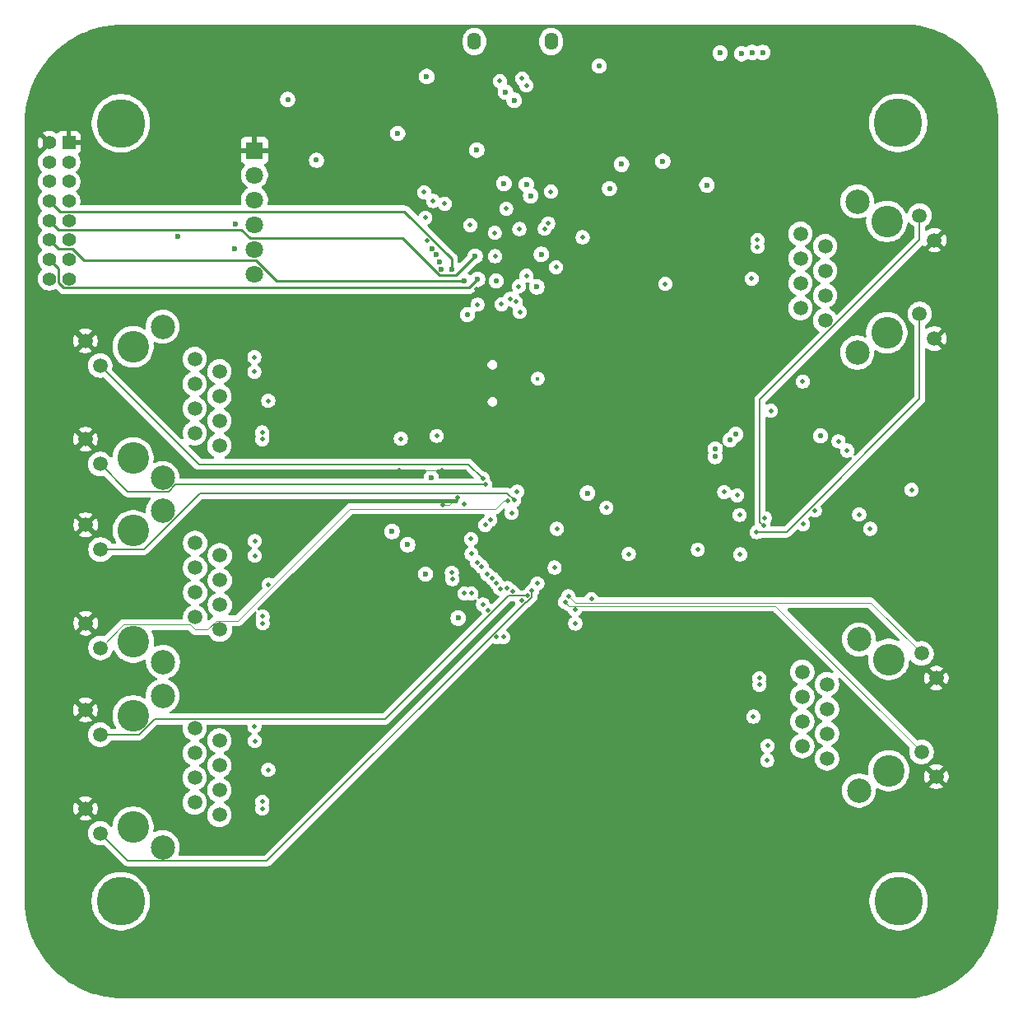
<source format=gbr>
%TF.GenerationSoftware,KiCad,Pcbnew,9.0.1*%
%TF.CreationDate,2025-06-03T17:56:08-07:00*%
%TF.ProjectId,peripheral_board,70657269-7068-4657-9261-6c5f626f6172,rev?*%
%TF.SameCoordinates,Original*%
%TF.FileFunction,Copper,L3,Inr*%
%TF.FilePolarity,Positive*%
%FSLAX46Y46*%
G04 Gerber Fmt 4.6, Leading zero omitted, Abs format (unit mm)*
G04 Created by KiCad (PCBNEW 9.0.1) date 2025-06-03 17:56:08*
%MOMM*%
%LPD*%
G01*
G04 APERTURE LIST*
%TA.AperFunction,ComponentPad*%
%ADD10C,3.250000*%
%TD*%
%TA.AperFunction,ComponentPad*%
%ADD11C,1.520000*%
%TD*%
%TA.AperFunction,ComponentPad*%
%ADD12C,2.500000*%
%TD*%
%TA.AperFunction,ComponentPad*%
%ADD13C,5.000000*%
%TD*%
%TA.AperFunction,ComponentPad*%
%ADD14O,1.400000X1.800000*%
%TD*%
%TA.AperFunction,ComponentPad*%
%ADD15R,1.400000X1.400000*%
%TD*%
%TA.AperFunction,ComponentPad*%
%ADD16C,1.400000*%
%TD*%
%TA.AperFunction,ComponentPad*%
%ADD17R,1.800000X1.800000*%
%TD*%
%TA.AperFunction,ComponentPad*%
%ADD18C,1.800000*%
%TD*%
%TA.AperFunction,ViaPad*%
%ADD19C,0.460000*%
%TD*%
%TA.AperFunction,ViaPad*%
%ADD20C,0.600000*%
%TD*%
%TA.AperFunction,ViaPad*%
%ADD21C,0.560000*%
%TD*%
%TA.AperFunction,ViaPad*%
%ADD22C,0.400000*%
%TD*%
%TA.AperFunction,Conductor*%
%ADD23C,0.254000*%
%TD*%
%TA.AperFunction,Conductor*%
%ADD24C,0.200000*%
%TD*%
%TA.AperFunction,Conductor*%
%ADD25C,0.127000*%
%TD*%
%TA.AperFunction,Conductor*%
%ADD26C,0.100000*%
%TD*%
G04 APERTURE END LIST*
D10*
%TO.N,*%
%TO.C,RJ3*%
X108050000Y-94192500D03*
X108050000Y-105632500D03*
D11*
%TO.N,TX2+*%
X114400000Y-95462500D03*
%TO.N,TX2-*%
X116940000Y-96732500D03*
%TO.N,T2CT*%
X114400000Y-98012500D03*
%TO.N,GND*%
X116940000Y-99282500D03*
X114400000Y-100542500D03*
%TO.N,R2CT*%
X116940000Y-101812500D03*
%TO.N,Net-(C41-Pad2)*%
X114400000Y-103082500D03*
%TO.N,Net-(C40-Pad2)*%
X116940000Y-104352500D03*
%TO.N,LED2_1*%
X104670000Y-96122500D03*
%TO.N,+3V3*%
X103150000Y-93582500D03*
%TO.N,LED2_0*%
X104670000Y-106242500D03*
%TO.N,+3V3*%
X103150000Y-103702500D03*
D12*
%TO.N,GND*%
X111100000Y-92142500D03*
X111100000Y-107682500D03*
%TD*%
D13*
%TO.N,N/C*%
%TO.C,H3*%
X186760192Y-132278569D03*
%TD*%
%TO.N,N/C*%
%TO.C,H4*%
X106735192Y-132278569D03*
%TD*%
%TO.N,N/C*%
%TO.C,H2*%
X186735192Y-52278569D03*
%TD*%
D10*
%TO.N,*%
%TO.C,RJ5*%
X185750000Y-118857500D03*
X185750000Y-107417500D03*
D11*
%TO.N,TX4+*%
X179400000Y-117587500D03*
%TO.N,TX4-*%
X176860000Y-116317500D03*
%TO.N,T4CT*%
X179400000Y-115037499D03*
%TO.N,GND*%
X176860000Y-113767500D03*
X179400000Y-112507500D03*
%TO.N,R4CT*%
X176860000Y-111237500D03*
%TO.N,Net-(C49-Pad2)*%
X179400000Y-109967500D03*
%TO.N,Net-(C48-Pad2)*%
X176860000Y-108697500D03*
%TO.N,LED4_1*%
X189130000Y-116927500D03*
%TO.N,+3V3*%
X190650000Y-119467500D03*
%TO.N,LED4_0*%
X189129999Y-106807500D03*
%TO.N,+3V3*%
X190650000Y-109347500D03*
D12*
%TO.N,GND*%
X182700000Y-120907500D03*
X182700000Y-105367500D03*
%TD*%
D14*
%TO.N,GND*%
%TO.C,J3*%
X151025192Y-43903569D03*
X143125192Y-43903569D03*
%TD*%
D13*
%TO.N,N/C*%
%TO.C,H1*%
X106760192Y-52303569D03*
%TD*%
D10*
%TO.N,*%
%TO.C,RJ1*%
X185560192Y-73836069D03*
X185560192Y-62396069D03*
D11*
%TO.N,TX +*%
X179210192Y-72566069D03*
%TO.N,TX -*%
X176670192Y-71296069D03*
%TO.N,TCT*%
X179210192Y-70016069D03*
%TO.N,GND*%
X176670192Y-68746069D03*
X179210192Y-67486069D03*
%TO.N,RCT*%
X176670192Y-66216069D03*
%TO.N,Net-(C32-Pad2)*%
X179210192Y-64946069D03*
%TO.N,Net-(C33-Pad2)*%
X176670192Y-63676069D03*
%TO.N,GREEN_LED*%
X188940192Y-71906069D03*
%TO.N,+3V3*%
X190460192Y-74446069D03*
%TO.N,YELLOW_LED*%
X188940192Y-61786069D03*
%TO.N,+3V3*%
X190460192Y-64326069D03*
D12*
%TO.N,GND*%
X182510192Y-75886069D03*
X182510192Y-60346069D03*
%TD*%
D10*
%TO.N,*%
%TO.C,RJ4*%
X108010000Y-113230000D03*
X108010000Y-124670000D03*
D11*
%TO.N,TX3+*%
X114360000Y-114500000D03*
%TO.N,TX3-*%
X116900000Y-115770000D03*
%TO.N,T3CT*%
X114360000Y-117050001D03*
%TO.N,GND*%
X116900000Y-118320000D03*
X114360000Y-119580000D03*
%TO.N,R3CT*%
X116900000Y-120850000D03*
%TO.N,Net-(C45-Pad2)*%
X114360000Y-122120000D03*
%TO.N,Net-(C44-Pad2)*%
X116900000Y-123390000D03*
%TO.N,LED3_1*%
X104630000Y-115160000D03*
%TO.N,+3V3*%
X103110000Y-112620000D03*
%TO.N,LED3_0*%
X104630001Y-125280000D03*
%TO.N,+3V3*%
X103110000Y-122740000D03*
D12*
%TO.N,GND*%
X111060000Y-111180000D03*
X111060000Y-126720000D03*
%TD*%
D15*
%TO.N,+3V3*%
%TO.C,CN1*%
X101400000Y-54300000D03*
D16*
X99400000Y-54300000D03*
%TO.N,UART1_TX*%
X101400000Y-56300000D03*
%TO.N,unconnected-(CN1-Pad4)*%
X99400000Y-56300000D03*
%TO.N,UART1_RX*%
X101400000Y-58300000D03*
%TO.N,unconnected-(CN1-Pad6)*%
X99400000Y-58300000D03*
%TO.N,UART1_CTS*%
X101400000Y-60300000D03*
%TO.N,SPI1_RX*%
X99400000Y-60300000D03*
%TO.N,UART1_RTS*%
X101400000Y-62300000D03*
%TO.N,SPI1_SCK*%
X99400000Y-62300000D03*
%TO.N,unconnected-(CN1-Pad11)*%
X101400000Y-64300000D03*
%TO.N,SPI1_CS1*%
X99400000Y-64300000D03*
%TO.N,unconnected-(CN1-Pad13)*%
X101400000Y-66300000D03*
%TO.N,SPI1_TX*%
X99400000Y-66300000D03*
%TO.N,GND*%
X101400000Y-68300000D03*
X99400000Y-68300000D03*
%TD*%
D10*
%TO.N,*%
%TO.C,RJ2*%
X108010000Y-75280000D03*
X108010000Y-86720000D03*
D11*
%TO.N,TX1+*%
X114360000Y-76550000D03*
%TO.N,TX1-*%
X116900000Y-77820000D03*
%TO.N,T1CT*%
X114360000Y-79100000D03*
%TO.N,GND*%
X116900000Y-80370000D03*
X114360000Y-81630000D03*
%TO.N,R1CT*%
X116900000Y-82900000D03*
%TO.N,Net-(C37-Pad2)*%
X114360000Y-84170000D03*
%TO.N,Net-(C36-Pad2)*%
X116900000Y-85440000D03*
%TO.N,LED1_1*%
X104630000Y-77210000D03*
%TO.N,+3V3*%
X103110000Y-74670000D03*
%TO.N,LED1_0*%
X104630000Y-87330000D03*
%TO.N,+3V3*%
X103110000Y-84790000D03*
D12*
%TO.N,GND*%
X111060000Y-73230000D03*
X111060000Y-88770000D03*
%TD*%
D17*
%TO.N,+3V3*%
%TO.C,J2*%
X120500000Y-55100000D03*
D18*
%TO.N,SDA1*%
X120500000Y-57640000D03*
%TO.N,SCL1*%
X120500000Y-60179999D03*
%TO.N,RX*%
X120500000Y-62720001D03*
%TO.N,TX*%
X120500000Y-65260000D03*
%TO.N,GND*%
X120500000Y-67800000D03*
%TD*%
D19*
%TO.N,GNDA*%
X121925000Y-80835000D03*
X168816959Y-90203833D03*
X173625285Y-81859973D03*
X121925001Y-118784999D03*
X171835000Y-113302500D03*
X170407948Y-92572641D03*
X166110192Y-96128569D03*
X121965000Y-99747500D03*
X170460192Y-96628569D03*
X170160461Y-90557386D03*
X171645192Y-68281069D03*
%TO.N,GND*%
X137960192Y-59403569D03*
X172988889Y-92890839D03*
D20*
X138100000Y-98650000D03*
X112650000Y-63900000D03*
X154760192Y-90328569D03*
D19*
X145925000Y-70900000D03*
D20*
X134660192Y-94278569D03*
D19*
X143450000Y-70950000D03*
X147527348Y-90171713D03*
X176913331Y-78854769D03*
X156710192Y-91828569D03*
D20*
X171708897Y-45023705D03*
D19*
X155160192Y-101228569D03*
D21*
X123925192Y-49853569D03*
D19*
X151628568Y-93990092D03*
D21*
X142400192Y-71978569D03*
D20*
X167050000Y-58650000D03*
X143375192Y-55053569D03*
D21*
X155972692Y-46428569D03*
D20*
X148925192Y-59753569D03*
D21*
X126875192Y-56103569D03*
D19*
X149613315Y-99611589D03*
D20*
X148475192Y-58603569D03*
D19*
X147800000Y-71700000D03*
X148022321Y-101344002D03*
D20*
X138691110Y-88732515D03*
X138225192Y-47503569D03*
D19*
X183842977Y-93986853D03*
X142789734Y-95050754D03*
X151010192Y-59328569D03*
X151535192Y-67103569D03*
X138235192Y-64328569D03*
X144769632Y-93070854D03*
X135560192Y-84728569D03*
X151381080Y-97985243D03*
X162760192Y-68828569D03*
X142825090Y-96571030D03*
X153510192Y-103728569D03*
X145225192Y-63573569D03*
X148046882Y-47712558D03*
D20*
X135225192Y-53353569D03*
X136260192Y-95628569D03*
D19*
X154260192Y-64028569D03*
X138085192Y-62028569D03*
X159010192Y-96578569D03*
X146950000Y-92350000D03*
D20*
X141460192Y-103178569D03*
D21*
X157022692Y-59028569D03*
D19*
%TO.N,+1V1*%
X145260192Y-65978569D03*
X142710192Y-62778569D03*
D21*
X145368692Y-68518569D03*
D19*
X147760192Y-63178569D03*
X146410192Y-61078569D03*
X150360192Y-63153569D03*
D20*
X146182519Y-58496242D03*
%TO.N,D-*%
X146325192Y-49103569D03*
X147225192Y-49953569D03*
%TO.N,SPI1_RX*%
X140810192Y-67328569D03*
%TO.N,UART1_RTS*%
X139678573Y-67350522D03*
%TO.N,SPI1_TX*%
X143461692Y-68344544D03*
%TO.N,UART1_CTS*%
X139528988Y-66564629D03*
%TO.N,UART1_TX*%
X138760192Y-65178569D03*
%TO.N,UART1_RX*%
X139240194Y-65818571D03*
%TO.N,SPI1_CS1*%
X142060192Y-68478569D03*
%TO.N,SPI1_SCK*%
X143210192Y-65978569D03*
D19*
%TO.N,RX*%
X138900000Y-60300000D03*
D20*
X118550000Y-62700000D03*
%TO.N,TX*%
X118450000Y-65250000D03*
D19*
X140085192Y-60578569D03*
D21*
%TO.N,Net-(JP2-B)*%
X178725735Y-84445951D03*
D19*
%TO.N,Net-(JP3-B)*%
X180590286Y-85006598D03*
%TO.N,LED1_0*%
X144260192Y-89428569D03*
%TO.N,LED1_1*%
X144000204Y-88821931D03*
%TO.N,LED2_0*%
X146558805Y-91104327D03*
%TO.N,LED2_1*%
X147217042Y-91056076D03*
%TO.N,LED3_0*%
X149060192Y-100378569D03*
D21*
%TO.N,TX -*%
X170020614Y-84286924D03*
%TO.N,TX +*%
X169447858Y-84859680D03*
D20*
%TO.N,SPI0_CSO*%
X162510192Y-56228569D03*
X149560192Y-69128569D03*
D19*
%TO.N,YELLOW_LED*%
X172860192Y-93678569D03*
%TO.N,GREEN_LED*%
X172166802Y-94335179D03*
%TO.N,LED3_1*%
X148610192Y-100878569D03*
%TO.N,LED4_1*%
X152460192Y-101528569D03*
%TO.N,LED4_0*%
X152810192Y-100928569D03*
%TO.N,SPI0_MOSI*%
X178150768Y-92113021D03*
D20*
X168410192Y-45100000D03*
X150010192Y-65778569D03*
%TO.N,SPI0_SCK*%
X170610192Y-45150000D03*
D19*
X148485192Y-67978569D03*
X176948687Y-93527235D03*
D20*
%TO.N,SPI0_MISO*%
X172775000Y-45025000D03*
D19*
X188110192Y-89978569D03*
X147684692Y-69083098D03*
%TO.N,Net-(JP4-B)*%
X181474171Y-85961193D03*
%TO.N,SPI0_CS1*%
X182710192Y-92528569D03*
X150717093Y-62598389D03*
D21*
%TO.N,RX +*%
X167901687Y-86577528D03*
D19*
X172260192Y-65016069D03*
%TO.N,RX -*%
X172260192Y-64316069D03*
D21*
X167901687Y-85767526D03*
D19*
%TO.N,SWDIO*%
X147379391Y-70657168D03*
%TO.N,SWCLK*%
X146786249Y-70367710D03*
%TO.N,+3V3*%
X187560192Y-87678569D03*
D21*
X136025192Y-47503569D03*
D19*
X145360192Y-86728569D03*
X154860192Y-71128569D03*
X183760192Y-83678569D03*
X143368481Y-69336857D03*
D20*
X148010192Y-60943571D03*
D19*
X139908285Y-91560787D03*
X156210192Y-67378569D03*
D20*
X140760192Y-80878569D03*
D19*
X169250000Y-56850000D03*
X140560192Y-64228569D03*
X140950000Y-100600000D03*
X140810192Y-59528569D03*
X153410192Y-43428569D03*
X139759198Y-87978569D03*
X172560192Y-96228569D03*
X148860192Y-82578569D03*
D20*
X144960192Y-60978569D03*
D19*
X152372970Y-107041347D03*
X150110192Y-61078569D03*
X135360192Y-87978569D03*
X141397566Y-90750068D03*
X154510192Y-99228569D03*
X152423922Y-104692299D03*
%TO.N,1.2D*%
X153486234Y-102302527D03*
X142092281Y-91446480D03*
%TO.N,RST_N*%
X144239304Y-93601182D03*
X139254198Y-84444149D03*
%TO.N,RX1-*%
X121310000Y-84800000D03*
X140873743Y-99160958D03*
D20*
%TO.N,VBUS*%
X158260192Y-56528569D03*
D19*
X145760192Y-47978569D03*
X148485192Y-48428569D03*
D22*
%TO.N,~{RESET}*%
X149650000Y-78550000D03*
D19*
%TO.N,RX1+*%
X140806537Y-98504386D03*
X121310000Y-84100000D03*
%TO.N,RX2-*%
X142820910Y-100636480D03*
X121350000Y-103712500D03*
%TO.N,RX2+*%
X121350000Y-103012500D03*
X142110910Y-100636480D03*
%TO.N,RX3+*%
X121310000Y-122050000D03*
X145406232Y-99590581D03*
%TO.N,RX4-*%
X147048545Y-100460379D03*
X172450000Y-109337500D03*
%TO.N,RX4+*%
X172450000Y-110037500D03*
X146510192Y-100078569D03*
%TO.N,TX1+*%
X143410192Y-97428569D03*
X120500000Y-76350000D03*
%TO.N,TX1-*%
X120500000Y-77850000D03*
X143876884Y-97895261D03*
%TO.N,TX2+*%
X120545000Y-95250000D03*
X144460192Y-98678569D03*
%TO.N,TX2-*%
X120545000Y-96750000D03*
X144976630Y-99089537D03*
%TO.N,TX3+*%
X120500000Y-114300000D03*
X144010192Y-101778569D03*
%TO.N,TX3-*%
X144560192Y-102378569D03*
X120550000Y-115800000D03*
%TO.N,TX4+*%
X173250000Y-117800000D03*
X145405192Y-105128569D03*
%TO.N,TX4-*%
X173300000Y-116300000D03*
X146115192Y-105128569D03*
%TO.N,RX3-*%
X121310001Y-122749999D03*
X145776535Y-100136914D03*
%TD*%
D23*
%TO.N,SPI1_RX*%
X100472000Y-61372000D02*
X99400000Y-60300000D01*
X140810192Y-66255859D02*
X135926333Y-61372000D01*
X135926333Y-61372000D02*
X100472000Y-61372000D01*
X140810192Y-67328569D02*
X140810192Y-66255859D01*
%TO.N,SPI1_TX*%
X143461692Y-68344544D02*
X142578236Y-69228000D01*
D24*
X143461692Y-68344544D02*
X143461692Y-68494112D01*
D23*
X100328000Y-68684391D02*
X100328000Y-67228000D01*
X100328000Y-67228000D02*
X99400000Y-66300000D01*
X142578236Y-69228000D02*
X100871609Y-69228000D01*
X100871609Y-69228000D02*
X100328000Y-68684391D01*
%TO.N,SPI1_CS1*%
X120683233Y-66388000D02*
X102944391Y-66388000D01*
X100328000Y-65228000D02*
X99400000Y-64300000D01*
X102944391Y-66388000D02*
X101784391Y-65228000D01*
X101784391Y-65228000D02*
X100328000Y-65228000D01*
X122773802Y-68478569D02*
X120683233Y-66388000D01*
X142060192Y-68478569D02*
X122773802Y-68478569D01*
%TO.N,SPI1_SCK*%
X99400000Y-62300000D02*
X100328000Y-63228000D01*
X139531915Y-67950569D02*
X141238192Y-67950569D01*
X135713346Y-64132000D02*
X139531915Y-67950569D01*
X120032767Y-64132000D02*
X135713346Y-64132000D01*
X100328000Y-63228000D02*
X119128767Y-63228000D01*
X141238192Y-67950569D02*
X143210192Y-65978569D01*
X119128767Y-63228000D02*
X120032767Y-64132000D01*
D25*
%TO.N,LED1_0*%
X107484500Y-90184500D02*
X104630000Y-87330000D01*
X111645906Y-90184500D02*
X107484500Y-90184500D01*
X112401837Y-89428569D02*
X111645906Y-90184500D01*
X144260192Y-89428569D02*
X112401837Y-89428569D01*
%TO.N,LED1_1*%
X142533773Y-87355500D02*
X114775500Y-87355500D01*
X114775500Y-87355500D02*
X104630000Y-77210000D01*
X144000204Y-88821931D02*
X142533773Y-87355500D01*
D26*
%TO.N,LED2_0*%
X116562651Y-103441500D02*
X118809816Y-103441500D01*
X113885651Y-103856500D02*
X114379151Y-104350000D01*
X107056000Y-103856500D02*
X113885651Y-103856500D01*
X115654151Y-104350000D02*
X116562651Y-103441500D01*
X114379151Y-104350000D02*
X115654151Y-104350000D01*
X146126629Y-91104327D02*
X146558805Y-91104327D01*
X104670000Y-106242500D02*
X107056000Y-103856500D01*
X118809816Y-103441500D02*
X130309529Y-91941787D01*
X145289169Y-91941787D02*
X146126629Y-91104327D01*
X130309529Y-91941787D02*
X145289169Y-91941787D01*
D25*
%TO.N,LED2_1*%
X114887338Y-90355568D02*
X109120406Y-96122500D01*
X147217042Y-91056076D02*
X146516534Y-90355568D01*
X109120406Y-96122500D02*
X104670000Y-96122500D01*
X146516534Y-90355568D02*
X114887338Y-90355568D01*
%TO.N,LED3_0*%
X149060192Y-100378569D02*
X149060192Y-100986477D01*
X148416821Y-101507410D02*
X121789731Y-128134500D01*
X121789731Y-128134500D02*
X107484501Y-128134500D01*
X149104692Y-100423069D02*
X149060192Y-100378569D01*
X107484501Y-128134500D02*
X104630001Y-125280000D01*
X149060192Y-100986477D02*
X148539259Y-101507410D01*
X148539259Y-101507410D02*
X148416821Y-101507410D01*
%TO.N,YELLOW_LED*%
X188940192Y-61786069D02*
X188940192Y-64284931D01*
X172494389Y-80730734D02*
X172494389Y-93312766D01*
X172494389Y-93312766D02*
X172860192Y-93678569D01*
X188940192Y-64284931D02*
X172494389Y-80730734D01*
%TO.N,GREEN_LED*%
X188940192Y-80624268D02*
X175229281Y-94335179D01*
X188940192Y-71906069D02*
X188940192Y-80624268D01*
X175229281Y-94335179D02*
X172166802Y-94335179D01*
%TO.N,LED3_1*%
X110220735Y-113550000D02*
X108610735Y-115160000D01*
X108610735Y-115160000D02*
X104630000Y-115160000D01*
X148610192Y-100878569D02*
X148581125Y-100849502D01*
X133946669Y-113550000D02*
X110220735Y-113550000D01*
X148610192Y-100878569D02*
X146618100Y-100878569D01*
X146618100Y-100878569D02*
X133946669Y-113550000D01*
D26*
%TO.N,LED4_1*%
X189130000Y-116927500D02*
X174124027Y-101921527D01*
X174124027Y-101921527D02*
X152853150Y-101921527D01*
X152853150Y-101921527D02*
X152460192Y-101528569D01*
%TO.N,LED4_0*%
X153491192Y-101609569D02*
X152810192Y-100928569D01*
X189129999Y-106807500D02*
X183932068Y-101609569D01*
X183932068Y-101609569D02*
X153491192Y-101609569D01*
%TO.N,+3V3*%
X135360192Y-87978569D02*
X139759198Y-87978569D01*
X140586847Y-91560787D02*
X141397566Y-90750068D01*
X139908285Y-91560787D02*
X140586847Y-91560787D01*
%TD*%
%TA.AperFunction,Conductor*%
%TO.N,+3V3*%
G36*
X142315834Y-87939185D02*
G01*
X142336476Y-87955819D01*
X143033544Y-88652888D01*
X143067029Y-88714211D01*
X143062045Y-88783903D01*
X143020173Y-88839836D01*
X142954709Y-88864253D01*
X142945863Y-88864569D01*
X139615610Y-88864569D01*
X139548571Y-88844884D01*
X139502816Y-88792080D01*
X139491610Y-88740569D01*
X139491610Y-88653670D01*
X139491609Y-88653668D01*
X139479044Y-88590500D01*
X139460847Y-88499018D01*
X139460487Y-88498149D01*
X139400507Y-88353342D01*
X139400500Y-88353329D01*
X139312899Y-88222226D01*
X139312896Y-88222222D01*
X139221855Y-88131181D01*
X139188370Y-88069858D01*
X139193354Y-88000166D01*
X139235226Y-87944233D01*
X139300690Y-87919816D01*
X139309536Y-87919500D01*
X142248795Y-87919500D01*
X142315834Y-87939185D01*
G37*
%TD.AperFunction*%
%TA.AperFunction,Conductor*%
G36*
X188327896Y-42167706D02*
G01*
X188349038Y-42169524D01*
X188875336Y-42260639D01*
X188879272Y-42261386D01*
X189000400Y-42286432D01*
X189003502Y-42287118D01*
X189471772Y-42397345D01*
X189475948Y-42398406D01*
X189591294Y-42429865D01*
X189594187Y-42430692D01*
X190059642Y-42570065D01*
X190063982Y-42571455D01*
X190170437Y-42607753D01*
X190172972Y-42608649D01*
X190636616Y-42778259D01*
X190641195Y-42780040D01*
X190676650Y-42794654D01*
X190734830Y-42818637D01*
X190737053Y-42819579D01*
X191200387Y-43021209D01*
X191205181Y-43023418D01*
X191281540Y-43060617D01*
X191283204Y-43061445D01*
X191746954Y-43297140D01*
X191748841Y-43298099D01*
X191753806Y-43300766D01*
X191806368Y-43330560D01*
X191807862Y-43331421D01*
X192251841Y-43591538D01*
X192279859Y-43607953D01*
X192284892Y-43611066D01*
X192304543Y-43623886D01*
X192305653Y-43624620D01*
X192786688Y-43946510D01*
X192792675Y-43950781D01*
X193268571Y-44312174D01*
X193274316Y-44316813D01*
X193667741Y-44654457D01*
X193727756Y-44705963D01*
X193733228Y-44710951D01*
X193816474Y-44791510D01*
X194162616Y-45126484D01*
X194167784Y-45131793D01*
X194571590Y-45572229D01*
X194576431Y-45577837D01*
X194953203Y-46041592D01*
X194957701Y-46047479D01*
X195306116Y-46532925D01*
X195310253Y-46539070D01*
X195607400Y-47010130D01*
X195629040Y-47044434D01*
X195632799Y-47050807D01*
X195870754Y-47483284D01*
X195920855Y-47574341D01*
X195924228Y-47580931D01*
X195948730Y-47632540D01*
X196171768Y-48102341D01*
X196172380Y-48103649D01*
X196182952Y-48126604D01*
X196185316Y-48132080D01*
X196389289Y-48637633D01*
X196389927Y-48639247D01*
X196390857Y-48641650D01*
X196412430Y-48697401D01*
X196414344Y-48702704D01*
X196579894Y-49196095D01*
X196580543Y-49198085D01*
X196606720Y-49280700D01*
X196608217Y-49285801D01*
X196739581Y-49771824D01*
X196740165Y-49774071D01*
X196765175Y-49874321D01*
X196766279Y-49879162D01*
X196865985Y-50360598D01*
X196866511Y-50363285D01*
X196887245Y-50475863D01*
X196888004Y-50480472D01*
X196957632Y-50959101D01*
X196958036Y-50962136D01*
X196972593Y-51083092D01*
X196973036Y-51087418D01*
X197013531Y-51564365D01*
X197013772Y-51567739D01*
X197021003Y-51693538D01*
X197021168Y-51697561D01*
X197034652Y-52237974D01*
X197034690Y-52241563D01*
X197034492Y-52290929D01*
X197034692Y-52292784D01*
X197034692Y-132214222D01*
X197034637Y-132217915D01*
X197018569Y-132757219D01*
X197018385Y-132761228D01*
X197010506Y-132887826D01*
X197010250Y-132891189D01*
X196967777Y-133365251D01*
X196967315Y-133369562D01*
X196952105Y-133491277D01*
X196951690Y-133494299D01*
X196880331Y-133969919D01*
X196879553Y-133974510D01*
X196858153Y-134087939D01*
X196857618Y-134090616D01*
X196756449Y-134568807D01*
X196755321Y-134573656D01*
X196729626Y-134674859D01*
X196729010Y-134677187D01*
X196596485Y-135159671D01*
X196594974Y-135164748D01*
X196568070Y-135248510D01*
X196567414Y-135250493D01*
X196400969Y-135740209D01*
X196399040Y-135745489D01*
X196375773Y-135804953D01*
X196375118Y-135806592D01*
X196170571Y-136308197D01*
X196168196Y-136313645D01*
X196156737Y-136338296D01*
X196156121Y-136339601D01*
X195908223Y-136857053D01*
X195904835Y-136863615D01*
X195615968Y-137384506D01*
X195612196Y-137390856D01*
X195292821Y-137893640D01*
X195288677Y-137899753D01*
X194939944Y-138382622D01*
X194935443Y-138388478D01*
X194558589Y-138849720D01*
X194553748Y-138855298D01*
X194150083Y-139293306D01*
X194144919Y-139298585D01*
X193715922Y-139711758D01*
X193710452Y-139716721D01*
X193257585Y-140103649D01*
X193251829Y-140108277D01*
X192776747Y-140467544D01*
X192770726Y-140471821D01*
X192292695Y-140790439D01*
X192291488Y-140791234D01*
X192269454Y-140805552D01*
X192264397Y-140808668D01*
X191795778Y-141082191D01*
X191794247Y-141083071D01*
X191739465Y-141114009D01*
X191734509Y-141116661D01*
X191272207Y-141350776D01*
X191270337Y-141351703D01*
X191192137Y-141389664D01*
X191187322Y-141391876D01*
X190727253Y-141591395D01*
X190725035Y-141592331D01*
X190629547Y-141631557D01*
X190624905Y-141633356D01*
X190164676Y-141801157D01*
X190162100Y-141802064D01*
X190053878Y-141838843D01*
X190049443Y-141840258D01*
X189587537Y-141978125D01*
X189584604Y-141978962D01*
X189467399Y-142010827D01*
X189463195Y-142011891D01*
X188998600Y-142120911D01*
X188995306Y-142121637D01*
X188872390Y-142146974D01*
X188868447Y-142147720D01*
X188344858Y-142238093D01*
X188323768Y-142239900D01*
X107111704Y-142240566D01*
X107110079Y-142240089D01*
X107061883Y-142240551D01*
X107058478Y-142240537D01*
X106511492Y-142230758D01*
X106507427Y-142230619D01*
X106382009Y-142224257D01*
X106378574Y-142224035D01*
X105896211Y-142186118D01*
X105891851Y-142185697D01*
X105770966Y-142171884D01*
X105767861Y-142171490D01*
X105284111Y-142103806D01*
X105279477Y-142103068D01*
X105166264Y-142082834D01*
X105163496Y-142082307D01*
X104677566Y-141984018D01*
X104672680Y-141982926D01*
X104570897Y-141958023D01*
X104568472Y-141957404D01*
X104079009Y-141827120D01*
X104073900Y-141825642D01*
X103988093Y-141798813D01*
X103986007Y-141798140D01*
X103490782Y-141633636D01*
X103485480Y-141631740D01*
X103421732Y-141607298D01*
X103420015Y-141606625D01*
X102915188Y-141404242D01*
X102909726Y-141401899D01*
X102876856Y-141386855D01*
X102875437Y-141386195D01*
X102356557Y-141140747D01*
X102349869Y-141137332D01*
X101821715Y-140847145D01*
X101815246Y-140843331D01*
X101305635Y-140521712D01*
X101299409Y-140517514D01*
X100810193Y-140165634D01*
X100804233Y-140161067D01*
X100337212Y-139780219D01*
X100331539Y-139775299D01*
X99888435Y-139366890D01*
X99883070Y-139361636D01*
X99465485Y-138927138D01*
X99460466Y-138921589D01*
X99069946Y-138462610D01*
X99065257Y-138456749D01*
X99009555Y-138382622D01*
X98703241Y-137974982D01*
X98698915Y-137968847D01*
X98649227Y-137893640D01*
X98366719Y-137466045D01*
X98362777Y-137459664D01*
X98075271Y-136961330D01*
X98074497Y-136959970D01*
X98057649Y-136929897D01*
X98054884Y-136924671D01*
X97811239Y-136436246D01*
X97810554Y-136434847D01*
X97781751Y-136374851D01*
X97779451Y-136369768D01*
X97574426Y-135887731D01*
X97573606Y-135885755D01*
X97540629Y-135804256D01*
X97538773Y-135799372D01*
X97368388Y-135320118D01*
X97367655Y-135317989D01*
X97335156Y-135220375D01*
X97333671Y-135215596D01*
X97317528Y-135159671D01*
X97195593Y-134737250D01*
X97194904Y-134734759D01*
X97166029Y-134625471D01*
X97164931Y-134620972D01*
X97057659Y-134142281D01*
X97057021Y-134139256D01*
X97047403Y-134090616D01*
X97033824Y-134021944D01*
X97033056Y-134017656D01*
X97033048Y-134017608D01*
X96955679Y-133537837D01*
X96955181Y-133534448D01*
X96949845Y-133494299D01*
X96938943Y-133412269D01*
X96938489Y-133408365D01*
X96884530Y-132866867D01*
X96883920Y-132854576D01*
X96883923Y-132781950D01*
X96883947Y-132110060D01*
X103734692Y-132110060D01*
X103734692Y-132447077D01*
X103772423Y-132781950D01*
X103772425Y-132781966D01*
X103847415Y-133110522D01*
X103847419Y-133110534D01*
X103958724Y-133428623D01*
X104104944Y-133732252D01*
X104160408Y-133820522D01*
X104284246Y-134017608D01*
X104494367Y-134281092D01*
X104732669Y-134519394D01*
X104996153Y-134729515D01*
X105281506Y-134908815D01*
X105585141Y-135055038D01*
X105824040Y-135138632D01*
X105903226Y-135166341D01*
X105903238Y-135166345D01*
X106231798Y-135241336D01*
X106566684Y-135279068D01*
X106566685Y-135279069D01*
X106566688Y-135279069D01*
X106903699Y-135279069D01*
X106903699Y-135279068D01*
X107238586Y-135241336D01*
X107567146Y-135166345D01*
X107885243Y-135055038D01*
X108188878Y-134908815D01*
X108474231Y-134729515D01*
X108737715Y-134519394D01*
X108976017Y-134281092D01*
X109186138Y-134017608D01*
X109365438Y-133732255D01*
X109511661Y-133428620D01*
X109622968Y-133110523D01*
X109697959Y-132781963D01*
X109735692Y-132447073D01*
X109735692Y-132110065D01*
X109735691Y-132110060D01*
X183759692Y-132110060D01*
X183759692Y-132447077D01*
X183797423Y-132781950D01*
X183797425Y-132781966D01*
X183872415Y-133110522D01*
X183872419Y-133110534D01*
X183983724Y-133428623D01*
X184129944Y-133732252D01*
X184185408Y-133820522D01*
X184309246Y-134017608D01*
X184519367Y-134281092D01*
X184757669Y-134519394D01*
X185021153Y-134729515D01*
X185306506Y-134908815D01*
X185610141Y-135055038D01*
X185849040Y-135138632D01*
X185928226Y-135166341D01*
X185928238Y-135166345D01*
X186256798Y-135241336D01*
X186591684Y-135279068D01*
X186591685Y-135279069D01*
X186591688Y-135279069D01*
X186928699Y-135279069D01*
X186928699Y-135279068D01*
X187263586Y-135241336D01*
X187592146Y-135166345D01*
X187910243Y-135055038D01*
X188213878Y-134908815D01*
X188499231Y-134729515D01*
X188762715Y-134519394D01*
X189001017Y-134281092D01*
X189211138Y-134017608D01*
X189390438Y-133732255D01*
X189536661Y-133428620D01*
X189647968Y-133110523D01*
X189722959Y-132781963D01*
X189760692Y-132447073D01*
X189760692Y-132110065D01*
X189722959Y-131775175D01*
X189647968Y-131446615D01*
X189536661Y-131128518D01*
X189390438Y-130824883D01*
X189211138Y-130539530D01*
X189001017Y-130276046D01*
X188762715Y-130037744D01*
X188499231Y-129827623D01*
X188213878Y-129648323D01*
X188213875Y-129648321D01*
X187910246Y-129502101D01*
X187592157Y-129390796D01*
X187592145Y-129390792D01*
X187263589Y-129315802D01*
X187263573Y-129315800D01*
X186928700Y-129278069D01*
X186928696Y-129278069D01*
X186591688Y-129278069D01*
X186591683Y-129278069D01*
X186256810Y-129315800D01*
X186256794Y-129315802D01*
X185928238Y-129390792D01*
X185928226Y-129390796D01*
X185610137Y-129502101D01*
X185306508Y-129648321D01*
X185021154Y-129827622D01*
X184757669Y-130037743D01*
X184519366Y-130276046D01*
X184309245Y-130539531D01*
X184129944Y-130824885D01*
X183983724Y-131128514D01*
X183872419Y-131446603D01*
X183872415Y-131446615D01*
X183797425Y-131775171D01*
X183797423Y-131775187D01*
X183759692Y-132110060D01*
X109735691Y-132110060D01*
X109697959Y-131775175D01*
X109622968Y-131446615D01*
X109511661Y-131128518D01*
X109365438Y-130824883D01*
X109186138Y-130539530D01*
X108976017Y-130276046D01*
X108737715Y-130037744D01*
X108474231Y-129827623D01*
X108188878Y-129648323D01*
X108188875Y-129648321D01*
X107885246Y-129502101D01*
X107567157Y-129390796D01*
X107567145Y-129390792D01*
X107238589Y-129315802D01*
X107238573Y-129315800D01*
X106903700Y-129278069D01*
X106903696Y-129278069D01*
X106566688Y-129278069D01*
X106566683Y-129278069D01*
X106231810Y-129315800D01*
X106231794Y-129315802D01*
X105903238Y-129390792D01*
X105903226Y-129390796D01*
X105585137Y-129502101D01*
X105281508Y-129648321D01*
X104996154Y-129827622D01*
X104732669Y-130037743D01*
X104494366Y-130276046D01*
X104284245Y-130539531D01*
X104104944Y-130824885D01*
X103958724Y-131128514D01*
X103847419Y-131446603D01*
X103847415Y-131446615D01*
X103772425Y-131775171D01*
X103772423Y-131775187D01*
X103734692Y-132110060D01*
X96883947Y-132110060D01*
X96884281Y-122640836D01*
X101850000Y-122640836D01*
X101850000Y-122839163D01*
X101881026Y-123035052D01*
X101942310Y-123223669D01*
X101942311Y-123223672D01*
X102032350Y-123400380D01*
X102059161Y-123437283D01*
X102661982Y-122834462D01*
X102683958Y-122916473D01*
X102744149Y-123020727D01*
X102829273Y-123105851D01*
X102933527Y-123166042D01*
X103015536Y-123188016D01*
X102412714Y-123790837D01*
X102412715Y-123790838D01*
X102449612Y-123817645D01*
X102626327Y-123907688D01*
X102626330Y-123907689D01*
X102814947Y-123968973D01*
X103010837Y-124000000D01*
X103209163Y-124000000D01*
X103405052Y-123968973D01*
X103593669Y-123907689D01*
X103593672Y-123907688D01*
X103770382Y-123817648D01*
X103807283Y-123790837D01*
X103807284Y-123790836D01*
X103204464Y-123188016D01*
X103286473Y-123166042D01*
X103390727Y-123105851D01*
X103475851Y-123020727D01*
X103536042Y-122916473D01*
X103558016Y-122834463D01*
X104160836Y-123437284D01*
X104160837Y-123437283D01*
X104187648Y-123400382D01*
X104277688Y-123223672D01*
X104277689Y-123223669D01*
X104338973Y-123035052D01*
X104370000Y-122839163D01*
X104370000Y-122640836D01*
X104338973Y-122444947D01*
X104277689Y-122256330D01*
X104277688Y-122256327D01*
X104187645Y-122079612D01*
X104160838Y-122042715D01*
X104160837Y-122042714D01*
X103558016Y-122645535D01*
X103536042Y-122563527D01*
X103475851Y-122459273D01*
X103390727Y-122374149D01*
X103286473Y-122313958D01*
X103204463Y-122291983D01*
X103807283Y-121689161D01*
X103770380Y-121662350D01*
X103593672Y-121572311D01*
X103593669Y-121572310D01*
X103405052Y-121511026D01*
X103209163Y-121480000D01*
X103010837Y-121480000D01*
X102814947Y-121511026D01*
X102626330Y-121572310D01*
X102626322Y-121572313D01*
X102449615Y-121662352D01*
X102412715Y-121689160D01*
X102412715Y-121689161D01*
X103015537Y-122291983D01*
X102933527Y-122313958D01*
X102829273Y-122374149D01*
X102744149Y-122459273D01*
X102683958Y-122563527D01*
X102661983Y-122645537D01*
X102059161Y-122042715D01*
X102059160Y-122042715D01*
X102032352Y-122079615D01*
X101942313Y-122256322D01*
X101942310Y-122256330D01*
X101881026Y-122444947D01*
X101850000Y-122640836D01*
X96884281Y-122640836D01*
X96884317Y-121636136D01*
X96884389Y-119579690D01*
X96884638Y-112520836D01*
X101850000Y-112520836D01*
X101850000Y-112719163D01*
X101881026Y-112915052D01*
X101942310Y-113103669D01*
X101942311Y-113103672D01*
X102032350Y-113280380D01*
X102059161Y-113317283D01*
X102661982Y-112714462D01*
X102683958Y-112796473D01*
X102744149Y-112900727D01*
X102829273Y-112985851D01*
X102933527Y-113046042D01*
X103015536Y-113068016D01*
X102412714Y-113670837D01*
X102412715Y-113670838D01*
X102449612Y-113697645D01*
X102626327Y-113787688D01*
X102626330Y-113787689D01*
X102814947Y-113848973D01*
X103010837Y-113880000D01*
X103209163Y-113880000D01*
X103405052Y-113848973D01*
X103593669Y-113787689D01*
X103593672Y-113787688D01*
X103770382Y-113697648D01*
X103807283Y-113670837D01*
X103807284Y-113670836D01*
X103204464Y-113068016D01*
X103286473Y-113046042D01*
X103390727Y-112985851D01*
X103475851Y-112900727D01*
X103536042Y-112796473D01*
X103558016Y-112714463D01*
X104160836Y-113317284D01*
X104160837Y-113317283D01*
X104187648Y-113280382D01*
X104277688Y-113103672D01*
X104277689Y-113103669D01*
X104338973Y-112915052D01*
X104370000Y-112719163D01*
X104370000Y-112520836D01*
X104338973Y-112324947D01*
X104277689Y-112136330D01*
X104277688Y-112136327D01*
X104187645Y-111959612D01*
X104160838Y-111922715D01*
X104160837Y-111922714D01*
X103558016Y-112525535D01*
X103536042Y-112443527D01*
X103475851Y-112339273D01*
X103390727Y-112254149D01*
X103286473Y-112193958D01*
X103204463Y-112171983D01*
X103807283Y-111569161D01*
X103770380Y-111542350D01*
X103593672Y-111452311D01*
X103593669Y-111452310D01*
X103405052Y-111391026D01*
X103209163Y-111360000D01*
X103010837Y-111360000D01*
X102814947Y-111391026D01*
X102626330Y-111452310D01*
X102626322Y-111452313D01*
X102449615Y-111542352D01*
X102412715Y-111569160D01*
X102412715Y-111569161D01*
X103015537Y-112171983D01*
X102933527Y-112193958D01*
X102829273Y-112254149D01*
X102744149Y-112339273D01*
X102683958Y-112443527D01*
X102661983Y-112525537D01*
X102059161Y-111922715D01*
X102059160Y-111922715D01*
X102032352Y-111959615D01*
X101942313Y-112136322D01*
X101942310Y-112136330D01*
X101881026Y-112324947D01*
X101850000Y-112520836D01*
X96884638Y-112520836D01*
X96884953Y-103603336D01*
X101890000Y-103603336D01*
X101890000Y-103801663D01*
X101921026Y-103997552D01*
X101982310Y-104186169D01*
X101982311Y-104186172D01*
X102072350Y-104362880D01*
X102099161Y-104399783D01*
X102701982Y-103796962D01*
X102723958Y-103878973D01*
X102784149Y-103983227D01*
X102869273Y-104068351D01*
X102973527Y-104128542D01*
X103055536Y-104150516D01*
X102452714Y-104753337D01*
X102452715Y-104753338D01*
X102489612Y-104780145D01*
X102666327Y-104870188D01*
X102666330Y-104870189D01*
X102854947Y-104931473D01*
X103050837Y-104962500D01*
X103249163Y-104962500D01*
X103445052Y-104931473D01*
X103633669Y-104870189D01*
X103633672Y-104870188D01*
X103810382Y-104780148D01*
X103847283Y-104753337D01*
X103847284Y-104753336D01*
X103244464Y-104150516D01*
X103326473Y-104128542D01*
X103430727Y-104068351D01*
X103515851Y-103983227D01*
X103576042Y-103878973D01*
X103598016Y-103796963D01*
X104200836Y-104399784D01*
X104200837Y-104399783D01*
X104227648Y-104362882D01*
X104317688Y-104186172D01*
X104317689Y-104186169D01*
X104378973Y-103997552D01*
X104410000Y-103801663D01*
X104410000Y-103603336D01*
X104378973Y-103407447D01*
X104317689Y-103218830D01*
X104317688Y-103218827D01*
X104227645Y-103042112D01*
X104200838Y-103005215D01*
X104200837Y-103005214D01*
X103598016Y-103608035D01*
X103576042Y-103526027D01*
X103515851Y-103421773D01*
X103430727Y-103336649D01*
X103326473Y-103276458D01*
X103244463Y-103254483D01*
X103847283Y-102651661D01*
X103810380Y-102624850D01*
X103633672Y-102534811D01*
X103633669Y-102534810D01*
X103445052Y-102473526D01*
X103249163Y-102442500D01*
X103050837Y-102442500D01*
X102854947Y-102473526D01*
X102666330Y-102534810D01*
X102666322Y-102534813D01*
X102489615Y-102624852D01*
X102452715Y-102651660D01*
X102452715Y-102651661D01*
X103055537Y-103254483D01*
X102973527Y-103276458D01*
X102869273Y-103336649D01*
X102784149Y-103421773D01*
X102723958Y-103526027D01*
X102701983Y-103608037D01*
X102099161Y-103005215D01*
X102099160Y-103005215D01*
X102072352Y-103042115D01*
X101982313Y-103218822D01*
X101982310Y-103218830D01*
X101921026Y-103407447D01*
X101890000Y-103603336D01*
X96884953Y-103603336D01*
X96885310Y-93483336D01*
X101890000Y-93483336D01*
X101890000Y-93681663D01*
X101921026Y-93877552D01*
X101982310Y-94066169D01*
X101982311Y-94066172D01*
X102072350Y-94242880D01*
X102099161Y-94279783D01*
X102701982Y-93676962D01*
X102723958Y-93758973D01*
X102784149Y-93863227D01*
X102869273Y-93948351D01*
X102973527Y-94008542D01*
X103055536Y-94030516D01*
X102452714Y-94633337D01*
X102452715Y-94633338D01*
X102489612Y-94660145D01*
X102666327Y-94750188D01*
X102666330Y-94750189D01*
X102854947Y-94811473D01*
X103050837Y-94842500D01*
X103249163Y-94842500D01*
X103445052Y-94811473D01*
X103633669Y-94750189D01*
X103633672Y-94750188D01*
X103810382Y-94660148D01*
X103847283Y-94633337D01*
X103847284Y-94633336D01*
X103244464Y-94030516D01*
X103326473Y-94008542D01*
X103430727Y-93948351D01*
X103515851Y-93863227D01*
X103576042Y-93758973D01*
X103598016Y-93676963D01*
X104200836Y-94279784D01*
X104200837Y-94279783D01*
X104227648Y-94242882D01*
X104317688Y-94066172D01*
X104317689Y-94066169D01*
X104378973Y-93877552D01*
X104410000Y-93681663D01*
X104410000Y-93483336D01*
X104378973Y-93287447D01*
X104317689Y-93098830D01*
X104317688Y-93098827D01*
X104227645Y-92922112D01*
X104200838Y-92885215D01*
X104200837Y-92885214D01*
X103598016Y-93488035D01*
X103576042Y-93406027D01*
X103515851Y-93301773D01*
X103430727Y-93216649D01*
X103326473Y-93156458D01*
X103244463Y-93134483D01*
X103847283Y-92531661D01*
X103810380Y-92504850D01*
X103633672Y-92414811D01*
X103633669Y-92414810D01*
X103445052Y-92353526D01*
X103249163Y-92322500D01*
X103050837Y-92322500D01*
X102854947Y-92353526D01*
X102666330Y-92414810D01*
X102666322Y-92414813D01*
X102489615Y-92504852D01*
X102452715Y-92531660D01*
X102452715Y-92531661D01*
X103055537Y-93134483D01*
X102973527Y-93156458D01*
X102869273Y-93216649D01*
X102784149Y-93301773D01*
X102723958Y-93406027D01*
X102701983Y-93488037D01*
X102099161Y-92885215D01*
X102099160Y-92885215D01*
X102072352Y-92922115D01*
X101982313Y-93098822D01*
X101982310Y-93098830D01*
X101921026Y-93287447D01*
X101890000Y-93483336D01*
X96885310Y-93483336D01*
X96885621Y-84690836D01*
X101850000Y-84690836D01*
X101850000Y-84889163D01*
X101881026Y-85085052D01*
X101942310Y-85273669D01*
X101942311Y-85273672D01*
X102032350Y-85450380D01*
X102059161Y-85487283D01*
X102661982Y-84884462D01*
X102683958Y-84966473D01*
X102744149Y-85070727D01*
X102829273Y-85155851D01*
X102933527Y-85216042D01*
X103015536Y-85238016D01*
X102412714Y-85840837D01*
X102412715Y-85840838D01*
X102449612Y-85867645D01*
X102626327Y-85957688D01*
X102626330Y-85957689D01*
X102814947Y-86018973D01*
X103010837Y-86050000D01*
X103209163Y-86050000D01*
X103405052Y-86018973D01*
X103593669Y-85957689D01*
X103593672Y-85957688D01*
X103770382Y-85867648D01*
X103807283Y-85840837D01*
X103807284Y-85840836D01*
X103204464Y-85238016D01*
X103286473Y-85216042D01*
X103390727Y-85155851D01*
X103475851Y-85070727D01*
X103536042Y-84966473D01*
X103558016Y-84884463D01*
X104160836Y-85487284D01*
X104160837Y-85487283D01*
X104187648Y-85450382D01*
X104277688Y-85273672D01*
X104277689Y-85273669D01*
X104338973Y-85085052D01*
X104370000Y-84889163D01*
X104370000Y-84690836D01*
X104338973Y-84494947D01*
X104277689Y-84306330D01*
X104277688Y-84306327D01*
X104187645Y-84129612D01*
X104160838Y-84092715D01*
X104160837Y-84092714D01*
X103558016Y-84695535D01*
X103536042Y-84613527D01*
X103475851Y-84509273D01*
X103390727Y-84424149D01*
X103286473Y-84363958D01*
X103204463Y-84341983D01*
X103807283Y-83739161D01*
X103770380Y-83712350D01*
X103593672Y-83622311D01*
X103593669Y-83622310D01*
X103405052Y-83561026D01*
X103209163Y-83530000D01*
X103010837Y-83530000D01*
X102814947Y-83561026D01*
X102626330Y-83622310D01*
X102626322Y-83622313D01*
X102449615Y-83712352D01*
X102412715Y-83739160D01*
X102412715Y-83739161D01*
X103015537Y-84341983D01*
X102933527Y-84363958D01*
X102829273Y-84424149D01*
X102744149Y-84509273D01*
X102683958Y-84613527D01*
X102661983Y-84695537D01*
X102059161Y-84092715D01*
X102059160Y-84092715D01*
X102032352Y-84129615D01*
X101942313Y-84306322D01*
X101942310Y-84306330D01*
X101881026Y-84494947D01*
X101850000Y-84690836D01*
X96885621Y-84690836D01*
X96885888Y-77110790D01*
X103369500Y-77110790D01*
X103369500Y-77309209D01*
X103400349Y-77503980D01*
X103400537Y-77505168D01*
X103443346Y-77636918D01*
X103461850Y-77693868D01*
X103496815Y-77762490D01*
X103551923Y-77870646D01*
X103668544Y-78031161D01*
X103808839Y-78171456D01*
X103969354Y-78288077D01*
X104082382Y-78345667D01*
X104146131Y-78378149D01*
X104146133Y-78378149D01*
X104146136Y-78378151D01*
X104334832Y-78439463D01*
X104432814Y-78454981D01*
X104530791Y-78470500D01*
X104530796Y-78470500D01*
X104729209Y-78470500D01*
X104827186Y-78454981D01*
X104925168Y-78439463D01*
X104956057Y-78429425D01*
X105025894Y-78427427D01*
X105082057Y-78459673D01*
X114429196Y-87806813D01*
X114429197Y-87806814D01*
X114429199Y-87806815D01*
X114557800Y-87881063D01*
X114557801Y-87881063D01*
X114557804Y-87881065D01*
X114701248Y-87919501D01*
X114701251Y-87919501D01*
X114857349Y-87919501D01*
X114857365Y-87919500D01*
X138072684Y-87919500D01*
X138139723Y-87939185D01*
X138185478Y-87991989D01*
X138195422Y-88061147D01*
X138166397Y-88124703D01*
X138160365Y-88131181D01*
X138069323Y-88222222D01*
X138069320Y-88222226D01*
X137981719Y-88353329D01*
X137981712Y-88353342D01*
X137921374Y-88499013D01*
X137921371Y-88499025D01*
X137890610Y-88653668D01*
X137890610Y-88740569D01*
X137870925Y-88807608D01*
X137818121Y-88853363D01*
X137766610Y-88864569D01*
X112934500Y-88864569D01*
X112867461Y-88844884D01*
X112821706Y-88792080D01*
X112810500Y-88740569D01*
X112810500Y-88655272D01*
X112810499Y-88655258D01*
X112804389Y-88608849D01*
X112780548Y-88427762D01*
X112721158Y-88206113D01*
X112633344Y-87994112D01*
X112518611Y-87795388D01*
X112518608Y-87795385D01*
X112518607Y-87795382D01*
X112378918Y-87613338D01*
X112378911Y-87613330D01*
X112216670Y-87451089D01*
X112216661Y-87451081D01*
X112034617Y-87311392D01*
X111835890Y-87196657D01*
X111835876Y-87196650D01*
X111623887Y-87108842D01*
X111497850Y-87075071D01*
X111402238Y-87049452D01*
X111364215Y-87044446D01*
X111174741Y-87019500D01*
X111174734Y-87019500D01*
X110945266Y-87019500D01*
X110945258Y-87019500D01*
X110728715Y-87048009D01*
X110717762Y-87049452D01*
X110646860Y-87068450D01*
X110496112Y-87108842D01*
X110280361Y-87198209D01*
X110279812Y-87196885D01*
X110216904Y-87207843D01*
X110152516Y-87180715D01*
X110113016Y-87123082D01*
X110107966Y-87068450D01*
X110110468Y-87049452D01*
X110135500Y-86859313D01*
X110135500Y-86580687D01*
X110099132Y-86304446D01*
X110027019Y-86035314D01*
X109920394Y-85777898D01*
X109920392Y-85777895D01*
X109920390Y-85777890D01*
X109781085Y-85536609D01*
X109781081Y-85536602D01*
X109700046Y-85430995D01*
X109611466Y-85315554D01*
X109611460Y-85315547D01*
X109414452Y-85118539D01*
X109414445Y-85118533D01*
X109193406Y-84948925D01*
X109193404Y-84948923D01*
X109193398Y-84948919D01*
X109193393Y-84948916D01*
X109193390Y-84948914D01*
X108952109Y-84809609D01*
X108952098Y-84809604D01*
X108694695Y-84702984D01*
X108694688Y-84702982D01*
X108694686Y-84702981D01*
X108425554Y-84630868D01*
X108425548Y-84630867D01*
X108425543Y-84630866D01*
X108149322Y-84594501D01*
X108149319Y-84594500D01*
X108149313Y-84594500D01*
X107870687Y-84594500D01*
X107870681Y-84594500D01*
X107870677Y-84594501D01*
X107594456Y-84630866D01*
X107594449Y-84630867D01*
X107594446Y-84630868D01*
X107434907Y-84673616D01*
X107325314Y-84702981D01*
X107325304Y-84702984D01*
X107067901Y-84809604D01*
X107067890Y-84809609D01*
X106826609Y-84948914D01*
X106826593Y-84948925D01*
X106605554Y-85118533D01*
X106605547Y-85118539D01*
X106408539Y-85315547D01*
X106408533Y-85315554D01*
X106238925Y-85536593D01*
X106238914Y-85536609D01*
X106099609Y-85777890D01*
X106099604Y-85777901D01*
X105992984Y-86035304D01*
X105992981Y-86035314D01*
X105934942Y-86251923D01*
X105920869Y-86304443D01*
X105920867Y-86304454D01*
X105888121Y-86553177D01*
X105859854Y-86617073D01*
X105801530Y-86655544D01*
X105731665Y-86656375D01*
X105672442Y-86619303D01*
X105664864Y-86609877D01*
X105663610Y-86608151D01*
X105591456Y-86508839D01*
X105451161Y-86368544D01*
X105290646Y-86251923D01*
X105227952Y-86219979D01*
X105113868Y-86161850D01*
X105068596Y-86147140D01*
X104925168Y-86100537D01*
X104925162Y-86100536D01*
X104729209Y-86069500D01*
X104729204Y-86069500D01*
X104530796Y-86069500D01*
X104530791Y-86069500D01*
X104334837Y-86100536D01*
X104334835Y-86100536D01*
X104334832Y-86100537D01*
X104259313Y-86125075D01*
X104146131Y-86161850D01*
X103969352Y-86251924D01*
X103969349Y-86251926D01*
X103893255Y-86307212D01*
X103808839Y-86368544D01*
X103808837Y-86368546D01*
X103808836Y-86368546D01*
X103668546Y-86508836D01*
X103668546Y-86508837D01*
X103668544Y-86508839D01*
X103654182Y-86528607D01*
X103551926Y-86669349D01*
X103551924Y-86669352D01*
X103461850Y-86846131D01*
X103457567Y-86859313D01*
X103400537Y-87034832D01*
X103400536Y-87034835D01*
X103400536Y-87034837D01*
X103369500Y-87230790D01*
X103369500Y-87429209D01*
X103400536Y-87625162D01*
X103400537Y-87625168D01*
X103412538Y-87662102D01*
X103461850Y-87813868D01*
X103496088Y-87881063D01*
X103551923Y-87990646D01*
X103668544Y-88151161D01*
X103808839Y-88291456D01*
X103969354Y-88408077D01*
X104082800Y-88465880D01*
X104146131Y-88498149D01*
X104146133Y-88498149D01*
X104146136Y-88498151D01*
X104334832Y-88559463D01*
X104432814Y-88574981D01*
X104530791Y-88590500D01*
X104530796Y-88590500D01*
X104729209Y-88590500D01*
X104827186Y-88574981D01*
X104925168Y-88559463D01*
X104956057Y-88549425D01*
X105025894Y-88547427D01*
X105082057Y-88579673D01*
X107138196Y-90635813D01*
X107138197Y-90635814D01*
X107138199Y-90635815D01*
X107266800Y-90710063D01*
X107266801Y-90710063D01*
X107266804Y-90710065D01*
X107410248Y-90748501D01*
X107410251Y-90748501D01*
X107566349Y-90748501D01*
X107566365Y-90748500D01*
X109719057Y-90748500D01*
X109786096Y-90768185D01*
X109831851Y-90820989D01*
X109841795Y-90890147D01*
X109812770Y-90953703D01*
X109806738Y-90960181D01*
X109781081Y-90985838D01*
X109641392Y-91167882D01*
X109526657Y-91366609D01*
X109526650Y-91366623D01*
X109438842Y-91578612D01*
X109416173Y-91663215D01*
X109391146Y-91756621D01*
X109379453Y-91800259D01*
X109379451Y-91800270D01*
X109349500Y-92027758D01*
X109349500Y-92257227D01*
X109349501Y-92257244D01*
X109349625Y-92258186D01*
X109349581Y-92258466D01*
X109349766Y-92261286D01*
X109349134Y-92261327D01*
X109338852Y-92327221D01*
X109292467Y-92379472D01*
X109225196Y-92398350D01*
X109164684Y-92381746D01*
X108992109Y-92282109D01*
X108992098Y-92282104D01*
X108734695Y-92175484D01*
X108734688Y-92175482D01*
X108734686Y-92175481D01*
X108465554Y-92103368D01*
X108465548Y-92103367D01*
X108465543Y-92103366D01*
X108189322Y-92067001D01*
X108189319Y-92067000D01*
X108189313Y-92067000D01*
X107910687Y-92067000D01*
X107910681Y-92067000D01*
X107910677Y-92067001D01*
X107634456Y-92103366D01*
X107634449Y-92103367D01*
X107634446Y-92103368D01*
X107470417Y-92147319D01*
X107365314Y-92175481D01*
X107365304Y-92175484D01*
X107107901Y-92282104D01*
X107107890Y-92282109D01*
X106866609Y-92421414D01*
X106866593Y-92421425D01*
X106645554Y-92591033D01*
X106645547Y-92591039D01*
X106448539Y-92788047D01*
X106448533Y-92788054D01*
X106278925Y-93009093D01*
X106278914Y-93009109D01*
X106139609Y-93250390D01*
X106139604Y-93250401D01*
X106032984Y-93507804D01*
X106032981Y-93507814D01*
X105963901Y-93765629D01*
X105960869Y-93776943D01*
X105960866Y-93776956D01*
X105924501Y-94053177D01*
X105924500Y-94053193D01*
X105924500Y-94331806D01*
X105924501Y-94331822D01*
X105960866Y-94608043D01*
X105960867Y-94608048D01*
X105960868Y-94608054D01*
X106028912Y-94862000D01*
X106032981Y-94877185D01*
X106032984Y-94877195D01*
X106139604Y-95134598D01*
X106139609Y-95134609D01*
X106276957Y-95372500D01*
X106293430Y-95440400D01*
X106270578Y-95506427D01*
X106215657Y-95549617D01*
X106169570Y-95558500D01*
X105873307Y-95558500D01*
X105806268Y-95538815D01*
X105762823Y-95490795D01*
X105748077Y-95461854D01*
X105631456Y-95301339D01*
X105491161Y-95161044D01*
X105330646Y-95044423D01*
X105256765Y-95006779D01*
X105153868Y-94954350D01*
X105108596Y-94939640D01*
X104965168Y-94893037D01*
X104965162Y-94893036D01*
X104769209Y-94862000D01*
X104769204Y-94862000D01*
X104570796Y-94862000D01*
X104570791Y-94862000D01*
X104374837Y-94893036D01*
X104374835Y-94893036D01*
X104374832Y-94893037D01*
X104294401Y-94919171D01*
X104186131Y-94954350D01*
X104009352Y-95044424D01*
X104009349Y-95044426D01*
X103923255Y-95106977D01*
X103848839Y-95161044D01*
X103848837Y-95161046D01*
X103848836Y-95161046D01*
X103708546Y-95301336D01*
X103708546Y-95301337D01*
X103708544Y-95301339D01*
X103654477Y-95375755D01*
X103591926Y-95461849D01*
X103591924Y-95461852D01*
X103501850Y-95638631D01*
X103479501Y-95707415D01*
X103440537Y-95827332D01*
X103440536Y-95827335D01*
X103440536Y-95827337D01*
X103409500Y-96023290D01*
X103409500Y-96221709D01*
X103438368Y-96403971D01*
X103440537Y-96417668D01*
X103469440Y-96506620D01*
X103501850Y-96606368D01*
X103547513Y-96695986D01*
X103591923Y-96783146D01*
X103708544Y-96943661D01*
X103848839Y-97083956D01*
X104009354Y-97200577D01*
X104102232Y-97247900D01*
X104186131Y-97290649D01*
X104186133Y-97290649D01*
X104186136Y-97290651D01*
X104374832Y-97351963D01*
X104472814Y-97367481D01*
X104570791Y-97383000D01*
X104570796Y-97383000D01*
X104769209Y-97383000D01*
X104858278Y-97368892D01*
X104965168Y-97351963D01*
X105153864Y-97290651D01*
X105330646Y-97200577D01*
X105491161Y-97083956D01*
X105631456Y-96943661D01*
X105748077Y-96783146D01*
X105762823Y-96754204D01*
X105810795Y-96703410D01*
X105873307Y-96686500D01*
X109194657Y-96686500D01*
X109194659Y-96686500D01*
X109338102Y-96648065D01*
X109355232Y-96638175D01*
X109466710Y-96573813D01*
X109571719Y-96468804D01*
X109571719Y-96468802D01*
X109581923Y-96458599D01*
X109581926Y-96458594D01*
X115084635Y-90955887D01*
X115145958Y-90922402D01*
X115172316Y-90919568D01*
X141334726Y-90919568D01*
X141401765Y-90939253D01*
X141447520Y-90992057D01*
X141457464Y-91061215D01*
X141451807Y-91084410D01*
X141447616Y-91096422D01*
X141444920Y-91100458D01*
X141389853Y-91233401D01*
X141376612Y-91299964D01*
X141373765Y-91308129D01*
X141358263Y-91329786D01*
X141345917Y-91353389D01*
X141338239Y-91357760D01*
X141333098Y-91364944D01*
X141308348Y-91374782D01*
X141285202Y-91387963D01*
X141271037Y-91389613D01*
X141268170Y-91390754D01*
X141265585Y-91390249D01*
X141256684Y-91391287D01*
X130237054Y-91391287D01*
X130165003Y-91410593D01*
X130165002Y-91410592D01*
X130097048Y-91428801D01*
X130097043Y-91428803D01*
X129971515Y-91501276D01*
X129971512Y-91501278D01*
X122413187Y-99059602D01*
X122351864Y-99093087D01*
X122282172Y-99088103D01*
X122278054Y-99086482D01*
X122178085Y-99045074D01*
X122178081Y-99045072D01*
X122178079Y-99045072D01*
X122178075Y-99045071D01*
X122178071Y-99045070D01*
X122036952Y-99017000D01*
X122036948Y-99017000D01*
X121893052Y-99017000D01*
X121893047Y-99017000D01*
X121751928Y-99045070D01*
X121751918Y-99045073D01*
X121618980Y-99100137D01*
X121618971Y-99100142D01*
X121499333Y-99180082D01*
X121499329Y-99180085D01*
X121397585Y-99281829D01*
X121397582Y-99281833D01*
X121317642Y-99401471D01*
X121317637Y-99401480D01*
X121262573Y-99534418D01*
X121262570Y-99534428D01*
X121234500Y-99675547D01*
X121234500Y-99819452D01*
X121262570Y-99960571D01*
X121262574Y-99960585D01*
X121303982Y-100060554D01*
X121311451Y-100130023D01*
X121280175Y-100192502D01*
X121277102Y-100195687D01*
X118618110Y-102854681D01*
X118556787Y-102888166D01*
X118530429Y-102891000D01*
X117943479Y-102891000D01*
X117876440Y-102871315D01*
X117830685Y-102818511D01*
X117820741Y-102749353D01*
X117849766Y-102685797D01*
X117855798Y-102679319D01*
X117871884Y-102663233D01*
X117901456Y-102633661D01*
X118018077Y-102473146D01*
X118108151Y-102296364D01*
X118169463Y-102107668D01*
X118187428Y-101994239D01*
X118200500Y-101911709D01*
X118200500Y-101713290D01*
X118182638Y-101600517D01*
X118169463Y-101517332D01*
X118108151Y-101328636D01*
X118108149Y-101328633D01*
X118108149Y-101328631D01*
X118075880Y-101265300D01*
X118018077Y-101151854D01*
X117901456Y-100991339D01*
X117761161Y-100851044D01*
X117600646Y-100734423D01*
X117450625Y-100657984D01*
X117399830Y-100610011D01*
X117383035Y-100542190D01*
X117405572Y-100476055D01*
X117450626Y-100437015D01*
X117600646Y-100360577D01*
X117761161Y-100243956D01*
X117901456Y-100103661D01*
X118018077Y-99943146D01*
X118108151Y-99766364D01*
X118169463Y-99577668D01*
X118189604Y-99450499D01*
X118200500Y-99381709D01*
X118200500Y-99183290D01*
X118178608Y-99045072D01*
X118169463Y-98987332D01*
X118108151Y-98798636D01*
X118108149Y-98798633D01*
X118108149Y-98798631D01*
X118072591Y-98728844D01*
X118018077Y-98621854D01*
X117901456Y-98461339D01*
X117761161Y-98321044D01*
X117600646Y-98204423D01*
X117430999Y-98117984D01*
X117380204Y-98070011D01*
X117363409Y-98002190D01*
X117385946Y-97936055D01*
X117431000Y-97897015D01*
X117436456Y-97894235D01*
X117600646Y-97810577D01*
X117761161Y-97693956D01*
X117901456Y-97553661D01*
X118018077Y-97393146D01*
X118108151Y-97216364D01*
X118169463Y-97027668D01*
X118186982Y-96917058D01*
X118200500Y-96831709D01*
X118200500Y-96633290D01*
X118175364Y-96474591D01*
X118169463Y-96437332D01*
X118108151Y-96248636D01*
X118108149Y-96248633D01*
X118108149Y-96248631D01*
X118052218Y-96138861D01*
X118018077Y-96071854D01*
X117901456Y-95911339D01*
X117761161Y-95771044D01*
X117600646Y-95654423D01*
X117529491Y-95618168D01*
X117423868Y-95564350D01*
X117378524Y-95549617D01*
X117235168Y-95503037D01*
X117235162Y-95503036D01*
X117039209Y-95472000D01*
X117039204Y-95472000D01*
X116840796Y-95472000D01*
X116840791Y-95472000D01*
X116644837Y-95503036D01*
X116644835Y-95503036D01*
X116644832Y-95503037D01*
X116550484Y-95533693D01*
X116456131Y-95564350D01*
X116279352Y-95654424D01*
X116279349Y-95654426D01*
X116206417Y-95707415D01*
X116118839Y-95771044D01*
X116118837Y-95771046D01*
X116118836Y-95771046D01*
X115978546Y-95911336D01*
X115978546Y-95911337D01*
X115978544Y-95911339D01*
X115953097Y-95946364D01*
X115861926Y-96071849D01*
X115861924Y-96071852D01*
X115771850Y-96248631D01*
X115760251Y-96284329D01*
X115710537Y-96437332D01*
X115710536Y-96437335D01*
X115710536Y-96437337D01*
X115679500Y-96633290D01*
X115679500Y-96831709D01*
X115710536Y-97027662D01*
X115710537Y-97027668D01*
X115757140Y-97171096D01*
X115771850Y-97216368D01*
X115828648Y-97327840D01*
X115861923Y-97393146D01*
X115978544Y-97553661D01*
X116118839Y-97693956D01*
X116279354Y-97810577D01*
X116388119Y-97865995D01*
X116448999Y-97897015D01*
X116499795Y-97944990D01*
X116516590Y-98012811D01*
X116494053Y-98078946D01*
X116448999Y-98117985D01*
X116279352Y-98204424D01*
X116279349Y-98204426D01*
X116228619Y-98241284D01*
X116118839Y-98321044D01*
X116118837Y-98321046D01*
X116118836Y-98321046D01*
X115978546Y-98461336D01*
X115978546Y-98461337D01*
X115978544Y-98461339D01*
X115966886Y-98477385D01*
X115861926Y-98621849D01*
X115861924Y-98621852D01*
X115771850Y-98798631D01*
X115744274Y-98883501D01*
X115710537Y-98987332D01*
X115710536Y-98987335D01*
X115710536Y-98987337D01*
X115679500Y-99183290D01*
X115679500Y-99381709D01*
X115704513Y-99539636D01*
X115710537Y-99577668D01*
X115748747Y-99695263D01*
X115771850Y-99766368D01*
X115821284Y-99863387D01*
X115861923Y-99943146D01*
X115978544Y-100103661D01*
X116118839Y-100243956D01*
X116279354Y-100360577D01*
X116379609Y-100411659D01*
X116429373Y-100437015D01*
X116480169Y-100484990D01*
X116496964Y-100552811D01*
X116474427Y-100618946D01*
X116429373Y-100657985D01*
X116279352Y-100734424D01*
X116279349Y-100734426D01*
X116210737Y-100784276D01*
X116118839Y-100851044D01*
X116118837Y-100851046D01*
X116118836Y-100851046D01*
X115978546Y-100991336D01*
X115978546Y-100991337D01*
X115978544Y-100991339D01*
X115937327Y-101048069D01*
X115861926Y-101151849D01*
X115861924Y-101151852D01*
X115771850Y-101328631D01*
X115759390Y-101366979D01*
X115710537Y-101517332D01*
X115710536Y-101517335D01*
X115710536Y-101517337D01*
X115679500Y-101713290D01*
X115679500Y-101911709D01*
X115705555Y-102076215D01*
X115710537Y-102107668D01*
X115750609Y-102230995D01*
X115771850Y-102296368D01*
X115811381Y-102373951D01*
X115861923Y-102473146D01*
X115978544Y-102633661D01*
X116118839Y-102773956D01*
X116191512Y-102826756D01*
X116194155Y-102828676D01*
X116236820Y-102884006D01*
X116242799Y-102953620D01*
X116210193Y-103015415D01*
X116208950Y-103016675D01*
X115858198Y-103367426D01*
X115796875Y-103400911D01*
X115727183Y-103395927D01*
X115671250Y-103354055D01*
X115646833Y-103288591D01*
X115648043Y-103260351D01*
X115654621Y-103218822D01*
X115660500Y-103181708D01*
X115660500Y-102983290D01*
X115635707Y-102826756D01*
X115629463Y-102787332D01*
X115568151Y-102598636D01*
X115568149Y-102598633D01*
X115568149Y-102598631D01*
X115526513Y-102516916D01*
X115478077Y-102421854D01*
X115361456Y-102261339D01*
X115221161Y-102121044D01*
X115060646Y-102004423D01*
X114900812Y-101922984D01*
X114850017Y-101875011D01*
X114833222Y-101807190D01*
X114855759Y-101741055D01*
X114900813Y-101702015D01*
X114904275Y-101700251D01*
X115060646Y-101620577D01*
X115221161Y-101503956D01*
X115361456Y-101363661D01*
X115478077Y-101203146D01*
X115568151Y-101026364D01*
X115629463Y-100837668D01*
X115650582Y-100704328D01*
X115660500Y-100641709D01*
X115660500Y-100443290D01*
X115640109Y-100314549D01*
X115629463Y-100247332D01*
X115568151Y-100058636D01*
X115568149Y-100058633D01*
X115568149Y-100058631D01*
X115532730Y-99989117D01*
X115478077Y-99881854D01*
X115361456Y-99721339D01*
X115221161Y-99581044D01*
X115060646Y-99464423D01*
X114910625Y-99387984D01*
X114859830Y-99340011D01*
X114843035Y-99272190D01*
X114865572Y-99206055D01*
X114910626Y-99167015D01*
X114923821Y-99160292D01*
X115060646Y-99090577D01*
X115221161Y-98973956D01*
X115361456Y-98833661D01*
X115478077Y-98673146D01*
X115568151Y-98496364D01*
X115629463Y-98307668D01*
X115653111Y-98158357D01*
X115660500Y-98111709D01*
X115660500Y-97913290D01*
X115642866Y-97801956D01*
X115629463Y-97717332D01*
X115568151Y-97528636D01*
X115568149Y-97528633D01*
X115568149Y-97528631D01*
X115511691Y-97417826D01*
X115478077Y-97351854D01*
X115361456Y-97191339D01*
X115221161Y-97051044D01*
X115060646Y-96934423D01*
X114890999Y-96847984D01*
X114840204Y-96800011D01*
X114823409Y-96732190D01*
X114845946Y-96666055D01*
X114891000Y-96627015D01*
X114905402Y-96619677D01*
X115060646Y-96540577D01*
X115221161Y-96423956D01*
X115361456Y-96283661D01*
X115478077Y-96123146D01*
X115568151Y-95946364D01*
X115629463Y-95757668D01*
X115646392Y-95650778D01*
X115660500Y-95561709D01*
X115660500Y-95363290D01*
X115633268Y-95191358D01*
X115631160Y-95178047D01*
X119814500Y-95178047D01*
X119814500Y-95321952D01*
X119838061Y-95440400D01*
X119842572Y-95463079D01*
X119850081Y-95481208D01*
X119897637Y-95596019D01*
X119897642Y-95596028D01*
X119977582Y-95715666D01*
X119977585Y-95715670D01*
X120079329Y-95817414D01*
X120079333Y-95817417D01*
X120198284Y-95896898D01*
X120243089Y-95950510D01*
X120251796Y-96019835D01*
X120221642Y-96082863D01*
X120198284Y-96103102D01*
X120079333Y-96182582D01*
X120079329Y-96182585D01*
X119977585Y-96284329D01*
X119977582Y-96284333D01*
X119897642Y-96403971D01*
X119897637Y-96403980D01*
X119842573Y-96536918D01*
X119842570Y-96536928D01*
X119814500Y-96678047D01*
X119814500Y-96821952D01*
X119842570Y-96963071D01*
X119842572Y-96963079D01*
X119847343Y-96974597D01*
X119897637Y-97096019D01*
X119897642Y-97096028D01*
X119977582Y-97215666D01*
X119977585Y-97215670D01*
X120079329Y-97317414D01*
X120079333Y-97317417D01*
X120198971Y-97397357D01*
X120198977Y-97397360D01*
X120198978Y-97397361D01*
X120331921Y-97452428D01*
X120473047Y-97480499D01*
X120473051Y-97480500D01*
X120473052Y-97480500D01*
X120616949Y-97480500D01*
X120616950Y-97480499D01*
X120758079Y-97452428D01*
X120891022Y-97397361D01*
X121010667Y-97317417D01*
X121112417Y-97215667D01*
X121192361Y-97096022D01*
X121247428Y-96963079D01*
X121275500Y-96821948D01*
X121275500Y-96678052D01*
X121247428Y-96536921D01*
X121197132Y-96415497D01*
X121192362Y-96403980D01*
X121192357Y-96403971D01*
X121112417Y-96284333D01*
X121112414Y-96284329D01*
X121010670Y-96182585D01*
X121010662Y-96182579D01*
X120891716Y-96103102D01*
X120846910Y-96049490D01*
X120838203Y-95980165D01*
X120868357Y-95917138D01*
X120891716Y-95896898D01*
X120976076Y-95840530D01*
X121010667Y-95817417D01*
X121112417Y-95715667D01*
X121192361Y-95596022D01*
X121247428Y-95463079D01*
X121275500Y-95321948D01*
X121275500Y-95178052D01*
X121247428Y-95036921D01*
X121202532Y-94928533D01*
X121192362Y-94903980D01*
X121192357Y-94903971D01*
X121112417Y-94784333D01*
X121112414Y-94784329D01*
X121010670Y-94682585D01*
X121010666Y-94682582D01*
X120891028Y-94602642D01*
X120891019Y-94602637D01*
X120759735Y-94548258D01*
X120758079Y-94547572D01*
X120758075Y-94547571D01*
X120758071Y-94547570D01*
X120616952Y-94519500D01*
X120616948Y-94519500D01*
X120473052Y-94519500D01*
X120473047Y-94519500D01*
X120331928Y-94547570D01*
X120331918Y-94547573D01*
X120198980Y-94602637D01*
X120198971Y-94602642D01*
X120079333Y-94682582D01*
X120079329Y-94682585D01*
X119977585Y-94784329D01*
X119977582Y-94784333D01*
X119897642Y-94903971D01*
X119897637Y-94903980D01*
X119842573Y-95036918D01*
X119842570Y-95036928D01*
X119814500Y-95178047D01*
X115631160Y-95178047D01*
X115629463Y-95167332D01*
X115568151Y-94978636D01*
X115568149Y-94978633D01*
X115568149Y-94978631D01*
X115529407Y-94902596D01*
X115478077Y-94801854D01*
X115361456Y-94641339D01*
X115221161Y-94501044D01*
X115060646Y-94384423D01*
X114989797Y-94348324D01*
X114883868Y-94294350D01*
X114808280Y-94269790D01*
X114695168Y-94233037D01*
X114695162Y-94233036D01*
X114499209Y-94202000D01*
X114499204Y-94202000D01*
X114300796Y-94202000D01*
X114300791Y-94202000D01*
X114104837Y-94233036D01*
X114104835Y-94233036D01*
X114104832Y-94233037D01*
X114028824Y-94257734D01*
X113916131Y-94294350D01*
X113739352Y-94384424D01*
X113739349Y-94384426D01*
X113708099Y-94407131D01*
X113578839Y-94501044D01*
X113578837Y-94501046D01*
X113578836Y-94501046D01*
X113438546Y-94641336D01*
X113438546Y-94641337D01*
X113438544Y-94641339D01*
X113401360Y-94692518D01*
X113321926Y-94801849D01*
X113321924Y-94801852D01*
X113231850Y-94978631D01*
X113210473Y-95044423D01*
X113170537Y-95167332D01*
X113170536Y-95167335D01*
X113170536Y-95167337D01*
X113139500Y-95363290D01*
X113139500Y-95561709D01*
X113170536Y-95757662D01*
X113170537Y-95757668D01*
X113215776Y-95896898D01*
X113231850Y-95946368D01*
X113284394Y-96049490D01*
X113321923Y-96123146D01*
X113438544Y-96283661D01*
X113578839Y-96423956D01*
X113739354Y-96540577D01*
X113844665Y-96594235D01*
X113908999Y-96627015D01*
X113959795Y-96674990D01*
X113976590Y-96742811D01*
X113954053Y-96808946D01*
X113908999Y-96847985D01*
X113739352Y-96934424D01*
X113739349Y-96934426D01*
X113684059Y-96974597D01*
X113578839Y-97051044D01*
X113578837Y-97051046D01*
X113578836Y-97051046D01*
X113438546Y-97191336D01*
X113438546Y-97191337D01*
X113438544Y-97191339D01*
X113397450Y-97247900D01*
X113321926Y-97351849D01*
X113321924Y-97351852D01*
X113231850Y-97528631D01*
X113223717Y-97553662D01*
X113170537Y-97717332D01*
X113170536Y-97717335D01*
X113170536Y-97717337D01*
X113139500Y-97913290D01*
X113139500Y-98111709D01*
X113160023Y-98241283D01*
X113170537Y-98307668D01*
X113211076Y-98432433D01*
X113231850Y-98496368D01*
X113272597Y-98576338D01*
X113321923Y-98673146D01*
X113438544Y-98833661D01*
X113578839Y-98973956D01*
X113739354Y-99090577D01*
X113844665Y-99144235D01*
X113889373Y-99167015D01*
X113940169Y-99214990D01*
X113956964Y-99282811D01*
X113934427Y-99348946D01*
X113889373Y-99387985D01*
X113739352Y-99464424D01*
X113739349Y-99464426D01*
X113680783Y-99506977D01*
X113578839Y-99581044D01*
X113578837Y-99581046D01*
X113578836Y-99581046D01*
X113438546Y-99721336D01*
X113438546Y-99721337D01*
X113438544Y-99721339D01*
X113405829Y-99766368D01*
X113321926Y-99881849D01*
X113321924Y-99881852D01*
X113231850Y-100058631D01*
X113208510Y-100130466D01*
X113170537Y-100247332D01*
X113170536Y-100247335D01*
X113170536Y-100247337D01*
X113139500Y-100443290D01*
X113139500Y-100641709D01*
X113167434Y-100818074D01*
X113170537Y-100837668D01*
X113202596Y-100936334D01*
X113231850Y-101026368D01*
X113270461Y-101102146D01*
X113321923Y-101203146D01*
X113438544Y-101363661D01*
X113578839Y-101503956D01*
X113739354Y-101620577D01*
X113832699Y-101668138D01*
X113899186Y-101702015D01*
X113949982Y-101749990D01*
X113966777Y-101817811D01*
X113944240Y-101883946D01*
X113899186Y-101922985D01*
X113739352Y-102004424D01*
X113739349Y-102004426D01*
X113671417Y-102053782D01*
X113578839Y-102121044D01*
X113578837Y-102121046D01*
X113578836Y-102121046D01*
X113438546Y-102261336D01*
X113438546Y-102261337D01*
X113438544Y-102261339D01*
X113384477Y-102335755D01*
X113321926Y-102421849D01*
X113321924Y-102421852D01*
X113231850Y-102598631D01*
X113215632Y-102648546D01*
X113170537Y-102787332D01*
X113170536Y-102787335D01*
X113170536Y-102787337D01*
X113139500Y-102983290D01*
X113139500Y-103182000D01*
X113119815Y-103249039D01*
X113067011Y-103294794D01*
X113015500Y-103306000D01*
X106983525Y-103306000D01*
X106899519Y-103328509D01*
X106843513Y-103343516D01*
X106843512Y-103343517D01*
X106717989Y-103415987D01*
X106717984Y-103415991D01*
X105136468Y-104997506D01*
X105075145Y-105030991D01*
X105010470Y-105027756D01*
X104965169Y-105013037D01*
X104965164Y-105013036D01*
X104769209Y-104982000D01*
X104769204Y-104982000D01*
X104570796Y-104982000D01*
X104570791Y-104982000D01*
X104374837Y-105013036D01*
X104374835Y-105013036D01*
X104374832Y-105013037D01*
X104280484Y-105043693D01*
X104186131Y-105074350D01*
X104009352Y-105164424D01*
X104009349Y-105164426D01*
X103923255Y-105226977D01*
X103848839Y-105281044D01*
X103848837Y-105281046D01*
X103848836Y-105281046D01*
X103708546Y-105421336D01*
X103708546Y-105421337D01*
X103708544Y-105421339D01*
X103678646Y-105462490D01*
X103591926Y-105581849D01*
X103591924Y-105581852D01*
X103501850Y-105758631D01*
X103478738Y-105829762D01*
X103440537Y-105947332D01*
X103440536Y-105947335D01*
X103440536Y-105947337D01*
X103409500Y-106143290D01*
X103409500Y-106341709D01*
X103438914Y-106527418D01*
X103440537Y-106537668D01*
X103487140Y-106681096D01*
X103501850Y-106726368D01*
X103536248Y-106793877D01*
X103591923Y-106903146D01*
X103708544Y-107063661D01*
X103848839Y-107203956D01*
X104009354Y-107320577D01*
X104122800Y-107378380D01*
X104186131Y-107410649D01*
X104186133Y-107410649D01*
X104186136Y-107410651D01*
X104374832Y-107471963D01*
X104472814Y-107487481D01*
X104570791Y-107503000D01*
X104570796Y-107503000D01*
X104769209Y-107503000D01*
X104858278Y-107488892D01*
X104965168Y-107471963D01*
X105153864Y-107410651D01*
X105330646Y-107320577D01*
X105491161Y-107203956D01*
X105631456Y-107063661D01*
X105748077Y-106903146D01*
X105838151Y-106726364D01*
X105894438Y-106553130D01*
X105933875Y-106495457D01*
X105998233Y-106468259D01*
X106067080Y-106480174D01*
X106118555Y-106527418D01*
X106126929Y-106543998D01*
X106139604Y-106574597D01*
X106139609Y-106574609D01*
X106278914Y-106815890D01*
X106278925Y-106815906D01*
X106448533Y-107036945D01*
X106448539Y-107036952D01*
X106645547Y-107233960D01*
X106645554Y-107233966D01*
X106784079Y-107340259D01*
X106866602Y-107403581D01*
X106866609Y-107403585D01*
X107107890Y-107542890D01*
X107107895Y-107542892D01*
X107107898Y-107542894D01*
X107167959Y-107567772D01*
X107314960Y-107628662D01*
X107365314Y-107649519D01*
X107634446Y-107721632D01*
X107910687Y-107758000D01*
X107910694Y-107758000D01*
X108189306Y-107758000D01*
X108189313Y-107758000D01*
X108465554Y-107721632D01*
X108734686Y-107649519D01*
X108992102Y-107542894D01*
X109164685Y-107443252D01*
X109232583Y-107426780D01*
X109298610Y-107449632D01*
X109341801Y-107504553D01*
X109349231Y-107563678D01*
X109349766Y-107563714D01*
X109349584Y-107566485D01*
X109349625Y-107566809D01*
X109349501Y-107567746D01*
X109349500Y-107567772D01*
X109349500Y-107797241D01*
X109372989Y-107975649D01*
X109379452Y-108024738D01*
X109438842Y-108246387D01*
X109526650Y-108458376D01*
X109526656Y-108458388D01*
X109637406Y-108650214D01*
X109641392Y-108657117D01*
X109781081Y-108839161D01*
X109781089Y-108839170D01*
X109943330Y-109001411D01*
X109943338Y-109001418D01*
X109943339Y-109001419D01*
X109949369Y-109006046D01*
X110125382Y-109141107D01*
X110125385Y-109141108D01*
X110125388Y-109141111D01*
X110324112Y-109255844D01*
X110324117Y-109255846D01*
X110324123Y-109255849D01*
X110379477Y-109278777D01*
X110451005Y-109308405D01*
X110505408Y-109352244D01*
X110527473Y-109418538D01*
X110510194Y-109486238D01*
X110459057Y-109533849D01*
X110451005Y-109537526D01*
X110284118Y-109606652D01*
X110284109Y-109606657D01*
X110085382Y-109721392D01*
X109903338Y-109861081D01*
X109741081Y-110023338D01*
X109601392Y-110205382D01*
X109486657Y-110404109D01*
X109486650Y-110404123D01*
X109398842Y-110616112D01*
X109380422Y-110684857D01*
X109352609Y-110788661D01*
X109339453Y-110837759D01*
X109339451Y-110837770D01*
X109309500Y-111065258D01*
X109309500Y-111294727D01*
X109309501Y-111294744D01*
X109309625Y-111295686D01*
X109309581Y-111295966D01*
X109309766Y-111298786D01*
X109309134Y-111298827D01*
X109298852Y-111364721D01*
X109252467Y-111416972D01*
X109185196Y-111435850D01*
X109124684Y-111419246D01*
X108952109Y-111319609D01*
X108952098Y-111319604D01*
X108694695Y-111212984D01*
X108694688Y-111212982D01*
X108694686Y-111212981D01*
X108425554Y-111140868D01*
X108425548Y-111140867D01*
X108425543Y-111140866D01*
X108149322Y-111104501D01*
X108149319Y-111104500D01*
X108149313Y-111104500D01*
X107870687Y-111104500D01*
X107870681Y-111104500D01*
X107870677Y-111104501D01*
X107594456Y-111140866D01*
X107594449Y-111140867D01*
X107594446Y-111140868D01*
X107500446Y-111166055D01*
X107325314Y-111212981D01*
X107325304Y-111212984D01*
X107067901Y-111319604D01*
X107067890Y-111319609D01*
X106826609Y-111458914D01*
X106826593Y-111458925D01*
X106605554Y-111628533D01*
X106605547Y-111628539D01*
X106408539Y-111825547D01*
X106408533Y-111825554D01*
X106238925Y-112046593D01*
X106238914Y-112046609D01*
X106099609Y-112287890D01*
X106099604Y-112287901D01*
X105992984Y-112545304D01*
X105992981Y-112545314D01*
X105924026Y-112802662D01*
X105920869Y-112814443D01*
X105920866Y-112814456D01*
X105884501Y-113090677D01*
X105884500Y-113090693D01*
X105884500Y-113369306D01*
X105884501Y-113369322D01*
X105920866Y-113645543D01*
X105920867Y-113645548D01*
X105920868Y-113645554D01*
X105983687Y-113880000D01*
X105992981Y-113914685D01*
X105992984Y-113914695D01*
X106099604Y-114172098D01*
X106099609Y-114172109D01*
X106236957Y-114410000D01*
X106253430Y-114477900D01*
X106230578Y-114543927D01*
X106175657Y-114587117D01*
X106129570Y-114596000D01*
X105833307Y-114596000D01*
X105766268Y-114576315D01*
X105722823Y-114528295D01*
X105708077Y-114499354D01*
X105591456Y-114338839D01*
X105451161Y-114198544D01*
X105290646Y-114081923D01*
X105233922Y-114053021D01*
X105113868Y-113991850D01*
X105068596Y-113977140D01*
X104925168Y-113930537D01*
X104925162Y-113930536D01*
X104729209Y-113899500D01*
X104729204Y-113899500D01*
X104530796Y-113899500D01*
X104530791Y-113899500D01*
X104334837Y-113930536D01*
X104334835Y-113930536D01*
X104334832Y-113930537D01*
X104245925Y-113959425D01*
X104146131Y-113991850D01*
X103969352Y-114081924D01*
X103969349Y-114081926D01*
X103921303Y-114116834D01*
X103808839Y-114198544D01*
X103808837Y-114198546D01*
X103808836Y-114198546D01*
X103668546Y-114338836D01*
X103668546Y-114338837D01*
X103668544Y-114338839D01*
X103614477Y-114413255D01*
X103551926Y-114499349D01*
X103551924Y-114499352D01*
X103461850Y-114676131D01*
X103440339Y-114742336D01*
X103400537Y-114864832D01*
X103400536Y-114864835D01*
X103400536Y-114864837D01*
X103369500Y-115060790D01*
X103369500Y-115259209D01*
X103400349Y-115453980D01*
X103400537Y-115455168D01*
X103437686Y-115569500D01*
X103461850Y-115643868D01*
X103507053Y-115732583D01*
X103551923Y-115820646D01*
X103668544Y-115981161D01*
X103808839Y-116121456D01*
X103969354Y-116238077D01*
X104082800Y-116295880D01*
X104146131Y-116328149D01*
X104146133Y-116328149D01*
X104146136Y-116328151D01*
X104334832Y-116389463D01*
X104432814Y-116404981D01*
X104530791Y-116420500D01*
X104530796Y-116420500D01*
X104729209Y-116420500D01*
X104818278Y-116406392D01*
X104925168Y-116389463D01*
X105113864Y-116328151D01*
X105290646Y-116238077D01*
X105451161Y-116121456D01*
X105591456Y-115981161D01*
X105708077Y-115820646D01*
X105722823Y-115791704D01*
X105770795Y-115740910D01*
X105833307Y-115724000D01*
X108684986Y-115724000D01*
X108684988Y-115724000D01*
X108828431Y-115685565D01*
X108845561Y-115675675D01*
X108957039Y-115611313D01*
X109062048Y-115506304D01*
X109062048Y-115506302D01*
X109072252Y-115496099D01*
X109072255Y-115496094D01*
X110418032Y-114150319D01*
X110479355Y-114116834D01*
X110505713Y-114114000D01*
X112999738Y-114114000D01*
X113066777Y-114133685D01*
X113112532Y-114186489D01*
X113122476Y-114255647D01*
X113122211Y-114257398D01*
X113099500Y-114400790D01*
X113099500Y-114599209D01*
X113125865Y-114765670D01*
X113130537Y-114795168D01*
X113175002Y-114932015D01*
X113191850Y-114983868D01*
X113253021Y-115103922D01*
X113281923Y-115160646D01*
X113398544Y-115321161D01*
X113538839Y-115461456D01*
X113699354Y-115578077D01*
X113853964Y-115656854D01*
X113869000Y-115664515D01*
X113919796Y-115712489D01*
X113936591Y-115780310D01*
X113914054Y-115846445D01*
X113869000Y-115885485D01*
X113699352Y-115971925D01*
X113699349Y-115971927D01*
X113662153Y-115998952D01*
X113538839Y-116088545D01*
X113538837Y-116088547D01*
X113538836Y-116088547D01*
X113398546Y-116228837D01*
X113398546Y-116228838D01*
X113398544Y-116228840D01*
X113370929Y-116266849D01*
X113281926Y-116389350D01*
X113281924Y-116389353D01*
X113191850Y-116566132D01*
X113170339Y-116632337D01*
X113130537Y-116754833D01*
X113130536Y-116754836D01*
X113130536Y-116754838D01*
X113099500Y-116950791D01*
X113099500Y-117149210D01*
X113122169Y-117292337D01*
X113130537Y-117345169D01*
X113176182Y-117485649D01*
X113191850Y-117533869D01*
X113219508Y-117588150D01*
X113281923Y-117710647D01*
X113398544Y-117871162D01*
X113538839Y-118011457D01*
X113699354Y-118128078D01*
X113816959Y-118188000D01*
X113849372Y-118204515D01*
X113900168Y-118252489D01*
X113916963Y-118320310D01*
X113894426Y-118386445D01*
X113849372Y-118425485D01*
X113699352Y-118501924D01*
X113699349Y-118501926D01*
X113613255Y-118564477D01*
X113538839Y-118618544D01*
X113538837Y-118618546D01*
X113538836Y-118618546D01*
X113398546Y-118758836D01*
X113398546Y-118758837D01*
X113398544Y-118758839D01*
X113344477Y-118833255D01*
X113281926Y-118919349D01*
X113281924Y-118919352D01*
X113191850Y-119096131D01*
X113172073Y-119157000D01*
X113130537Y-119284832D01*
X113130536Y-119284835D01*
X113130536Y-119284837D01*
X113099500Y-119480790D01*
X113099500Y-119679209D01*
X113118570Y-119799609D01*
X113130537Y-119875168D01*
X113149290Y-119932882D01*
X113191850Y-120063868D01*
X113243269Y-120164783D01*
X113281923Y-120240646D01*
X113398544Y-120401161D01*
X113538839Y-120541456D01*
X113699354Y-120658077D01*
X113815635Y-120717324D01*
X113859186Y-120739515D01*
X113909982Y-120787490D01*
X113926777Y-120855311D01*
X113904240Y-120921446D01*
X113859186Y-120960485D01*
X113699352Y-121041924D01*
X113699349Y-121041926D01*
X113613255Y-121104477D01*
X113538839Y-121158544D01*
X113538837Y-121158546D01*
X113538836Y-121158546D01*
X113398546Y-121298836D01*
X113398546Y-121298837D01*
X113398544Y-121298839D01*
X113363137Y-121347573D01*
X113281926Y-121459349D01*
X113281924Y-121459352D01*
X113191850Y-121636131D01*
X113176495Y-121683390D01*
X113130537Y-121824832D01*
X113130536Y-121824835D01*
X113130536Y-121824837D01*
X113099500Y-122020790D01*
X113099500Y-122219209D01*
X113130536Y-122415162D01*
X113130537Y-122415168D01*
X113177140Y-122558596D01*
X113191850Y-122603868D01*
X113230544Y-122679808D01*
X113281923Y-122780646D01*
X113398544Y-122941161D01*
X113538839Y-123081456D01*
X113699354Y-123198077D01*
X113812800Y-123255880D01*
X113876131Y-123288149D01*
X113876133Y-123288149D01*
X113876136Y-123288151D01*
X114064832Y-123349463D01*
X114162814Y-123364981D01*
X114260791Y-123380500D01*
X114260796Y-123380500D01*
X114459209Y-123380500D01*
X114548278Y-123366392D01*
X114655168Y-123349463D01*
X114843864Y-123288151D01*
X115020646Y-123198077D01*
X115181161Y-123081456D01*
X115321456Y-122941161D01*
X115438077Y-122780646D01*
X115528151Y-122603864D01*
X115589463Y-122415168D01*
X115613551Y-122263079D01*
X115620500Y-122219209D01*
X115620500Y-122020790D01*
X115596877Y-121871645D01*
X115589463Y-121824832D01*
X115528151Y-121636136D01*
X115528149Y-121636133D01*
X115528149Y-121636131D01*
X115495630Y-121572310D01*
X115438077Y-121459354D01*
X115321456Y-121298839D01*
X115181161Y-121158544D01*
X115020646Y-121041923D01*
X114860812Y-120960484D01*
X114810017Y-120912511D01*
X114793222Y-120844690D01*
X114815759Y-120778555D01*
X114860813Y-120739515D01*
X114884394Y-120727500D01*
X115020646Y-120658077D01*
X115181161Y-120541456D01*
X115321456Y-120401161D01*
X115438077Y-120240646D01*
X115528151Y-120063864D01*
X115589463Y-119875168D01*
X115607299Y-119762552D01*
X115620500Y-119679209D01*
X115620500Y-119480790D01*
X115600167Y-119352416D01*
X115589463Y-119284832D01*
X115528151Y-119096136D01*
X115528149Y-119096133D01*
X115528149Y-119096131D01*
X115477549Y-118996823D01*
X115438077Y-118919354D01*
X115321456Y-118758839D01*
X115181161Y-118618544D01*
X115020646Y-118501923D01*
X114902949Y-118441954D01*
X114870627Y-118425485D01*
X114819831Y-118377510D01*
X114803036Y-118309689D01*
X114825573Y-118243554D01*
X114870628Y-118204515D01*
X115020646Y-118128078D01*
X115181161Y-118011457D01*
X115321456Y-117871162D01*
X115438077Y-117710647D01*
X115528151Y-117533865D01*
X115589463Y-117345169D01*
X115607294Y-117232585D01*
X115620500Y-117149210D01*
X115620500Y-116950791D01*
X115603570Y-116843907D01*
X115589463Y-116754833D01*
X115528151Y-116566137D01*
X115528149Y-116566134D01*
X115528149Y-116566132D01*
X115495689Y-116502426D01*
X115438077Y-116389355D01*
X115321456Y-116228840D01*
X115181161Y-116088545D01*
X115020646Y-115971924D01*
X114929917Y-115925695D01*
X114850999Y-115885485D01*
X114842787Y-115877729D01*
X114832234Y-115873702D01*
X114817841Y-115854168D01*
X114800203Y-115837510D01*
X114797487Y-115826545D01*
X114790788Y-115817453D01*
X114789240Y-115793241D01*
X114783408Y-115769689D01*
X114787051Y-115758997D01*
X114786331Y-115747726D01*
X114798117Y-115726523D01*
X114805945Y-115703554D01*
X114815672Y-115694945D01*
X114820279Y-115686658D01*
X114842293Y-115670790D01*
X115639500Y-115670790D01*
X115639500Y-115869209D01*
X115663753Y-116022337D01*
X115670537Y-116065168D01*
X115715002Y-116202014D01*
X115731850Y-116253868D01*
X115792015Y-116371948D01*
X115821923Y-116430646D01*
X115938544Y-116591161D01*
X116078839Y-116731456D01*
X116239354Y-116848077D01*
X116356002Y-116907511D01*
X116408999Y-116934515D01*
X116459795Y-116982490D01*
X116476590Y-117050311D01*
X116454053Y-117116446D01*
X116408999Y-117155485D01*
X116239352Y-117241924D01*
X116239349Y-117241926D01*
X116188382Y-117278956D01*
X116078839Y-117358544D01*
X116078837Y-117358546D01*
X116078836Y-117358546D01*
X115938546Y-117498836D01*
X115938546Y-117498837D01*
X115938544Y-117498839D01*
X115913096Y-117533865D01*
X115821926Y-117659349D01*
X115821924Y-117659352D01*
X115731850Y-117836131D01*
X115714687Y-117888953D01*
X115670537Y-118024832D01*
X115670536Y-118024835D01*
X115670536Y-118024837D01*
X115639500Y-118220790D01*
X115639500Y-118419209D01*
X115660050Y-118548956D01*
X115670537Y-118615168D01*
X115716183Y-118755649D01*
X115731850Y-118803868D01*
X115790691Y-118919349D01*
X115821923Y-118980646D01*
X115938544Y-119141161D01*
X116078839Y-119281456D01*
X116239354Y-119398077D01*
X116339079Y-119448889D01*
X116389373Y-119474515D01*
X116440169Y-119522490D01*
X116456964Y-119590311D01*
X116434427Y-119656446D01*
X116389373Y-119695485D01*
X116239352Y-119771924D01*
X116239349Y-119771926D01*
X116201257Y-119799602D01*
X116078839Y-119888544D01*
X116078837Y-119888546D01*
X116078836Y-119888546D01*
X115938546Y-120028836D01*
X115938546Y-120028837D01*
X115938544Y-120028839D01*
X115929783Y-120040898D01*
X115821926Y-120189349D01*
X115821924Y-120189352D01*
X115731850Y-120366131D01*
X115701688Y-120458960D01*
X115670537Y-120554832D01*
X115670536Y-120554835D01*
X115670536Y-120554837D01*
X115639500Y-120750790D01*
X115639500Y-120949209D01*
X115654185Y-121041924D01*
X115670537Y-121145168D01*
X115704515Y-121249740D01*
X115731850Y-121333868D01*
X115793021Y-121453922D01*
X115821923Y-121510646D01*
X115938544Y-121671161D01*
X116078839Y-121811456D01*
X116239354Y-121928077D01*
X116355635Y-121987324D01*
X116399186Y-122009515D01*
X116449982Y-122057490D01*
X116466777Y-122125311D01*
X116444240Y-122191446D01*
X116399186Y-122230485D01*
X116239352Y-122311924D01*
X116239349Y-122311926D01*
X116183444Y-122352544D01*
X116078839Y-122428544D01*
X116078837Y-122428546D01*
X116078836Y-122428546D01*
X115938546Y-122568836D01*
X115938546Y-122568837D01*
X115938544Y-122568839D01*
X115929804Y-122580869D01*
X115821926Y-122729349D01*
X115821924Y-122729352D01*
X115731850Y-122906131D01*
X115713347Y-122963078D01*
X115670537Y-123094832D01*
X115670536Y-123094835D01*
X115670536Y-123094837D01*
X115639500Y-123290790D01*
X115639500Y-123489209D01*
X115670536Y-123685162D01*
X115670537Y-123685168D01*
X115704872Y-123790838D01*
X115731850Y-123873868D01*
X115780309Y-123968973D01*
X115821923Y-124050646D01*
X115938544Y-124211161D01*
X116078839Y-124351456D01*
X116239354Y-124468077D01*
X116352800Y-124525880D01*
X116416131Y-124558149D01*
X116416133Y-124558149D01*
X116416136Y-124558151D01*
X116604832Y-124619463D01*
X116702814Y-124634981D01*
X116800791Y-124650500D01*
X116800796Y-124650500D01*
X116999209Y-124650500D01*
X117088278Y-124636392D01*
X117195168Y-124619463D01*
X117383864Y-124558151D01*
X117560646Y-124468077D01*
X117721161Y-124351456D01*
X117861456Y-124211161D01*
X117978077Y-124050646D01*
X118068151Y-123873864D01*
X118129463Y-123685168D01*
X118146392Y-123578278D01*
X118160500Y-123489209D01*
X118160500Y-123290790D01*
X118131208Y-123105851D01*
X118129463Y-123094832D01*
X118068151Y-122906136D01*
X118068149Y-122906133D01*
X118068149Y-122906131D01*
X118025257Y-122821951D01*
X117978077Y-122729354D01*
X117861456Y-122568839D01*
X117721161Y-122428544D01*
X117560646Y-122311923D01*
X117400812Y-122230484D01*
X117350017Y-122182511D01*
X117333222Y-122114690D01*
X117355759Y-122048555D01*
X117400813Y-122009515D01*
X117462573Y-121978047D01*
X120579500Y-121978047D01*
X120579500Y-122121952D01*
X120607570Y-122263071D01*
X120607573Y-122263081D01*
X120644631Y-122352547D01*
X120652100Y-122422017D01*
X120644631Y-122447452D01*
X120607575Y-122536913D01*
X120607571Y-122536927D01*
X120579501Y-122678046D01*
X120579501Y-122821951D01*
X120607571Y-122963070D01*
X120607574Y-122963080D01*
X120662638Y-123096018D01*
X120662643Y-123096027D01*
X120742583Y-123215665D01*
X120742586Y-123215669D01*
X120844330Y-123317413D01*
X120844334Y-123317416D01*
X120963972Y-123397356D01*
X120963981Y-123397361D01*
X120988534Y-123407531D01*
X121096922Y-123452427D01*
X121238048Y-123480498D01*
X121238052Y-123480499D01*
X121238053Y-123480499D01*
X121381950Y-123480499D01*
X121381951Y-123480498D01*
X121523080Y-123452427D01*
X121656023Y-123397360D01*
X121775668Y-123317416D01*
X121877418Y-123215666D01*
X121957362Y-123096021D01*
X122012429Y-122963078D01*
X122040501Y-122821947D01*
X122040501Y-122678051D01*
X122012429Y-122536920D01*
X121975368Y-122447449D01*
X121967900Y-122377982D01*
X121975365Y-122352554D01*
X122012428Y-122263079D01*
X122040500Y-122121948D01*
X122040500Y-121978052D01*
X122012428Y-121836921D01*
X121957361Y-121703978D01*
X121957360Y-121703977D01*
X121957357Y-121703971D01*
X121877417Y-121584333D01*
X121877414Y-121584329D01*
X121775670Y-121482585D01*
X121775666Y-121482582D01*
X121656028Y-121402642D01*
X121656019Y-121402637D01*
X121523081Y-121347573D01*
X121523082Y-121347573D01*
X121523079Y-121347572D01*
X121523075Y-121347571D01*
X121523071Y-121347570D01*
X121381952Y-121319500D01*
X121381948Y-121319500D01*
X121238052Y-121319500D01*
X121238047Y-121319500D01*
X121096928Y-121347570D01*
X121096918Y-121347573D01*
X120963980Y-121402637D01*
X120963971Y-121402642D01*
X120844333Y-121482582D01*
X120844329Y-121482585D01*
X120742585Y-121584329D01*
X120742582Y-121584333D01*
X120662642Y-121703971D01*
X120662637Y-121703980D01*
X120607573Y-121836918D01*
X120607570Y-121836928D01*
X120579500Y-121978047D01*
X117462573Y-121978047D01*
X117560646Y-121928077D01*
X117721161Y-121811456D01*
X117861456Y-121671161D01*
X117978077Y-121510646D01*
X118068151Y-121333864D01*
X118129463Y-121145168D01*
X118148932Y-121022241D01*
X118160500Y-120949209D01*
X118160500Y-120750790D01*
X118141142Y-120628574D01*
X118129463Y-120554832D01*
X118068151Y-120366136D01*
X118068149Y-120366133D01*
X118068149Y-120366131D01*
X118015067Y-120261952D01*
X117978077Y-120189354D01*
X117861456Y-120028839D01*
X117721161Y-119888544D01*
X117560646Y-119771923D01*
X117410625Y-119695484D01*
X117359830Y-119647511D01*
X117343035Y-119579690D01*
X117365572Y-119513555D01*
X117410626Y-119474515D01*
X117424396Y-119467499D01*
X117560646Y-119398077D01*
X117721161Y-119281456D01*
X117861456Y-119141161D01*
X117978077Y-118980646D01*
X118068151Y-118803864D01*
X118097660Y-118713046D01*
X121194501Y-118713046D01*
X121194501Y-118856951D01*
X121222571Y-118998070D01*
X121222574Y-118998080D01*
X121277638Y-119131018D01*
X121277643Y-119131027D01*
X121357583Y-119250665D01*
X121357586Y-119250669D01*
X121459330Y-119352413D01*
X121459334Y-119352416D01*
X121578972Y-119432356D01*
X121578978Y-119432359D01*
X121578979Y-119432360D01*
X121711922Y-119487427D01*
X121843280Y-119513555D01*
X121853048Y-119515498D01*
X121853052Y-119515499D01*
X121853053Y-119515499D01*
X121996950Y-119515499D01*
X121996951Y-119515498D01*
X122138080Y-119487427D01*
X122271023Y-119432360D01*
X122390668Y-119352416D01*
X122492418Y-119250666D01*
X122572362Y-119131021D01*
X122627429Y-118998078D01*
X122655501Y-118856947D01*
X122655501Y-118713051D01*
X122627429Y-118571920D01*
X122572362Y-118438977D01*
X122572361Y-118438976D01*
X122572358Y-118438970D01*
X122492418Y-118319332D01*
X122492415Y-118319328D01*
X122390671Y-118217584D01*
X122390667Y-118217581D01*
X122271029Y-118137641D01*
X122271020Y-118137636D01*
X122138082Y-118082572D01*
X122138083Y-118082572D01*
X122138080Y-118082571D01*
X122138076Y-118082570D01*
X122138072Y-118082569D01*
X121996953Y-118054499D01*
X121996949Y-118054499D01*
X121853053Y-118054499D01*
X121853048Y-118054499D01*
X121711929Y-118082569D01*
X121711919Y-118082572D01*
X121578981Y-118137636D01*
X121578972Y-118137641D01*
X121459334Y-118217581D01*
X121459330Y-118217584D01*
X121357586Y-118319328D01*
X121357583Y-118319332D01*
X121277643Y-118438970D01*
X121277638Y-118438979D01*
X121222574Y-118571917D01*
X121222571Y-118571927D01*
X121194501Y-118713046D01*
X118097660Y-118713046D01*
X118129463Y-118615168D01*
X118147399Y-118501923D01*
X118160500Y-118419209D01*
X118160500Y-118220790D01*
X118138608Y-118082572D01*
X118129463Y-118024832D01*
X118068151Y-117836136D01*
X118068149Y-117836133D01*
X118068149Y-117836131D01*
X118013080Y-117728052D01*
X117978077Y-117659354D01*
X117861456Y-117498839D01*
X117721161Y-117358544D01*
X117560646Y-117241923D01*
X117390999Y-117155484D01*
X117340204Y-117107511D01*
X117323409Y-117039690D01*
X117345946Y-116973555D01*
X117391000Y-116934515D01*
X117560646Y-116848077D01*
X117721161Y-116731456D01*
X117861456Y-116591161D01*
X117978077Y-116430646D01*
X118068151Y-116253864D01*
X118129463Y-116065168D01*
X118147075Y-115953971D01*
X118160500Y-115869209D01*
X118160500Y-115670790D01*
X118136833Y-115521367D01*
X118129463Y-115474832D01*
X118068151Y-115286136D01*
X118068149Y-115286133D01*
X118068149Y-115286131D01*
X118035880Y-115222800D01*
X117978077Y-115109354D01*
X117861456Y-114948839D01*
X117721161Y-114808544D01*
X117560646Y-114691923D01*
X117503922Y-114663021D01*
X117383868Y-114601850D01*
X117338524Y-114587117D01*
X117195168Y-114540537D01*
X117195162Y-114540536D01*
X116999209Y-114509500D01*
X116999204Y-114509500D01*
X116800796Y-114509500D01*
X116800791Y-114509500D01*
X116604837Y-114540536D01*
X116604835Y-114540536D01*
X116604832Y-114540537D01*
X116510484Y-114571193D01*
X116416131Y-114601850D01*
X116239352Y-114691924D01*
X116239349Y-114691926D01*
X116188382Y-114728956D01*
X116078839Y-114808544D01*
X116078837Y-114808546D01*
X116078836Y-114808546D01*
X115938546Y-114948836D01*
X115938546Y-114948837D01*
X115938544Y-114948839D01*
X115913097Y-114983864D01*
X115821926Y-115109349D01*
X115821924Y-115109352D01*
X115731850Y-115286131D01*
X115701193Y-115380484D01*
X115670537Y-115474832D01*
X115670536Y-115474835D01*
X115670536Y-115474837D01*
X115639500Y-115670790D01*
X114842293Y-115670790D01*
X114845911Y-115668182D01*
X114848693Y-115665721D01*
X114849832Y-115665109D01*
X115020646Y-115578077D01*
X115181161Y-115461456D01*
X115321456Y-115321161D01*
X115438077Y-115160646D01*
X115528151Y-114983864D01*
X115589463Y-114795168D01*
X115606392Y-114688278D01*
X115620500Y-114599209D01*
X115620500Y-114400790D01*
X115597789Y-114257398D01*
X115606744Y-114188104D01*
X115651740Y-114134652D01*
X115718491Y-114114013D01*
X115720262Y-114114000D01*
X119645500Y-114114000D01*
X119712539Y-114133685D01*
X119758294Y-114186489D01*
X119769500Y-114238000D01*
X119769500Y-114371952D01*
X119797570Y-114513071D01*
X119797573Y-114513081D01*
X119852637Y-114646019D01*
X119852642Y-114646028D01*
X119932582Y-114765666D01*
X119932585Y-114765670D01*
X120034329Y-114867414D01*
X120034333Y-114867417D01*
X120153971Y-114947357D01*
X120153975Y-114947359D01*
X120153978Y-114947361D01*
X120157546Y-114948839D01*
X120160163Y-114949923D01*
X120214567Y-114993762D01*
X120236634Y-115060056D01*
X120219356Y-115127756D01*
X120181605Y-115167587D01*
X120084329Y-115232585D01*
X119982585Y-115334329D01*
X119982582Y-115334333D01*
X119902642Y-115453971D01*
X119902637Y-115453980D01*
X119847573Y-115586918D01*
X119847570Y-115586928D01*
X119819500Y-115728047D01*
X119819500Y-115871952D01*
X119847570Y-116013071D01*
X119847573Y-116013081D01*
X119902637Y-116146019D01*
X119902642Y-116146028D01*
X119982582Y-116265666D01*
X119982585Y-116265670D01*
X120084329Y-116367414D01*
X120084333Y-116367417D01*
X120203971Y-116447357D01*
X120203977Y-116447360D01*
X120203978Y-116447361D01*
X120336921Y-116502428D01*
X120478047Y-116530499D01*
X120478051Y-116530500D01*
X120478052Y-116530500D01*
X120621949Y-116530500D01*
X120621950Y-116530499D01*
X120763079Y-116502428D01*
X120896022Y-116447361D01*
X121015667Y-116367417D01*
X121117417Y-116265667D01*
X121197361Y-116146022D01*
X121252428Y-116013079D01*
X121280500Y-115871948D01*
X121280500Y-115728052D01*
X121252428Y-115586921D01*
X121197854Y-115455168D01*
X121197362Y-115453980D01*
X121197357Y-115453971D01*
X121117417Y-115334333D01*
X121117414Y-115334329D01*
X121015670Y-115232585D01*
X121015666Y-115232582D01*
X120896028Y-115152642D01*
X120896016Y-115152636D01*
X120889831Y-115150074D01*
X120835429Y-115106232D01*
X120813365Y-115039938D01*
X120830645Y-114972239D01*
X120868396Y-114932412D01*
X120936219Y-114887093D01*
X120965667Y-114867417D01*
X121067417Y-114765667D01*
X121147361Y-114646022D01*
X121202428Y-114513079D01*
X121230500Y-114371948D01*
X121230500Y-114238000D01*
X121250185Y-114170961D01*
X121302989Y-114125206D01*
X121354500Y-114114000D01*
X134020920Y-114114000D01*
X134020922Y-114114000D01*
X134164365Y-114075565D01*
X134186703Y-114062668D01*
X134292973Y-114001313D01*
X134397982Y-113896304D01*
X134397982Y-113896302D01*
X134408186Y-113886099D01*
X134408189Y-113886094D01*
X146815398Y-101478888D01*
X146876721Y-101445403D01*
X146903079Y-101442569D01*
X147195351Y-101442569D01*
X147262390Y-101462254D01*
X147308145Y-101515058D01*
X147311548Y-101523277D01*
X147315026Y-101532612D01*
X147319893Y-101557081D01*
X147362159Y-101659119D01*
X147362940Y-101661216D01*
X147365267Y-101693917D01*
X147368773Y-101726524D01*
X147367735Y-101728596D01*
X147367900Y-101730910D01*
X147352170Y-101759691D01*
X147337498Y-101789004D01*
X147334424Y-101792189D01*
X147334394Y-101792218D01*
X147334393Y-101792221D01*
X147334390Y-101792222D01*
X121592434Y-127534181D01*
X121531111Y-127567666D01*
X121504753Y-127570500D01*
X112788018Y-127570500D01*
X112720979Y-127550815D01*
X112675224Y-127498011D01*
X112665280Y-127428853D01*
X112673457Y-127399048D01*
X112687488Y-127365171D01*
X112721158Y-127283887D01*
X112780548Y-127062238D01*
X112810500Y-126834734D01*
X112810500Y-126605266D01*
X112780548Y-126377762D01*
X112721158Y-126156113D01*
X112633344Y-125944112D01*
X112518611Y-125745388D01*
X112518608Y-125745385D01*
X112518607Y-125745382D01*
X112378918Y-125563338D01*
X112378911Y-125563330D01*
X112216670Y-125401089D01*
X112216661Y-125401081D01*
X112034617Y-125261392D01*
X111835890Y-125146657D01*
X111835876Y-125146650D01*
X111623887Y-125058842D01*
X111402238Y-124999452D01*
X111364215Y-124994446D01*
X111174741Y-124969500D01*
X111174734Y-124969500D01*
X110945266Y-124969500D01*
X110945258Y-124969500D01*
X110728715Y-124998009D01*
X110717762Y-124999452D01*
X110646860Y-125018450D01*
X110496112Y-125058842D01*
X110280361Y-125148209D01*
X110279812Y-125146885D01*
X110216904Y-125157843D01*
X110152516Y-125130715D01*
X110113016Y-125073082D01*
X110107966Y-125018450D01*
X110110468Y-124999452D01*
X110135500Y-124809313D01*
X110135500Y-124530687D01*
X110099132Y-124254446D01*
X110027019Y-123985314D01*
X109920394Y-123727898D01*
X109920392Y-123727895D01*
X109920390Y-123727890D01*
X109781085Y-123486609D01*
X109781081Y-123486602D01*
X109712604Y-123397360D01*
X109611466Y-123265554D01*
X109611460Y-123265547D01*
X109414452Y-123068539D01*
X109414445Y-123068533D01*
X109193406Y-122898925D01*
X109193404Y-122898923D01*
X109193398Y-122898919D01*
X109193393Y-122898916D01*
X109193390Y-122898914D01*
X108952109Y-122759609D01*
X108952098Y-122759604D01*
X108694695Y-122652984D01*
X108694688Y-122652982D01*
X108694686Y-122652981D01*
X108425554Y-122580868D01*
X108425548Y-122580867D01*
X108425543Y-122580866D01*
X108149322Y-122544501D01*
X108149319Y-122544500D01*
X108149313Y-122544500D01*
X107870687Y-122544500D01*
X107870681Y-122544500D01*
X107870677Y-122544501D01*
X107594456Y-122580866D01*
X107594449Y-122580867D01*
X107594446Y-122580868D01*
X107508623Y-122603864D01*
X107325314Y-122652981D01*
X107325304Y-122652984D01*
X107067901Y-122759604D01*
X107067890Y-122759609D01*
X106826609Y-122898914D01*
X106826593Y-122898925D01*
X106605554Y-123068533D01*
X106605547Y-123068539D01*
X106408539Y-123265547D01*
X106408533Y-123265554D01*
X106238925Y-123486593D01*
X106238914Y-123486609D01*
X106099609Y-123727890D01*
X106099604Y-123727901D01*
X105992984Y-123985304D01*
X105992981Y-123985314D01*
X105934942Y-124201923D01*
X105920869Y-124254443D01*
X105920867Y-124254454D01*
X105888121Y-124503176D01*
X105859854Y-124567072D01*
X105801530Y-124605543D01*
X105731665Y-124606374D01*
X105672442Y-124569302D01*
X105664864Y-124559875D01*
X105591459Y-124458842D01*
X105591454Y-124458836D01*
X105451164Y-124318546D01*
X105451162Y-124318544D01*
X105290647Y-124201923D01*
X105233923Y-124173021D01*
X105113869Y-124111850D01*
X105068597Y-124097140D01*
X104925169Y-124050537D01*
X104925163Y-124050536D01*
X104729210Y-124019500D01*
X104729205Y-124019500D01*
X104530797Y-124019500D01*
X104530792Y-124019500D01*
X104334838Y-124050536D01*
X104334836Y-124050536D01*
X104334833Y-124050537D01*
X104240485Y-124081193D01*
X104146132Y-124111850D01*
X103969353Y-124201924D01*
X103969350Y-124201926D01*
X103883256Y-124264477D01*
X103808840Y-124318544D01*
X103808838Y-124318546D01*
X103808837Y-124318546D01*
X103668547Y-124458836D01*
X103668547Y-124458837D01*
X103668545Y-124458839D01*
X103636332Y-124503176D01*
X103551927Y-124619349D01*
X103551925Y-124619352D01*
X103461851Y-124796131D01*
X103457568Y-124809313D01*
X103400538Y-124984832D01*
X103400537Y-124984835D01*
X103400537Y-124984837D01*
X103369501Y-125180790D01*
X103369501Y-125379209D01*
X103400537Y-125575162D01*
X103400538Y-125575168D01*
X103412539Y-125612102D01*
X103461851Y-125763868D01*
X103507469Y-125853398D01*
X103551924Y-125940646D01*
X103668545Y-126101161D01*
X103808840Y-126241456D01*
X103969355Y-126358077D01*
X104082801Y-126415880D01*
X104146132Y-126448149D01*
X104146134Y-126448149D01*
X104146137Y-126448151D01*
X104334833Y-126509463D01*
X104432815Y-126524981D01*
X104530792Y-126540500D01*
X104530797Y-126540500D01*
X104729210Y-126540500D01*
X104827187Y-126524981D01*
X104925169Y-126509463D01*
X104956058Y-126499425D01*
X105025895Y-126497427D01*
X105082058Y-126529673D01*
X107138197Y-128585813D01*
X107138198Y-128585814D01*
X107138200Y-128585815D01*
X107266801Y-128660063D01*
X107266802Y-128660063D01*
X107266805Y-128660065D01*
X107410249Y-128698501D01*
X107410252Y-128698501D01*
X107566350Y-128698501D01*
X107566366Y-128698500D01*
X121863982Y-128698500D01*
X121863984Y-128698500D01*
X122007427Y-128660065D01*
X122136035Y-128585813D01*
X122241044Y-128480804D01*
X122241044Y-128480802D01*
X122251248Y-128470599D01*
X122251252Y-128470594D01*
X129929087Y-120792758D01*
X180949500Y-120792758D01*
X180949500Y-121022241D01*
X180965684Y-121145162D01*
X180979452Y-121249738D01*
X181005667Y-121347573D01*
X181038842Y-121471387D01*
X181126650Y-121683376D01*
X181126657Y-121683390D01*
X181138545Y-121703980D01*
X181208318Y-121824832D01*
X181241392Y-121882117D01*
X181381081Y-122064161D01*
X181381089Y-122064170D01*
X181543330Y-122226411D01*
X181543338Y-122226418D01*
X181725382Y-122366107D01*
X181725385Y-122366108D01*
X181725388Y-122366111D01*
X181924112Y-122480844D01*
X181924117Y-122480846D01*
X181924123Y-122480849D01*
X182015480Y-122518690D01*
X182136113Y-122568658D01*
X182357762Y-122628048D01*
X182585266Y-122658000D01*
X182585273Y-122658000D01*
X182814727Y-122658000D01*
X182814734Y-122658000D01*
X183042238Y-122628048D01*
X183263887Y-122568658D01*
X183475888Y-122480844D01*
X183674612Y-122366111D01*
X183856661Y-122226419D01*
X183856665Y-122226414D01*
X183856670Y-122226411D01*
X184018911Y-122064170D01*
X184018914Y-122064165D01*
X184018919Y-122064161D01*
X184158611Y-121882112D01*
X184273344Y-121683388D01*
X184361158Y-121471387D01*
X184420548Y-121249738D01*
X184450500Y-121022234D01*
X184450500Y-120792766D01*
X184450377Y-120791832D01*
X184450420Y-120791556D01*
X184450234Y-120788714D01*
X184450869Y-120788672D01*
X184461138Y-120722798D01*
X184507514Y-120670539D01*
X184574782Y-120651649D01*
X184635315Y-120668253D01*
X184807890Y-120767890D01*
X184807895Y-120767892D01*
X184807898Y-120767894D01*
X185065314Y-120874519D01*
X185334446Y-120946632D01*
X185610687Y-120983000D01*
X185610694Y-120983000D01*
X185889306Y-120983000D01*
X185889313Y-120983000D01*
X186165554Y-120946632D01*
X186434686Y-120874519D01*
X186692102Y-120767894D01*
X186933398Y-120628581D01*
X187154447Y-120458965D01*
X187154452Y-120458960D01*
X187230016Y-120383397D01*
X187351460Y-120261952D01*
X187351465Y-120261947D01*
X187521081Y-120040898D01*
X187660394Y-119799602D01*
X187767019Y-119542186D01*
X187813602Y-119368336D01*
X189390000Y-119368336D01*
X189390000Y-119566663D01*
X189421026Y-119762552D01*
X189482310Y-119951169D01*
X189482311Y-119951172D01*
X189572350Y-120127880D01*
X189599161Y-120164783D01*
X190201982Y-119561962D01*
X190223958Y-119643973D01*
X190284149Y-119748227D01*
X190369273Y-119833351D01*
X190473527Y-119893542D01*
X190555536Y-119915516D01*
X189952714Y-120518337D01*
X189952715Y-120518338D01*
X189989612Y-120545145D01*
X190166327Y-120635188D01*
X190166330Y-120635189D01*
X190354947Y-120696473D01*
X190550837Y-120727500D01*
X190749163Y-120727500D01*
X190945052Y-120696473D01*
X191133669Y-120635189D01*
X191133672Y-120635188D01*
X191310382Y-120545148D01*
X191347283Y-120518337D01*
X191347284Y-120518336D01*
X190744464Y-119915516D01*
X190826473Y-119893542D01*
X190930727Y-119833351D01*
X191015851Y-119748227D01*
X191076042Y-119643973D01*
X191098016Y-119561963D01*
X191700836Y-120164784D01*
X191700837Y-120164783D01*
X191727648Y-120127882D01*
X191817688Y-119951172D01*
X191817689Y-119951169D01*
X191878973Y-119762552D01*
X191910000Y-119566663D01*
X191910000Y-119368336D01*
X191878973Y-119172447D01*
X191817689Y-118983830D01*
X191817688Y-118983827D01*
X191727645Y-118807112D01*
X191700838Y-118770215D01*
X191700837Y-118770214D01*
X191098016Y-119373035D01*
X191076042Y-119291027D01*
X191015851Y-119186773D01*
X190930727Y-119101649D01*
X190826473Y-119041458D01*
X190744463Y-119019483D01*
X191347283Y-118416661D01*
X191310380Y-118389850D01*
X191133672Y-118299811D01*
X191133669Y-118299810D01*
X190945052Y-118238526D01*
X190749163Y-118207500D01*
X190550837Y-118207500D01*
X190354947Y-118238526D01*
X190166330Y-118299810D01*
X190166322Y-118299813D01*
X189989615Y-118389852D01*
X189952715Y-118416660D01*
X189952715Y-118416661D01*
X190555537Y-119019483D01*
X190473527Y-119041458D01*
X190369273Y-119101649D01*
X190284149Y-119186773D01*
X190223958Y-119291027D01*
X190201983Y-119373037D01*
X189599161Y-118770215D01*
X189599160Y-118770215D01*
X189572352Y-118807115D01*
X189482313Y-118983822D01*
X189482310Y-118983830D01*
X189421026Y-119172447D01*
X189390000Y-119368336D01*
X187813602Y-119368336D01*
X187839132Y-119273054D01*
X187875500Y-118996813D01*
X187875500Y-118718187D01*
X187847095Y-118502428D01*
X187844156Y-118480105D01*
X187843201Y-118472854D01*
X187839132Y-118441946D01*
X187767019Y-118172814D01*
X187755921Y-118146022D01*
X187705723Y-118024832D01*
X187660394Y-117915398D01*
X187660392Y-117915395D01*
X187660390Y-117915390D01*
X187521085Y-117674109D01*
X187521081Y-117674102D01*
X187386596Y-117498837D01*
X187351466Y-117453054D01*
X187351460Y-117453047D01*
X187154452Y-117256039D01*
X187154445Y-117256033D01*
X186933406Y-117086425D01*
X186933404Y-117086423D01*
X186933398Y-117086419D01*
X186933393Y-117086416D01*
X186933390Y-117086414D01*
X186692109Y-116947109D01*
X186692098Y-116947104D01*
X186434695Y-116840484D01*
X186434688Y-116840482D01*
X186434686Y-116840481D01*
X186165554Y-116768368D01*
X186165548Y-116768367D01*
X186165543Y-116768366D01*
X185889322Y-116732001D01*
X185889319Y-116732000D01*
X185889313Y-116732000D01*
X185610687Y-116732000D01*
X185610681Y-116732000D01*
X185610677Y-116732001D01*
X185334456Y-116768366D01*
X185334449Y-116768367D01*
X185334446Y-116768368D01*
X185065314Y-116840481D01*
X185065304Y-116840484D01*
X184807901Y-116947104D01*
X184807890Y-116947109D01*
X184566609Y-117086414D01*
X184566593Y-117086425D01*
X184345554Y-117256033D01*
X184345547Y-117256039D01*
X184148539Y-117453047D01*
X184148533Y-117453054D01*
X183978925Y-117674093D01*
X183978914Y-117674109D01*
X183839609Y-117915390D01*
X183839604Y-117915401D01*
X183732984Y-118172804D01*
X183732981Y-118172814D01*
X183661666Y-118438970D01*
X183660869Y-118441943D01*
X183660866Y-118441956D01*
X183624501Y-118718177D01*
X183624500Y-118718193D01*
X183624500Y-118996806D01*
X183624501Y-118996823D01*
X183652033Y-119205951D01*
X183641267Y-119274986D01*
X183594887Y-119327242D01*
X183527618Y-119346127D01*
X183480043Y-119334732D01*
X183479639Y-119335709D01*
X183263887Y-119246342D01*
X183042238Y-119186952D01*
X183004215Y-119181946D01*
X182814741Y-119157000D01*
X182814734Y-119157000D01*
X182585266Y-119157000D01*
X182585258Y-119157000D01*
X182368715Y-119185509D01*
X182357762Y-119186952D01*
X182286856Y-119205951D01*
X182136112Y-119246342D01*
X181924123Y-119334150D01*
X181924109Y-119334157D01*
X181725382Y-119448892D01*
X181543338Y-119588581D01*
X181381081Y-119750838D01*
X181241392Y-119932882D01*
X181126657Y-120131609D01*
X181126650Y-120131623D01*
X181038842Y-120343612D01*
X181038842Y-120343613D01*
X180982246Y-120554837D01*
X180979453Y-120565259D01*
X180979451Y-120565270D01*
X180949500Y-120792758D01*
X129929087Y-120792758D01*
X132993798Y-117728047D01*
X172519500Y-117728047D01*
X172519500Y-117871952D01*
X172547570Y-118013071D01*
X172547573Y-118013081D01*
X172602637Y-118146019D01*
X172602642Y-118146028D01*
X172682582Y-118265666D01*
X172682585Y-118265670D01*
X172784329Y-118367414D01*
X172784333Y-118367417D01*
X172903971Y-118447357D01*
X172903977Y-118447360D01*
X172903978Y-118447361D01*
X173036921Y-118502428D01*
X173178047Y-118530499D01*
X173178051Y-118530500D01*
X173178052Y-118530500D01*
X173321949Y-118530500D01*
X173321950Y-118530499D01*
X173463079Y-118502428D01*
X173596022Y-118447361D01*
X173715667Y-118367417D01*
X173817417Y-118265667D01*
X173897361Y-118146022D01*
X173952428Y-118013079D01*
X173980500Y-117871948D01*
X173980500Y-117728052D01*
X173952428Y-117586921D01*
X173897361Y-117453978D01*
X173897360Y-117453977D01*
X173897357Y-117453971D01*
X173817417Y-117334333D01*
X173817414Y-117334329D01*
X173715670Y-117232585D01*
X173715666Y-117232582D01*
X173618395Y-117167587D01*
X173573590Y-117113975D01*
X173564883Y-117044650D01*
X173595038Y-116981622D01*
X173639837Y-116949922D01*
X173646022Y-116947361D01*
X173765667Y-116867417D01*
X173867417Y-116765667D01*
X173947361Y-116646022D01*
X174002428Y-116513079D01*
X174030500Y-116371948D01*
X174030500Y-116228052D01*
X174002428Y-116086921D01*
X173947361Y-115953978D01*
X173947360Y-115953977D01*
X173947357Y-115953971D01*
X173867417Y-115834333D01*
X173867414Y-115834329D01*
X173765670Y-115732585D01*
X173765666Y-115732582D01*
X173646028Y-115652642D01*
X173646019Y-115652637D01*
X173513081Y-115597573D01*
X173513082Y-115597573D01*
X173513079Y-115597572D01*
X173513075Y-115597571D01*
X173513071Y-115597570D01*
X173371952Y-115569500D01*
X173371948Y-115569500D01*
X173228052Y-115569500D01*
X173228047Y-115569500D01*
X173086928Y-115597570D01*
X173086918Y-115597573D01*
X172953980Y-115652637D01*
X172953971Y-115652642D01*
X172834333Y-115732582D01*
X172834329Y-115732585D01*
X172732585Y-115834329D01*
X172732582Y-115834333D01*
X172652642Y-115953971D01*
X172652637Y-115953980D01*
X172597573Y-116086918D01*
X172597570Y-116086928D01*
X172569500Y-116228047D01*
X172569500Y-116371952D01*
X172596845Y-116509424D01*
X172597572Y-116513079D01*
X172604788Y-116530499D01*
X172652637Y-116646019D01*
X172652642Y-116646028D01*
X172732582Y-116765666D01*
X172732585Y-116765670D01*
X172834329Y-116867414D01*
X172834333Y-116867417D01*
X172931604Y-116932412D01*
X172976409Y-116986024D01*
X172985116Y-117055349D01*
X172954961Y-117118377D01*
X172910171Y-117150073D01*
X172903982Y-117152636D01*
X172903971Y-117152642D01*
X172784333Y-117232582D01*
X172784329Y-117232585D01*
X172682585Y-117334329D01*
X172682582Y-117334333D01*
X172602642Y-117453971D01*
X172602637Y-117453980D01*
X172547573Y-117586918D01*
X172547570Y-117586928D01*
X172519500Y-117728047D01*
X132993798Y-117728047D01*
X137491298Y-113230547D01*
X171104500Y-113230547D01*
X171104500Y-113374452D01*
X171132570Y-113515571D01*
X171132573Y-113515581D01*
X171187637Y-113648519D01*
X171187642Y-113648528D01*
X171267582Y-113768166D01*
X171267585Y-113768170D01*
X171369329Y-113869914D01*
X171369333Y-113869917D01*
X171488971Y-113949857D01*
X171488977Y-113949860D01*
X171488978Y-113949861D01*
X171621921Y-114004928D01*
X171763047Y-114032999D01*
X171763051Y-114033000D01*
X171763052Y-114033000D01*
X171906949Y-114033000D01*
X171906950Y-114032999D01*
X172048079Y-114004928D01*
X172181022Y-113949861D01*
X172300667Y-113869917D01*
X172402417Y-113768167D01*
X172482361Y-113648522D01*
X172537428Y-113515579D01*
X172565500Y-113374448D01*
X172565500Y-113230552D01*
X172537428Y-113089421D01*
X172482361Y-112956478D01*
X172482360Y-112956477D01*
X172482357Y-112956471D01*
X172402417Y-112836833D01*
X172402414Y-112836829D01*
X172300670Y-112735085D01*
X172300666Y-112735082D01*
X172181028Y-112655142D01*
X172181019Y-112655137D01*
X172064090Y-112606704D01*
X172048079Y-112600072D01*
X172048075Y-112600071D01*
X172048071Y-112600070D01*
X171906952Y-112572000D01*
X171906948Y-112572000D01*
X171763052Y-112572000D01*
X171763047Y-112572000D01*
X171621928Y-112600070D01*
X171621918Y-112600073D01*
X171488980Y-112655137D01*
X171488971Y-112655142D01*
X171369333Y-112735082D01*
X171369329Y-112735085D01*
X171267585Y-112836829D01*
X171267582Y-112836833D01*
X171187642Y-112956471D01*
X171187637Y-112956480D01*
X171132573Y-113089418D01*
X171132570Y-113089428D01*
X171104500Y-113230547D01*
X137491298Y-113230547D01*
X141456298Y-109265547D01*
X171719500Y-109265547D01*
X171719500Y-109409452D01*
X171747570Y-109550571D01*
X171747571Y-109550577D01*
X171784631Y-109640048D01*
X171792099Y-109709518D01*
X171784631Y-109734952D01*
X171747571Y-109824422D01*
X171747570Y-109824428D01*
X171719500Y-109965547D01*
X171719500Y-110109452D01*
X171738583Y-110205388D01*
X171747572Y-110250579D01*
X171757743Y-110275134D01*
X171802637Y-110383519D01*
X171802642Y-110383528D01*
X171882582Y-110503166D01*
X171882585Y-110503170D01*
X171984329Y-110604914D01*
X171984333Y-110604917D01*
X172103971Y-110684857D01*
X172103977Y-110684860D01*
X172103978Y-110684861D01*
X172236921Y-110739928D01*
X172378047Y-110767999D01*
X172378051Y-110768000D01*
X172378052Y-110768000D01*
X172521949Y-110768000D01*
X172521950Y-110767999D01*
X172663079Y-110739928D01*
X172796022Y-110684861D01*
X172915667Y-110604917D01*
X173017417Y-110503167D01*
X173097361Y-110383522D01*
X173152428Y-110250579D01*
X173180500Y-110109448D01*
X173180500Y-109965552D01*
X173152428Y-109824421D01*
X173115368Y-109734952D01*
X173107900Y-109665483D01*
X173115369Y-109640047D01*
X173120265Y-109628227D01*
X173152428Y-109550579D01*
X173180500Y-109409448D01*
X173180500Y-109265552D01*
X173152428Y-109124421D01*
X173103395Y-109006046D01*
X173097362Y-108991480D01*
X173097357Y-108991471D01*
X173017417Y-108871833D01*
X173017414Y-108871829D01*
X172915670Y-108770085D01*
X172915666Y-108770082D01*
X172805582Y-108696526D01*
X172796026Y-108690141D01*
X172796019Y-108690137D01*
X172663081Y-108635073D01*
X172663082Y-108635073D01*
X172663079Y-108635072D01*
X172663075Y-108635071D01*
X172663071Y-108635070D01*
X172521952Y-108607000D01*
X172521948Y-108607000D01*
X172378052Y-108607000D01*
X172378047Y-108607000D01*
X172236928Y-108635070D01*
X172236918Y-108635073D01*
X172103980Y-108690137D01*
X172103971Y-108690142D01*
X171984333Y-108770082D01*
X171984329Y-108770085D01*
X171882585Y-108871829D01*
X171882582Y-108871833D01*
X171802642Y-108991471D01*
X171802637Y-108991480D01*
X171747573Y-109124418D01*
X171747570Y-109124428D01*
X171719500Y-109265547D01*
X141456298Y-109265547D01*
X142123555Y-108598290D01*
X175599500Y-108598290D01*
X175599500Y-108796709D01*
X175630349Y-108991480D01*
X175630537Y-108992668D01*
X175649961Y-109052447D01*
X175691850Y-109181368D01*
X175753021Y-109301422D01*
X175781923Y-109358146D01*
X175898544Y-109518661D01*
X176038839Y-109658956D01*
X176199354Y-109775577D01*
X176315635Y-109834824D01*
X176359186Y-109857015D01*
X176409982Y-109904990D01*
X176426777Y-109972811D01*
X176404240Y-110038946D01*
X176359186Y-110077985D01*
X176199352Y-110159424D01*
X176199349Y-110159426D01*
X176113255Y-110221977D01*
X176038839Y-110276044D01*
X176038837Y-110276046D01*
X176038836Y-110276046D01*
X175898546Y-110416336D01*
X175898546Y-110416337D01*
X175898544Y-110416339D01*
X175892144Y-110425148D01*
X175781926Y-110576849D01*
X175781924Y-110576852D01*
X175691850Y-110753631D01*
X175664515Y-110837759D01*
X175630537Y-110942332D01*
X175630536Y-110942335D01*
X175630536Y-110942337D01*
X175599500Y-111138290D01*
X175599500Y-111336709D01*
X175628884Y-111522229D01*
X175630537Y-111532668D01*
X175657749Y-111616416D01*
X175691850Y-111721368D01*
X175744932Y-111825547D01*
X175781923Y-111898146D01*
X175898544Y-112058661D01*
X176038839Y-112198956D01*
X176199354Y-112315577D01*
X176315222Y-112374614D01*
X176349373Y-112392015D01*
X176400169Y-112439990D01*
X176416964Y-112507811D01*
X176394427Y-112573946D01*
X176349373Y-112612985D01*
X176199352Y-112689424D01*
X176199349Y-112689426D01*
X176113255Y-112751977D01*
X176038839Y-112806044D01*
X176038837Y-112806046D01*
X176038836Y-112806046D01*
X175898546Y-112946336D01*
X175898546Y-112946337D01*
X175898544Y-112946339D01*
X175865829Y-112991368D01*
X175781926Y-113106849D01*
X175781924Y-113106852D01*
X175691850Y-113283631D01*
X175664013Y-113369306D01*
X175630537Y-113472332D01*
X175630536Y-113472335D01*
X175630536Y-113472337D01*
X175599500Y-113668290D01*
X175599500Y-113866709D01*
X175621392Y-114004928D01*
X175630537Y-114062668D01*
X175674687Y-114198546D01*
X175691850Y-114251368D01*
X175736418Y-114338837D01*
X175781923Y-114428146D01*
X175898544Y-114588661D01*
X176038839Y-114728956D01*
X176199354Y-114845577D01*
X176316002Y-114905011D01*
X176368999Y-114932015D01*
X176419795Y-114979990D01*
X176436590Y-115047811D01*
X176414053Y-115113946D01*
X176368999Y-115152985D01*
X176199352Y-115239424D01*
X176199349Y-115239426D01*
X176135066Y-115286131D01*
X176038839Y-115356044D01*
X176038837Y-115356046D01*
X176038836Y-115356046D01*
X175898546Y-115496336D01*
X175898546Y-115496337D01*
X175898544Y-115496339D01*
X175891304Y-115506304D01*
X175781926Y-115656849D01*
X175781924Y-115656852D01*
X175691850Y-115833631D01*
X175677522Y-115877729D01*
X175630537Y-116022332D01*
X175630536Y-116022335D01*
X175630536Y-116022337D01*
X175599500Y-116218290D01*
X175599500Y-116416709D01*
X175623167Y-116566137D01*
X175630537Y-116612668D01*
X175669133Y-116731453D01*
X175691850Y-116801368D01*
X175725504Y-116867417D01*
X175781923Y-116978146D01*
X175898544Y-117138661D01*
X176038839Y-117278956D01*
X176199354Y-117395577D01*
X176312146Y-117453047D01*
X176376131Y-117485649D01*
X176376133Y-117485649D01*
X176376136Y-117485651D01*
X176564832Y-117546963D01*
X176662814Y-117562481D01*
X176760791Y-117578000D01*
X176760796Y-117578000D01*
X176959209Y-117578000D01*
X177048278Y-117563892D01*
X177155168Y-117546963D01*
X177343864Y-117485651D01*
X177520646Y-117395577D01*
X177681161Y-117278956D01*
X177821456Y-117138661D01*
X177938077Y-116978146D01*
X178028151Y-116801364D01*
X178089463Y-116612668D01*
X178113480Y-116461030D01*
X178120500Y-116416709D01*
X178120500Y-116218290D01*
X178099694Y-116086928D01*
X178089463Y-116022332D01*
X178028151Y-115833636D01*
X178028149Y-115833633D01*
X178028149Y-115833631D01*
X177980905Y-115740910D01*
X177938077Y-115656854D01*
X177821456Y-115496339D01*
X177681161Y-115356044D01*
X177520646Y-115239423D01*
X177350999Y-115152984D01*
X177300204Y-115105011D01*
X177283409Y-115037190D01*
X177305946Y-114971055D01*
X177351000Y-114932015D01*
X177520646Y-114845577D01*
X177681161Y-114728956D01*
X177821456Y-114588661D01*
X177938077Y-114428146D01*
X178028151Y-114251364D01*
X178089463Y-114062668D01*
X178115812Y-113896304D01*
X178120500Y-113866709D01*
X178120500Y-113668290D01*
X178103570Y-113561406D01*
X178089463Y-113472332D01*
X178028151Y-113283636D01*
X178028149Y-113283633D01*
X178028149Y-113283631D01*
X177995880Y-113220300D01*
X177938077Y-113106854D01*
X177821456Y-112946339D01*
X177681161Y-112806044D01*
X177520646Y-112689423D01*
X177370625Y-112612984D01*
X177319830Y-112565011D01*
X177303035Y-112497190D01*
X177325572Y-112431055D01*
X177370626Y-112392015D01*
X177520646Y-112315577D01*
X177681161Y-112198956D01*
X177821456Y-112058661D01*
X177938077Y-111898146D01*
X178028151Y-111721364D01*
X178089463Y-111532668D01*
X178107787Y-111416972D01*
X178120500Y-111336709D01*
X178120500Y-111138290D01*
X178103570Y-111031406D01*
X178089463Y-110942332D01*
X178028151Y-110753636D01*
X178028149Y-110753633D01*
X178028149Y-110753631D01*
X177964213Y-110628150D01*
X177938077Y-110576854D01*
X177821456Y-110416339D01*
X177681161Y-110276044D01*
X177520646Y-110159423D01*
X177360812Y-110077984D01*
X177310017Y-110030011D01*
X177293222Y-109962190D01*
X177315759Y-109896055D01*
X177360813Y-109857015D01*
X177520646Y-109775577D01*
X177681161Y-109658956D01*
X177821456Y-109518661D01*
X177938077Y-109358146D01*
X178028151Y-109181364D01*
X178089463Y-108992668D01*
X178109870Y-108863822D01*
X178120500Y-108796709D01*
X178120500Y-108598290D01*
X178103570Y-108491406D01*
X178089463Y-108402332D01*
X178028151Y-108213636D01*
X178028149Y-108213633D01*
X178028149Y-108213631D01*
X177995880Y-108150300D01*
X177938077Y-108036854D01*
X177821456Y-107876339D01*
X177681161Y-107736044D01*
X177520646Y-107619423D01*
X177451760Y-107584324D01*
X177343868Y-107529350D01*
X177298596Y-107514640D01*
X177155168Y-107468037D01*
X177155162Y-107468036D01*
X176959209Y-107437000D01*
X176959204Y-107437000D01*
X176760796Y-107437000D01*
X176760791Y-107437000D01*
X176564837Y-107468036D01*
X176564835Y-107468036D01*
X176564832Y-107468037D01*
X176470484Y-107498693D01*
X176376131Y-107529350D01*
X176199352Y-107619424D01*
X176199349Y-107619426D01*
X176157930Y-107649519D01*
X176038839Y-107736044D01*
X176038837Y-107736046D01*
X176038836Y-107736046D01*
X175898546Y-107876336D01*
X175898546Y-107876337D01*
X175898544Y-107876339D01*
X175844477Y-107950755D01*
X175781926Y-108036849D01*
X175781924Y-108036852D01*
X175691850Y-108213631D01*
X175673583Y-108269852D01*
X175630537Y-108402332D01*
X175630536Y-108402335D01*
X175630536Y-108402337D01*
X175599500Y-108598290D01*
X142123555Y-108598290D01*
X144920502Y-105801343D01*
X144981823Y-105767860D01*
X145051515Y-105772844D01*
X145055634Y-105774465D01*
X145059168Y-105775929D01*
X145059170Y-105775930D01*
X145192113Y-105830997D01*
X145333239Y-105859068D01*
X145333243Y-105859069D01*
X145333244Y-105859069D01*
X145477141Y-105859069D01*
X145477142Y-105859068D01*
X145618271Y-105830997D01*
X145712739Y-105791867D01*
X145782209Y-105784398D01*
X145807645Y-105791867D01*
X145902113Y-105830997D01*
X146043239Y-105859068D01*
X146043243Y-105859069D01*
X146043244Y-105859069D01*
X146187141Y-105859069D01*
X146187142Y-105859068D01*
X146328271Y-105830997D01*
X146461214Y-105775930D01*
X146580859Y-105695986D01*
X146682609Y-105594236D01*
X146762553Y-105474591D01*
X146817620Y-105341648D01*
X146845692Y-105200517D01*
X146845692Y-105056621D01*
X146817620Y-104915490D01*
X146771278Y-104803612D01*
X146762554Y-104782549D01*
X146762549Y-104782540D01*
X146682609Y-104662902D01*
X146682606Y-104662898D01*
X146580862Y-104561154D01*
X146580858Y-104561151D01*
X146456149Y-104477823D01*
X146457456Y-104475865D01*
X146415062Y-104434198D01*
X146399620Y-104366056D01*
X146423469Y-104300383D01*
X146435688Y-104286157D01*
X148640459Y-102081386D01*
X148648331Y-102076215D01*
X148651847Y-102071316D01*
X148668161Y-102063187D01*
X148682478Y-102053782D01*
X148689126Y-102051148D01*
X148756955Y-102032975D01*
X148797003Y-102009853D01*
X148885563Y-101958723D01*
X148990572Y-101853714D01*
X148990573Y-101853712D01*
X149387670Y-101456616D01*
X151729692Y-101456616D01*
X151729692Y-101600521D01*
X151755628Y-101730910D01*
X151757764Y-101741648D01*
X151765238Y-101759691D01*
X151812829Y-101874588D01*
X151812834Y-101874597D01*
X151892774Y-101994235D01*
X151892777Y-101994239D01*
X151994521Y-102095983D01*
X151994525Y-102095986D01*
X152114163Y-102175926D01*
X152114169Y-102175929D01*
X152114170Y-102175930D01*
X152247113Y-102230997D01*
X152381218Y-102257671D01*
X152392885Y-102262982D01*
X152402143Y-102263788D01*
X152419322Y-102275016D01*
X152432856Y-102281177D01*
X152439109Y-102286010D01*
X152515136Y-102362037D01*
X152596188Y-102408832D01*
X152603415Y-102413005D01*
X152603421Y-102413009D01*
X152640659Y-102434508D01*
X152640660Y-102434508D01*
X152640665Y-102434511D01*
X152704826Y-102451702D01*
X152764486Y-102488067D01*
X152787293Y-102524024D01*
X152838871Y-102648546D01*
X152838876Y-102648555D01*
X152918816Y-102768193D01*
X152918819Y-102768197D01*
X153020563Y-102869941D01*
X153020567Y-102869944D01*
X153096154Y-102920450D01*
X153140959Y-102974062D01*
X153149666Y-103043387D01*
X153119512Y-103106415D01*
X153096154Y-103126654D01*
X153044525Y-103161151D01*
X153044521Y-103161154D01*
X152942777Y-103262898D01*
X152942774Y-103262902D01*
X152862834Y-103382540D01*
X152862829Y-103382549D01*
X152807765Y-103515487D01*
X152807762Y-103515497D01*
X152779692Y-103656616D01*
X152779692Y-103800521D01*
X152804568Y-103925581D01*
X152807764Y-103941648D01*
X152813081Y-103954484D01*
X152862829Y-104074588D01*
X152862834Y-104074597D01*
X152942774Y-104194235D01*
X152942777Y-104194239D01*
X153044521Y-104295983D01*
X153044525Y-104295986D01*
X153164163Y-104375926D01*
X153164169Y-104375929D01*
X153164170Y-104375930D01*
X153297113Y-104430997D01*
X153401217Y-104451704D01*
X153438239Y-104459068D01*
X153438243Y-104459069D01*
X153438244Y-104459069D01*
X153582141Y-104459069D01*
X153582142Y-104459068D01*
X153723271Y-104430997D01*
X153856214Y-104375930D01*
X153975859Y-104295986D01*
X154077609Y-104194236D01*
X154157553Y-104074591D01*
X154212620Y-103941648D01*
X154240692Y-103800517D01*
X154240692Y-103656621D01*
X154212620Y-103515490D01*
X154163095Y-103395927D01*
X154157554Y-103382549D01*
X154157549Y-103382540D01*
X154077609Y-103262902D01*
X154077606Y-103262898D01*
X153975862Y-103161154D01*
X153975858Y-103161151D01*
X153900271Y-103110645D01*
X153855466Y-103057033D01*
X153846759Y-102987708D01*
X153876914Y-102924680D01*
X153900269Y-102904442D01*
X153951901Y-102869944D01*
X154053651Y-102768194D01*
X154133595Y-102648549D01*
X154175006Y-102548573D01*
X154218847Y-102494171D01*
X154285141Y-102472106D01*
X154289567Y-102472027D01*
X173844640Y-102472027D01*
X173911679Y-102491712D01*
X173932321Y-102508346D01*
X180022555Y-108598580D01*
X180056040Y-108659903D01*
X180051056Y-108729595D01*
X180009184Y-108785528D01*
X179943720Y-108809945D01*
X179887430Y-108800826D01*
X179883868Y-108799351D01*
X179883867Y-108799350D01*
X179883864Y-108799349D01*
X179695168Y-108738037D01*
X179695162Y-108738036D01*
X179499209Y-108707000D01*
X179499204Y-108707000D01*
X179300796Y-108707000D01*
X179300791Y-108707000D01*
X179104837Y-108738036D01*
X179104835Y-108738036D01*
X179104832Y-108738037D01*
X179010484Y-108768693D01*
X178916131Y-108799350D01*
X178739352Y-108889424D01*
X178739349Y-108889426D01*
X178653255Y-108951977D01*
X178578839Y-109006044D01*
X178578837Y-109006046D01*
X178578836Y-109006046D01*
X178438546Y-109146336D01*
X178438546Y-109146337D01*
X178438544Y-109146339D01*
X178384477Y-109220755D01*
X178321926Y-109306849D01*
X178321924Y-109306852D01*
X178231850Y-109483631D01*
X178210097Y-109550581D01*
X178170537Y-109672332D01*
X178170536Y-109672335D01*
X178170536Y-109672337D01*
X178139500Y-109868290D01*
X178139500Y-110066709D01*
X178154185Y-110159424D01*
X178170537Y-110262668D01*
X178214619Y-110398336D01*
X178231850Y-110451368D01*
X178264369Y-110515189D01*
X178321923Y-110628146D01*
X178438544Y-110788661D01*
X178578839Y-110928956D01*
X178739354Y-111045577D01*
X178854998Y-111104500D01*
X178899186Y-111127015D01*
X178949982Y-111174990D01*
X178966777Y-111242811D01*
X178944240Y-111308946D01*
X178899186Y-111347985D01*
X178739352Y-111429424D01*
X178739349Y-111429426D01*
X178698763Y-111458914D01*
X178578839Y-111546044D01*
X178578837Y-111546046D01*
X178578836Y-111546046D01*
X178438546Y-111686336D01*
X178438546Y-111686337D01*
X178438544Y-111686339D01*
X178413097Y-111721364D01*
X178321926Y-111846849D01*
X178321924Y-111846852D01*
X178231850Y-112023631D01*
X178201193Y-112117984D01*
X178170537Y-112212332D01*
X178170536Y-112212335D01*
X178170536Y-112212337D01*
X178139500Y-112408290D01*
X178139500Y-112606709D01*
X178159833Y-112735083D01*
X178170537Y-112802668D01*
X178212073Y-112930500D01*
X178231850Y-112991368D01*
X178282451Y-113090677D01*
X178321923Y-113168146D01*
X178438544Y-113328661D01*
X178578839Y-113468956D01*
X178739354Y-113585577D01*
X178862892Y-113648522D01*
X178889372Y-113662014D01*
X178940168Y-113709988D01*
X178956963Y-113777809D01*
X178934426Y-113843944D01*
X178889372Y-113882984D01*
X178739352Y-113959423D01*
X178739349Y-113959425D01*
X178681700Y-114001310D01*
X178578839Y-114076043D01*
X178578837Y-114076045D01*
X178578836Y-114076045D01*
X178438546Y-114216335D01*
X178438546Y-114216336D01*
X178438544Y-114216338D01*
X178408712Y-114257398D01*
X178321926Y-114376848D01*
X178321924Y-114376851D01*
X178231850Y-114553630D01*
X178201831Y-114646019D01*
X178170537Y-114742331D01*
X178170536Y-114742334D01*
X178170536Y-114742336D01*
X178139500Y-114938289D01*
X178139500Y-115136708D01*
X178163167Y-115286136D01*
X178170537Y-115332667D01*
X178209952Y-115453971D01*
X178231850Y-115521367D01*
X178277679Y-115611310D01*
X178321923Y-115698145D01*
X178438544Y-115858660D01*
X178578839Y-115998955D01*
X178739354Y-116115576D01*
X178909000Y-116202014D01*
X178959796Y-116249988D01*
X178976591Y-116317809D01*
X178954054Y-116383944D01*
X178909000Y-116422984D01*
X178739352Y-116509424D01*
X178739349Y-116509426D01*
X178661301Y-116566132D01*
X178578839Y-116626044D01*
X178578837Y-116626046D01*
X178578836Y-116626046D01*
X178438546Y-116766336D01*
X178438546Y-116766337D01*
X178438544Y-116766339D01*
X178413097Y-116801364D01*
X178321926Y-116926849D01*
X178321924Y-116926852D01*
X178231850Y-117103631D01*
X178215002Y-117155485D01*
X178170537Y-117292332D01*
X178170536Y-117292335D01*
X178170536Y-117292337D01*
X178139500Y-117488290D01*
X178139500Y-117686709D01*
X178149313Y-117748663D01*
X178170537Y-117882668D01*
X178181173Y-117915401D01*
X178231850Y-118071368D01*
X178275463Y-118156963D01*
X178321923Y-118248146D01*
X178438544Y-118408661D01*
X178578839Y-118548956D01*
X178739354Y-118665577D01*
X178842608Y-118718187D01*
X178916131Y-118755649D01*
X178916133Y-118755649D01*
X178916136Y-118755651D01*
X179104832Y-118816963D01*
X179202814Y-118832481D01*
X179300791Y-118848000D01*
X179300796Y-118848000D01*
X179499209Y-118848000D01*
X179588278Y-118833892D01*
X179695168Y-118816963D01*
X179883864Y-118755651D01*
X180060646Y-118665577D01*
X180221161Y-118548956D01*
X180361456Y-118408661D01*
X180478077Y-118248146D01*
X180568151Y-118071364D01*
X180629463Y-117882668D01*
X180650687Y-117748661D01*
X180660500Y-117686709D01*
X180660500Y-117488290D01*
X180636115Y-117334333D01*
X180629463Y-117292332D01*
X180568151Y-117103636D01*
X180568149Y-117103633D01*
X180568149Y-117103631D01*
X180528955Y-117026709D01*
X180478077Y-116926854D01*
X180361456Y-116766339D01*
X180221161Y-116626044D01*
X180060646Y-116509423D01*
X179965668Y-116461030D01*
X179890999Y-116422984D01*
X179840203Y-116375009D01*
X179823408Y-116307188D01*
X179845945Y-116241053D01*
X179891000Y-116202014D01*
X180060646Y-116115576D01*
X180221161Y-115998955D01*
X180361456Y-115858660D01*
X180478077Y-115698145D01*
X180568151Y-115521363D01*
X180629463Y-115332667D01*
X180655609Y-115167587D01*
X180660500Y-115136708D01*
X180660500Y-114938289D01*
X180633159Y-114765670D01*
X180629463Y-114742331D01*
X180568151Y-114553635D01*
X180568149Y-114553632D01*
X180568149Y-114553630D01*
X180529562Y-114477900D01*
X180478077Y-114376853D01*
X180361456Y-114216338D01*
X180221161Y-114076043D01*
X180060646Y-113959422D01*
X179936763Y-113896301D01*
X179910627Y-113882984D01*
X179859831Y-113835009D01*
X179843036Y-113767188D01*
X179865573Y-113701053D01*
X179910628Y-113662014D01*
X179937108Y-113648522D01*
X180060646Y-113585577D01*
X180221161Y-113468956D01*
X180361456Y-113328661D01*
X180478077Y-113168146D01*
X180568151Y-112991364D01*
X180629463Y-112802668D01*
X180648861Y-112680192D01*
X180660500Y-112606709D01*
X180660500Y-112408290D01*
X180641430Y-112287890D01*
X180629463Y-112212332D01*
X180568151Y-112023636D01*
X180568149Y-112023633D01*
X180568149Y-112023631D01*
X180533626Y-111955876D01*
X180478077Y-111846854D01*
X180361456Y-111686339D01*
X180221161Y-111546044D01*
X180060646Y-111429423D01*
X179900812Y-111347984D01*
X179850017Y-111300011D01*
X179833222Y-111232190D01*
X179855759Y-111166055D01*
X179900813Y-111127015D01*
X180060646Y-111045577D01*
X180221161Y-110928956D01*
X180361456Y-110788661D01*
X180478077Y-110628146D01*
X180568151Y-110451364D01*
X180629463Y-110262668D01*
X180653730Y-110109449D01*
X180660500Y-110066709D01*
X180660500Y-109868290D01*
X180637233Y-109721392D01*
X180629463Y-109672332D01*
X180568151Y-109483636D01*
X180568144Y-109483623D01*
X180566676Y-109480076D01*
X180559209Y-109410607D01*
X180590484Y-109348128D01*
X180650574Y-109312476D01*
X180720399Y-109314971D01*
X180768919Y-109344944D01*
X187885006Y-116461030D01*
X187918491Y-116522353D01*
X187915256Y-116587029D01*
X187900537Y-116632327D01*
X187900537Y-116632330D01*
X187869500Y-116828290D01*
X187869500Y-117026709D01*
X187889446Y-117152642D01*
X187900537Y-117222668D01*
X187944687Y-117358546D01*
X187961850Y-117411368D01*
X188006418Y-117498837D01*
X188051923Y-117588146D01*
X188168544Y-117748661D01*
X188308839Y-117888956D01*
X188469354Y-118005577D01*
X188565370Y-118054499D01*
X188646131Y-118095649D01*
X188646133Y-118095649D01*
X188646136Y-118095651D01*
X188834832Y-118156963D01*
X188932814Y-118172481D01*
X189030791Y-118188000D01*
X189030796Y-118188000D01*
X189229209Y-118188000D01*
X189318278Y-118173892D01*
X189425168Y-118156963D01*
X189613864Y-118095651D01*
X189790646Y-118005577D01*
X189951161Y-117888956D01*
X190091456Y-117748661D01*
X190208077Y-117588146D01*
X190298151Y-117411364D01*
X190359463Y-117222668D01*
X190377702Y-117107511D01*
X190390500Y-117026709D01*
X190390500Y-116828290D01*
X190361631Y-116646022D01*
X190359463Y-116632332D01*
X190298151Y-116443636D01*
X190298149Y-116443633D01*
X190298149Y-116443631D01*
X190263184Y-116375009D01*
X190208077Y-116266854D01*
X190091456Y-116106339D01*
X189951161Y-115966044D01*
X189790646Y-115849423D01*
X189727901Y-115817453D01*
X189613868Y-115759350D01*
X189557115Y-115740910D01*
X189425168Y-115698037D01*
X189425162Y-115698036D01*
X189229209Y-115667000D01*
X189229204Y-115667000D01*
X189030796Y-115667000D01*
X189030791Y-115667000D01*
X188834830Y-115698037D01*
X188834827Y-115698037D01*
X188789529Y-115712756D01*
X188719688Y-115714751D01*
X188663530Y-115682506D01*
X183419783Y-110438759D01*
X181902482Y-108921458D01*
X175352775Y-102371750D01*
X175319290Y-102310427D01*
X175324274Y-102240735D01*
X175366146Y-102184802D01*
X175431610Y-102160385D01*
X175440456Y-102160069D01*
X183652681Y-102160069D01*
X183719720Y-102179754D01*
X183740362Y-102196388D01*
X186875449Y-105331475D01*
X186908934Y-105392798D01*
X186903950Y-105462490D01*
X186862078Y-105518423D01*
X186796614Y-105542840D01*
X186728341Y-105527988D01*
X186725767Y-105526542D01*
X186692113Y-105507111D01*
X186692098Y-105507104D01*
X186434695Y-105400484D01*
X186434688Y-105400482D01*
X186434686Y-105400481D01*
X186165554Y-105328368D01*
X186165548Y-105328367D01*
X186165543Y-105328366D01*
X185889322Y-105292001D01*
X185889319Y-105292000D01*
X185889313Y-105292000D01*
X185610687Y-105292000D01*
X185610681Y-105292000D01*
X185610677Y-105292001D01*
X185334456Y-105328366D01*
X185334449Y-105328367D01*
X185334446Y-105328368D01*
X185093988Y-105392798D01*
X185065314Y-105400481D01*
X185065304Y-105400484D01*
X184807901Y-105507104D01*
X184807890Y-105507109D01*
X184635315Y-105606746D01*
X184567415Y-105623219D01*
X184501388Y-105600366D01*
X184458197Y-105545445D01*
X184450773Y-105486321D01*
X184450234Y-105486286D01*
X184450417Y-105483485D01*
X184450377Y-105483165D01*
X184450500Y-105482234D01*
X184450500Y-105252766D01*
X184420548Y-105025262D01*
X184361158Y-104803613D01*
X184296561Y-104647662D01*
X184273349Y-104591623D01*
X184273346Y-104591617D01*
X184273344Y-104591612D01*
X184158611Y-104392888D01*
X184158608Y-104392885D01*
X184158607Y-104392882D01*
X184018918Y-104210838D01*
X184018911Y-104210830D01*
X183856670Y-104048589D01*
X183856661Y-104048581D01*
X183674617Y-103908892D01*
X183475890Y-103794157D01*
X183475876Y-103794150D01*
X183263887Y-103706342D01*
X183249548Y-103702500D01*
X183042238Y-103646952D01*
X182993626Y-103640552D01*
X182814741Y-103617000D01*
X182814734Y-103617000D01*
X182585266Y-103617000D01*
X182585258Y-103617000D01*
X182368715Y-103645509D01*
X182357762Y-103646952D01*
X182264076Y-103672054D01*
X182136112Y-103706342D01*
X181924123Y-103794150D01*
X181924109Y-103794157D01*
X181725382Y-103908892D01*
X181543338Y-104048581D01*
X181381081Y-104210838D01*
X181241392Y-104392882D01*
X181126657Y-104591609D01*
X181126650Y-104591623D01*
X181047567Y-104782549D01*
X181038842Y-104803613D01*
X180982698Y-105013150D01*
X180979453Y-105025259D01*
X180979451Y-105025270D01*
X180949500Y-105252758D01*
X180949500Y-105482241D01*
X180966716Y-105613000D01*
X180979452Y-105709738D01*
X181019465Y-105859069D01*
X181038842Y-105931387D01*
X181126650Y-106143376D01*
X181126656Y-106143388D01*
X181241153Y-106341704D01*
X181241392Y-106342117D01*
X181381081Y-106524161D01*
X181381089Y-106524170D01*
X181543330Y-106686411D01*
X181543338Y-106686418D01*
X181543339Y-106686419D01*
X181593962Y-106725264D01*
X181725382Y-106826107D01*
X181725385Y-106826108D01*
X181725388Y-106826111D01*
X181924112Y-106940844D01*
X181924117Y-106940846D01*
X181924123Y-106940849D01*
X182015480Y-106978690D01*
X182136113Y-107028658D01*
X182357762Y-107088048D01*
X182585266Y-107118000D01*
X182585273Y-107118000D01*
X182814727Y-107118000D01*
X182814734Y-107118000D01*
X183042238Y-107088048D01*
X183263887Y-107028658D01*
X183389282Y-106976717D01*
X183479639Y-106939291D01*
X183480193Y-106940629D01*
X183543021Y-106929648D01*
X183607426Y-106956737D01*
X183646960Y-107014346D01*
X183652033Y-107069048D01*
X183624501Y-107278176D01*
X183624500Y-107278193D01*
X183624500Y-107556806D01*
X183624501Y-107556822D01*
X183660866Y-107833043D01*
X183660867Y-107833048D01*
X183660868Y-107833054D01*
X183712227Y-108024729D01*
X183732981Y-108102185D01*
X183732984Y-108102195D01*
X183839604Y-108359598D01*
X183839609Y-108359609D01*
X183978914Y-108600890D01*
X183978925Y-108600906D01*
X184148533Y-108821945D01*
X184148539Y-108821952D01*
X184345547Y-109018960D01*
X184345553Y-109018965D01*
X184566602Y-109188581D01*
X184566609Y-109188585D01*
X184807890Y-109327890D01*
X184807895Y-109327892D01*
X184807898Y-109327894D01*
X184970222Y-109395130D01*
X185061646Y-109433000D01*
X185065314Y-109434519D01*
X185334446Y-109506632D01*
X185610687Y-109543000D01*
X185610694Y-109543000D01*
X185889306Y-109543000D01*
X185889313Y-109543000D01*
X186165554Y-109506632D01*
X186434686Y-109434519D01*
X186692102Y-109327894D01*
X186829900Y-109248336D01*
X189390000Y-109248336D01*
X189390000Y-109446663D01*
X189421026Y-109642552D01*
X189482310Y-109831169D01*
X189482311Y-109831172D01*
X189572350Y-110007880D01*
X189599161Y-110044783D01*
X190201982Y-109441962D01*
X190223958Y-109523973D01*
X190284149Y-109628227D01*
X190369273Y-109713351D01*
X190473527Y-109773542D01*
X190555536Y-109795516D01*
X189952714Y-110398337D01*
X189952715Y-110398338D01*
X189989612Y-110425145D01*
X190166327Y-110515188D01*
X190166330Y-110515189D01*
X190354947Y-110576473D01*
X190550837Y-110607500D01*
X190749163Y-110607500D01*
X190945052Y-110576473D01*
X191133669Y-110515189D01*
X191133672Y-110515188D01*
X191310382Y-110425148D01*
X191347283Y-110398337D01*
X191347284Y-110398336D01*
X190744464Y-109795516D01*
X190826473Y-109773542D01*
X190930727Y-109713351D01*
X191015851Y-109628227D01*
X191076042Y-109523973D01*
X191098016Y-109441963D01*
X191700836Y-110044784D01*
X191700837Y-110044783D01*
X191727648Y-110007882D01*
X191817688Y-109831172D01*
X191817689Y-109831169D01*
X191878973Y-109642552D01*
X191910000Y-109446663D01*
X191910000Y-109248336D01*
X191878973Y-109052447D01*
X191817689Y-108863830D01*
X191817688Y-108863827D01*
X191727645Y-108687112D01*
X191700838Y-108650215D01*
X191700837Y-108650214D01*
X191098016Y-109253035D01*
X191076042Y-109171027D01*
X191015851Y-109066773D01*
X190930727Y-108981649D01*
X190826473Y-108921458D01*
X190744463Y-108899483D01*
X191347283Y-108296661D01*
X191310380Y-108269850D01*
X191133672Y-108179811D01*
X191133669Y-108179810D01*
X190945052Y-108118526D01*
X190749163Y-108087500D01*
X190550837Y-108087500D01*
X190354947Y-108118526D01*
X190166330Y-108179810D01*
X190166322Y-108179813D01*
X189989615Y-108269852D01*
X189952715Y-108296660D01*
X189952715Y-108296661D01*
X190555537Y-108899483D01*
X190473527Y-108921458D01*
X190369273Y-108981649D01*
X190284149Y-109066773D01*
X190223958Y-109171027D01*
X190201983Y-109253037D01*
X189599161Y-108650215D01*
X189599160Y-108650215D01*
X189572352Y-108687115D01*
X189482313Y-108863822D01*
X189482310Y-108863830D01*
X189421026Y-109052447D01*
X189390000Y-109248336D01*
X186829900Y-109248336D01*
X186933398Y-109188581D01*
X186956275Y-109171027D01*
X186990080Y-109145088D01*
X187110812Y-109052447D01*
X187154447Y-109018965D01*
X187351465Y-108821947D01*
X187521081Y-108600898D01*
X187660394Y-108359602D01*
X187662885Y-108353586D01*
X187686546Y-108296467D01*
X187686546Y-108296465D01*
X187697570Y-108269852D01*
X187767019Y-108102186D01*
X187839132Y-107833054D01*
X187871878Y-107584323D01*
X187900144Y-107520427D01*
X187958469Y-107481956D01*
X188028334Y-107481125D01*
X188087557Y-107518197D01*
X188095130Y-107527617D01*
X188168543Y-107628661D01*
X188308838Y-107768956D01*
X188469353Y-107885577D01*
X188582799Y-107943380D01*
X188646130Y-107975649D01*
X188646132Y-107975649D01*
X188646135Y-107975651D01*
X188834831Y-108036963D01*
X188932813Y-108052481D01*
X189030790Y-108068000D01*
X189030795Y-108068000D01*
X189229208Y-108068000D01*
X189318277Y-108053892D01*
X189425167Y-108036963D01*
X189613863Y-107975651D01*
X189790645Y-107885577D01*
X189951160Y-107768956D01*
X190091455Y-107628661D01*
X190208076Y-107468146D01*
X190298150Y-107291364D01*
X190359462Y-107102668D01*
X190382575Y-106956737D01*
X190390499Y-106906709D01*
X190390499Y-106708290D01*
X190373569Y-106601406D01*
X190359462Y-106512332D01*
X190298150Y-106323636D01*
X190298148Y-106323633D01*
X190298148Y-106323631D01*
X190263750Y-106256122D01*
X190208076Y-106146854D01*
X190091455Y-105986339D01*
X189951160Y-105846044D01*
X189790645Y-105729423D01*
X189725015Y-105695983D01*
X189613867Y-105639350D01*
X189564221Y-105623219D01*
X189425167Y-105578037D01*
X189425161Y-105578036D01*
X189229208Y-105547000D01*
X189229203Y-105547000D01*
X189030795Y-105547000D01*
X189030790Y-105547000D01*
X188834829Y-105578037D01*
X188834826Y-105578037D01*
X188789528Y-105592756D01*
X188719687Y-105594751D01*
X188663529Y-105562506D01*
X186485541Y-103384518D01*
X184270083Y-101169059D01*
X184144553Y-101096585D01*
X184086378Y-101080997D01*
X184086377Y-101080996D01*
X184026470Y-101064944D01*
X184004543Y-101059069D01*
X184004542Y-101059069D01*
X155963525Y-101059069D01*
X155896486Y-101039384D01*
X155850731Y-100986580D01*
X155848964Y-100982522D01*
X155848954Y-100982499D01*
X155807553Y-100882547D01*
X155807552Y-100882546D01*
X155807549Y-100882540D01*
X155727609Y-100762902D01*
X155727606Y-100762898D01*
X155625862Y-100661154D01*
X155625858Y-100661151D01*
X155506220Y-100581211D01*
X155506211Y-100581206D01*
X155373273Y-100526142D01*
X155373274Y-100526142D01*
X155373271Y-100526141D01*
X155373267Y-100526140D01*
X155373263Y-100526139D01*
X155232144Y-100498069D01*
X155232140Y-100498069D01*
X155088244Y-100498069D01*
X155088239Y-100498069D01*
X154947120Y-100526139D01*
X154947110Y-100526142D01*
X154814172Y-100581206D01*
X154814163Y-100581211D01*
X154694525Y-100661151D01*
X154694521Y-100661154D01*
X154592777Y-100762898D01*
X154592774Y-100762902D01*
X154512834Y-100882540D01*
X154512829Y-100882549D01*
X154480271Y-100961154D01*
X154471430Y-100982499D01*
X154471420Y-100982522D01*
X154427579Y-101036925D01*
X154361285Y-101058990D01*
X154356859Y-101059069D01*
X153770579Y-101059069D01*
X153741138Y-101050424D01*
X153711152Y-101043901D01*
X153706136Y-101040146D01*
X153703540Y-101039384D01*
X153682898Y-101022750D01*
X153573230Y-100913082D01*
X153539745Y-100851759D01*
X153539307Y-100849662D01*
X153512620Y-100715490D01*
X153461323Y-100591648D01*
X153457554Y-100582549D01*
X153457549Y-100582540D01*
X153377609Y-100462902D01*
X153377606Y-100462898D01*
X153275862Y-100361154D01*
X153275858Y-100361151D01*
X153156220Y-100281211D01*
X153156211Y-100281206D01*
X153023273Y-100226142D01*
X153023274Y-100226142D01*
X153023271Y-100226141D01*
X153023267Y-100226140D01*
X153023263Y-100226139D01*
X152882144Y-100198069D01*
X152882140Y-100198069D01*
X152738244Y-100198069D01*
X152738239Y-100198069D01*
X152597120Y-100226139D01*
X152597110Y-100226142D01*
X152464172Y-100281206D01*
X152464163Y-100281211D01*
X152344525Y-100361151D01*
X152344521Y-100361154D01*
X152242777Y-100462898D01*
X152242774Y-100462902D01*
X152162834Y-100582540D01*
X152162829Y-100582549D01*
X152107765Y-100715487D01*
X152107762Y-100715497D01*
X152078786Y-100861169D01*
X152046401Y-100923080D01*
X152026061Y-100940079D01*
X151994527Y-100961149D01*
X151994521Y-100961154D01*
X151892777Y-101062898D01*
X151892774Y-101062902D01*
X151812834Y-101182540D01*
X151812829Y-101182549D01*
X151757765Y-101315487D01*
X151757762Y-101315497D01*
X151729692Y-101456616D01*
X149387670Y-101456616D01*
X149511505Y-101332781D01*
X149585757Y-101204173D01*
X149624193Y-101060729D01*
X149624193Y-100912224D01*
X149624193Y-100904629D01*
X149624192Y-100904611D01*
X149624192Y-100886965D01*
X149643877Y-100819926D01*
X149645090Y-100818074D01*
X149707549Y-100724597D01*
X149707549Y-100724596D01*
X149707553Y-100724591D01*
X149762620Y-100591648D01*
X149790692Y-100450517D01*
X149790692Y-100411659D01*
X149810377Y-100344620D01*
X149863181Y-100298865D01*
X149867240Y-100297098D01*
X149959330Y-100258953D01*
X149959330Y-100258952D01*
X149959337Y-100258950D01*
X150078982Y-100179006D01*
X150180732Y-100077256D01*
X150260676Y-99957611D01*
X150315743Y-99824668D01*
X150343815Y-99683537D01*
X150343815Y-99539641D01*
X150315743Y-99398510D01*
X150260676Y-99265567D01*
X150260675Y-99265566D01*
X150260672Y-99265560D01*
X150180732Y-99145922D01*
X150180729Y-99145918D01*
X150078985Y-99044174D01*
X150078981Y-99044171D01*
X149959343Y-98964231D01*
X149959334Y-98964226D01*
X149826396Y-98909162D01*
X149826397Y-98909162D01*
X149826394Y-98909161D01*
X149826390Y-98909160D01*
X149826386Y-98909159D01*
X149685267Y-98881089D01*
X149685263Y-98881089D01*
X149541367Y-98881089D01*
X149541362Y-98881089D01*
X149400243Y-98909159D01*
X149400233Y-98909162D01*
X149267295Y-98964226D01*
X149267286Y-98964231D01*
X149147648Y-99044171D01*
X149147644Y-99044174D01*
X149045900Y-99145918D01*
X149045897Y-99145922D01*
X148965957Y-99265560D01*
X148965952Y-99265569D01*
X148910888Y-99398507D01*
X148910885Y-99398517D01*
X148882815Y-99539636D01*
X148882815Y-99578498D01*
X148863130Y-99645537D01*
X148810326Y-99691292D01*
X148806268Y-99693059D01*
X148714173Y-99731206D01*
X148714163Y-99731211D01*
X148594525Y-99811151D01*
X148594521Y-99811154D01*
X148492777Y-99912898D01*
X148492774Y-99912902D01*
X148412834Y-100032540D01*
X148412829Y-100032550D01*
X148363944Y-100150568D01*
X148320102Y-100204972D01*
X148312596Y-100209793D01*
X148304993Y-100214297D01*
X148264170Y-100231208D01*
X148167892Y-100295538D01*
X148165009Y-100297247D01*
X148134273Y-100305072D01*
X148104010Y-100314549D01*
X148101796Y-100314569D01*
X147861691Y-100314569D01*
X147794652Y-100294884D01*
X147748897Y-100242080D01*
X147747130Y-100238022D01*
X147713983Y-100157998D01*
X147695906Y-100114357D01*
X147695904Y-100114354D01*
X147695902Y-100114350D01*
X147615962Y-99994712D01*
X147615959Y-99994708D01*
X147514215Y-99892964D01*
X147514211Y-99892961D01*
X147394573Y-99813021D01*
X147394564Y-99813016D01*
X147261624Y-99757951D01*
X147261618Y-99757949D01*
X147211551Y-99747990D01*
X147149640Y-99715604D01*
X147132643Y-99695267D01*
X147077609Y-99612902D01*
X147077607Y-99612899D01*
X146975862Y-99511154D01*
X146975858Y-99511151D01*
X146856220Y-99431211D01*
X146856211Y-99431206D01*
X146734994Y-99380997D01*
X146723271Y-99376141D01*
X146723267Y-99376140D01*
X146723263Y-99376139D01*
X146582144Y-99348069D01*
X146582140Y-99348069D01*
X146438244Y-99348069D01*
X146438239Y-99348069D01*
X146297120Y-99376139D01*
X146297110Y-99376142D01*
X146250336Y-99395516D01*
X146180866Y-99402983D01*
X146118388Y-99371707D01*
X146088324Y-99328407D01*
X146053594Y-99244561D01*
X146053589Y-99244552D01*
X145973649Y-99124914D01*
X145973646Y-99124910D01*
X145871902Y-99023166D01*
X145871898Y-99023163D01*
X145752260Y-98943223D01*
X145752249Y-98943217D01*
X145744726Y-98940101D01*
X145690325Y-98896258D01*
X145677623Y-98872994D01*
X145623994Y-98743521D01*
X145623987Y-98743508D01*
X145544047Y-98623870D01*
X145544044Y-98623866D01*
X145442300Y-98522122D01*
X145442296Y-98522119D01*
X145322658Y-98442179D01*
X145322649Y-98442174D01*
X145189709Y-98387109D01*
X145189700Y-98387106D01*
X145187375Y-98386644D01*
X145186270Y-98386066D01*
X145183877Y-98385340D01*
X145184014Y-98384886D01*
X145125465Y-98354256D01*
X145108470Y-98333919D01*
X145027609Y-98212901D01*
X144925862Y-98111154D01*
X144925858Y-98111151D01*
X144806220Y-98031211D01*
X144806210Y-98031206D01*
X144783415Y-98021764D01*
X144683931Y-97980556D01*
X144629528Y-97936715D01*
X144621731Y-97913290D01*
X150650580Y-97913290D01*
X150650580Y-98057195D01*
X150678650Y-98198314D01*
X150678653Y-98198324D01*
X150733717Y-98331262D01*
X150733722Y-98331271D01*
X150813662Y-98450909D01*
X150813665Y-98450913D01*
X150915409Y-98552657D01*
X150915413Y-98552660D01*
X151035051Y-98632600D01*
X151035057Y-98632603D01*
X151035058Y-98632604D01*
X151168001Y-98687671D01*
X151269370Y-98707834D01*
X151309127Y-98715742D01*
X151309131Y-98715743D01*
X151309132Y-98715743D01*
X151453029Y-98715743D01*
X151453030Y-98715742D01*
X151594159Y-98687671D01*
X151727102Y-98632604D01*
X151846747Y-98552660D01*
X151948497Y-98450910D01*
X152028441Y-98331265D01*
X152083508Y-98198322D01*
X152111580Y-98057191D01*
X152111580Y-97913295D01*
X152083508Y-97772164D01*
X152028441Y-97639221D01*
X152028440Y-97639220D01*
X152028437Y-97639214D01*
X151948497Y-97519576D01*
X151948494Y-97519572D01*
X151846750Y-97417828D01*
X151846746Y-97417825D01*
X151727108Y-97337885D01*
X151727099Y-97337880D01*
X151594161Y-97282816D01*
X151594162Y-97282816D01*
X151594159Y-97282815D01*
X151594155Y-97282814D01*
X151594151Y-97282813D01*
X151453032Y-97254743D01*
X151453028Y-97254743D01*
X151309132Y-97254743D01*
X151309127Y-97254743D01*
X151168008Y-97282813D01*
X151167998Y-97282816D01*
X151035060Y-97337880D01*
X151035051Y-97337885D01*
X150915413Y-97417825D01*
X150915409Y-97417828D01*
X150813665Y-97519572D01*
X150813662Y-97519576D01*
X150733722Y-97639214D01*
X150733717Y-97639223D01*
X150678653Y-97772161D01*
X150678650Y-97772171D01*
X150650580Y-97913290D01*
X144621731Y-97913290D01*
X144607463Y-97870420D01*
X144607384Y-97865995D01*
X144607384Y-97823312D01*
X144607383Y-97823308D01*
X144604850Y-97810573D01*
X144579312Y-97682182D01*
X144534416Y-97573794D01*
X144524246Y-97549241D01*
X144524241Y-97549232D01*
X144444301Y-97429594D01*
X144444298Y-97429590D01*
X144342554Y-97327846D01*
X144342546Y-97327840D01*
X144222907Y-97247900D01*
X144153435Y-97219124D01*
X144099032Y-97175283D01*
X144086327Y-97152015D01*
X144057556Y-97082553D01*
X144057554Y-97082550D01*
X144057553Y-97082547D01*
X144036503Y-97051044D01*
X143977612Y-96962906D01*
X143977606Y-96962898D01*
X143875862Y-96861154D01*
X143875858Y-96861151D01*
X143756220Y-96781211D01*
X143756210Y-96781206D01*
X143632137Y-96729813D01*
X143616571Y-96717269D01*
X143598387Y-96708965D01*
X143589922Y-96695794D01*
X143577734Y-96685972D01*
X143571421Y-96667005D01*
X143560613Y-96650187D01*
X143556650Y-96622624D01*
X143555669Y-96619677D01*
X143555590Y-96615252D01*
X143555590Y-96506616D01*
X158279692Y-96506616D01*
X158279692Y-96650521D01*
X158307762Y-96791640D01*
X158307765Y-96791650D01*
X158362829Y-96924588D01*
X158362834Y-96924597D01*
X158442774Y-97044235D01*
X158442777Y-97044239D01*
X158544521Y-97145983D01*
X158544525Y-97145986D01*
X158664163Y-97225926D01*
X158664169Y-97225929D01*
X158664170Y-97225930D01*
X158797113Y-97280997D01*
X158938239Y-97309068D01*
X158938243Y-97309069D01*
X158938244Y-97309069D01*
X159082141Y-97309069D01*
X159082142Y-97309068D01*
X159223271Y-97280997D01*
X159356214Y-97225930D01*
X159475859Y-97145986D01*
X159577609Y-97044236D01*
X159657553Y-96924591D01*
X159712620Y-96791648D01*
X159740692Y-96650517D01*
X159740692Y-96506621D01*
X159712620Y-96365490D01*
X159657553Y-96232547D01*
X159657552Y-96232545D01*
X159657546Y-96232535D01*
X159581968Y-96119424D01*
X159581967Y-96119423D01*
X159577610Y-96112903D01*
X159577606Y-96112898D01*
X159521324Y-96056616D01*
X165379692Y-96056616D01*
X165379692Y-96200521D01*
X165407762Y-96341640D01*
X165407765Y-96341650D01*
X165462829Y-96474588D01*
X165462834Y-96474597D01*
X165542774Y-96594235D01*
X165542777Y-96594239D01*
X165644521Y-96695983D01*
X165644525Y-96695986D01*
X165764163Y-96775926D01*
X165764172Y-96775931D01*
X165783896Y-96784101D01*
X165897113Y-96830997D01*
X165982520Y-96847985D01*
X166038239Y-96859068D01*
X166038243Y-96859069D01*
X166038244Y-96859069D01*
X166182141Y-96859069D01*
X166182142Y-96859068D01*
X166323271Y-96830997D01*
X166456214Y-96775930D01*
X166575859Y-96695986D01*
X166677609Y-96594236D01*
X166702746Y-96556616D01*
X169729692Y-96556616D01*
X169729692Y-96700521D01*
X169757762Y-96841640D01*
X169757765Y-96841650D01*
X169812829Y-96974588D01*
X169812834Y-96974597D01*
X169892774Y-97094235D01*
X169892777Y-97094239D01*
X169994521Y-97195983D01*
X169994525Y-97195986D01*
X170114163Y-97275926D01*
X170114169Y-97275929D01*
X170114170Y-97275930D01*
X170247113Y-97330997D01*
X170351946Y-97351849D01*
X170388239Y-97359068D01*
X170388243Y-97359069D01*
X170388244Y-97359069D01*
X170532141Y-97359069D01*
X170532142Y-97359068D01*
X170673271Y-97330997D01*
X170806214Y-97275930D01*
X170925859Y-97195986D01*
X171027609Y-97094236D01*
X171107553Y-96974591D01*
X171162620Y-96841648D01*
X171190692Y-96700517D01*
X171190692Y-96556621D01*
X171162620Y-96415490D01*
X171108015Y-96283662D01*
X171107554Y-96282549D01*
X171107549Y-96282540D01*
X171027609Y-96162902D01*
X171027606Y-96162898D01*
X170925862Y-96061154D01*
X170925858Y-96061151D01*
X170806220Y-95981211D01*
X170806211Y-95981206D01*
X170673273Y-95926142D01*
X170673274Y-95926142D01*
X170673271Y-95926141D01*
X170673267Y-95926140D01*
X170673263Y-95926139D01*
X170532144Y-95898069D01*
X170532140Y-95898069D01*
X170388244Y-95898069D01*
X170388239Y-95898069D01*
X170247120Y-95926139D01*
X170247110Y-95926142D01*
X170114172Y-95981206D01*
X170114163Y-95981211D01*
X169994525Y-96061151D01*
X169994521Y-96061154D01*
X169892777Y-96162898D01*
X169892774Y-96162902D01*
X169812834Y-96282540D01*
X169812829Y-96282549D01*
X169757765Y-96415487D01*
X169757762Y-96415497D01*
X169729692Y-96556616D01*
X166702746Y-96556616D01*
X166716004Y-96536773D01*
X166752845Y-96481638D01*
X166757549Y-96474597D01*
X166757549Y-96474596D01*
X166757553Y-96474591D01*
X166812620Y-96341648D01*
X166840692Y-96200517D01*
X166840692Y-96056621D01*
X166812620Y-95915490D01*
X166757553Y-95782547D01*
X166757552Y-95782546D01*
X166757549Y-95782540D01*
X166677609Y-95662902D01*
X166677606Y-95662898D01*
X166575862Y-95561154D01*
X166575858Y-95561151D01*
X166456220Y-95481211D01*
X166456211Y-95481206D01*
X166323273Y-95426142D01*
X166323274Y-95426142D01*
X166323271Y-95426141D01*
X166323267Y-95426140D01*
X166323263Y-95426139D01*
X166182144Y-95398069D01*
X166182140Y-95398069D01*
X166038244Y-95398069D01*
X166038239Y-95398069D01*
X165897120Y-95426139D01*
X165897110Y-95426142D01*
X165764172Y-95481206D01*
X165764163Y-95481211D01*
X165644525Y-95561151D01*
X165644521Y-95561154D01*
X165542777Y-95662898D01*
X165542774Y-95662902D01*
X165462834Y-95782540D01*
X165462829Y-95782549D01*
X165407765Y-95915487D01*
X165407762Y-95915497D01*
X165379692Y-96056616D01*
X159521324Y-96056616D01*
X159475862Y-96011154D01*
X159475858Y-96011151D01*
X159356220Y-95931211D01*
X159356211Y-95931206D01*
X159223273Y-95876142D01*
X159223274Y-95876142D01*
X159223271Y-95876141D01*
X159223267Y-95876140D01*
X159223263Y-95876139D01*
X159082144Y-95848069D01*
X159082140Y-95848069D01*
X158938244Y-95848069D01*
X158938239Y-95848069D01*
X158797120Y-95876139D01*
X158797110Y-95876142D01*
X158664172Y-95931206D01*
X158664163Y-95931211D01*
X158544525Y-96011151D01*
X158544521Y-96011154D01*
X158442777Y-96112898D01*
X158442774Y-96112902D01*
X158362834Y-96232540D01*
X158362829Y-96232549D01*
X158307765Y-96365487D01*
X158307762Y-96365497D01*
X158279692Y-96506616D01*
X143555590Y-96506616D01*
X143555590Y-96499081D01*
X143555589Y-96499077D01*
X143550720Y-96474597D01*
X143527518Y-96357951D01*
X143472451Y-96225008D01*
X143472450Y-96225007D01*
X143472447Y-96225001D01*
X143392507Y-96105363D01*
X143392504Y-96105359D01*
X143290760Y-96003615D01*
X143290756Y-96003612D01*
X143171118Y-95923672D01*
X143171113Y-95923670D01*
X143171112Y-95923669D01*
X143155229Y-95917090D01*
X143100826Y-95873248D01*
X143078762Y-95806954D01*
X143096042Y-95739254D01*
X143133793Y-95699426D01*
X143135753Y-95698116D01*
X143135756Y-95698115D01*
X143255401Y-95618171D01*
X143357151Y-95516421D01*
X143437095Y-95396776D01*
X143492162Y-95263833D01*
X143520234Y-95122702D01*
X143520234Y-94978806D01*
X143492162Y-94837675D01*
X143447266Y-94729287D01*
X143437096Y-94704734D01*
X143437091Y-94704725D01*
X143357151Y-94585087D01*
X143357148Y-94585083D01*
X143255404Y-94483339D01*
X143255400Y-94483336D01*
X143135762Y-94403396D01*
X143135753Y-94403391D01*
X143002815Y-94348327D01*
X143002816Y-94348327D01*
X143002813Y-94348326D01*
X143002809Y-94348325D01*
X143002805Y-94348324D01*
X142861686Y-94320254D01*
X142861682Y-94320254D01*
X142717786Y-94320254D01*
X142717781Y-94320254D01*
X142576662Y-94348324D01*
X142576652Y-94348327D01*
X142443714Y-94403391D01*
X142443705Y-94403396D01*
X142324067Y-94483336D01*
X142324063Y-94483339D01*
X142222319Y-94585083D01*
X142222316Y-94585087D01*
X142142376Y-94704725D01*
X142142371Y-94704734D01*
X142087307Y-94837672D01*
X142087304Y-94837682D01*
X142059234Y-94978801D01*
X142059234Y-95122706D01*
X142087304Y-95263825D01*
X142087307Y-95263835D01*
X142142371Y-95396773D01*
X142142376Y-95396782D01*
X142222316Y-95516420D01*
X142222319Y-95516424D01*
X142324063Y-95618168D01*
X142324067Y-95618171D01*
X142443705Y-95698111D01*
X142443712Y-95698115D01*
X142459591Y-95704692D01*
X142513995Y-95748533D01*
X142536061Y-95814827D01*
X142518783Y-95882526D01*
X142481031Y-95922356D01*
X142359423Y-96003612D01*
X142359419Y-96003615D01*
X142257675Y-96105359D01*
X142257672Y-96105363D01*
X142177732Y-96225001D01*
X142177727Y-96225010D01*
X142122663Y-96357948D01*
X142122660Y-96357958D01*
X142094590Y-96499077D01*
X142094590Y-96642982D01*
X142122471Y-96783150D01*
X142122662Y-96784109D01*
X142125785Y-96791648D01*
X142177727Y-96917049D01*
X142177732Y-96917058D01*
X142257672Y-97036696D01*
X142257675Y-97036700D01*
X142359419Y-97138444D01*
X142359423Y-97138447D01*
X142479061Y-97218387D01*
X142479074Y-97218394D01*
X142603144Y-97269785D01*
X142657548Y-97313626D01*
X142679613Y-97379920D01*
X142679692Y-97384346D01*
X142679692Y-97500521D01*
X142707762Y-97641640D01*
X142707765Y-97641650D01*
X142762829Y-97774588D01*
X142762834Y-97774597D01*
X142842774Y-97894235D01*
X142842777Y-97894239D01*
X142944521Y-97995983D01*
X142944529Y-97995989D01*
X143064159Y-98075923D01*
X143064163Y-98075925D01*
X143064170Y-98075930D01*
X143064173Y-98075931D01*
X143064176Y-98075933D01*
X143133638Y-98104704D01*
X143188042Y-98148544D01*
X143200747Y-98171812D01*
X143229523Y-98241284D01*
X143309463Y-98360923D01*
X143309469Y-98360931D01*
X143411213Y-98462675D01*
X143411217Y-98462678D01*
X143530855Y-98542618D01*
X143530868Y-98542625D01*
X143653144Y-98593273D01*
X143707548Y-98637114D01*
X143729613Y-98703408D01*
X143729692Y-98707834D01*
X143729692Y-98750521D01*
X143757762Y-98891640D01*
X143757764Y-98891648D01*
X143765017Y-98909159D01*
X143812829Y-99024588D01*
X143812834Y-99024597D01*
X143892774Y-99144235D01*
X143892777Y-99144239D01*
X143994521Y-99245983D01*
X143994525Y-99245986D01*
X144114163Y-99325926D01*
X144114176Y-99325933D01*
X144148164Y-99340011D01*
X144247113Y-99380997D01*
X144247117Y-99380997D01*
X144247118Y-99380998D01*
X144249436Y-99381459D01*
X144250538Y-99382035D01*
X144252946Y-99382766D01*
X144252807Y-99383222D01*
X144311348Y-99413841D01*
X144328353Y-99434187D01*
X144329267Y-99435556D01*
X144329269Y-99435559D01*
X144379780Y-99511154D01*
X144409214Y-99555206D01*
X144510959Y-99656951D01*
X144510967Y-99656957D01*
X144630597Y-99736891D01*
X144630600Y-99736892D01*
X144630608Y-99736898D01*
X144630614Y-99736900D01*
X144630615Y-99736901D01*
X144638128Y-99740013D01*
X144692532Y-99783853D01*
X144705237Y-99807121D01*
X144758869Y-99936599D01*
X144758874Y-99936609D01*
X144838814Y-100056247D01*
X144838817Y-100056251D01*
X144940561Y-100157995D01*
X144940566Y-100157999D01*
X144959738Y-100170809D01*
X145007826Y-100202940D01*
X145052631Y-100256551D01*
X145060551Y-100281844D01*
X145067057Y-100314549D01*
X145074107Y-100349993D01*
X145129172Y-100482933D01*
X145129177Y-100482942D01*
X145209117Y-100602580D01*
X145209120Y-100602584D01*
X145310864Y-100704328D01*
X145310868Y-100704331D01*
X145430506Y-100784271D01*
X145430512Y-100784274D01*
X145430513Y-100784275D01*
X145563456Y-100839342D01*
X145583027Y-100843234D01*
X145644938Y-100875618D01*
X145679513Y-100936334D01*
X145675774Y-101006103D01*
X145646518Y-101052533D01*
X145008379Y-101690671D01*
X144990834Y-101700251D01*
X144976204Y-101713873D01*
X144960796Y-101716653D01*
X144947056Y-101724156D01*
X144927117Y-101722730D01*
X144907444Y-101726280D01*
X144880461Y-101719393D01*
X144877364Y-101719172D01*
X144873246Y-101717552D01*
X144856585Y-101710651D01*
X144792391Y-101684061D01*
X144737991Y-101640222D01*
X144718229Y-101593692D01*
X144712620Y-101565490D01*
X144657553Y-101432547D01*
X144657552Y-101432546D01*
X144657549Y-101432540D01*
X144577609Y-101312902D01*
X144577606Y-101312898D01*
X144475862Y-101211154D01*
X144475858Y-101211151D01*
X144356220Y-101131211D01*
X144356211Y-101131206D01*
X144223273Y-101076142D01*
X144223274Y-101076142D01*
X144223271Y-101076141D01*
X144223267Y-101076140D01*
X144223263Y-101076139D01*
X144082144Y-101048069D01*
X144082140Y-101048069D01*
X143938244Y-101048069D01*
X143938239Y-101048069D01*
X143797120Y-101076139D01*
X143797110Y-101076142D01*
X143664172Y-101131206D01*
X143664165Y-101131210D01*
X143647398Y-101142414D01*
X143580720Y-101163291D01*
X143513340Y-101144806D01*
X143466650Y-101092826D01*
X143455475Y-101023856D01*
X143466733Y-100988458D01*
X143465940Y-100988130D01*
X143492884Y-100923080D01*
X143523338Y-100849559D01*
X143551410Y-100708428D01*
X143551410Y-100564532D01*
X143523338Y-100423401D01*
X143478250Y-100314549D01*
X143468272Y-100290460D01*
X143468267Y-100290451D01*
X143388327Y-100170813D01*
X143388324Y-100170809D01*
X143286580Y-100069065D01*
X143286576Y-100069062D01*
X143166938Y-99989122D01*
X143166929Y-99989117D01*
X143040162Y-99936609D01*
X143033989Y-99934052D01*
X143033985Y-99934051D01*
X143033981Y-99934050D01*
X142892862Y-99905980D01*
X142892858Y-99905980D01*
X142748962Y-99905980D01*
X142748957Y-99905980D01*
X142607838Y-99934050D01*
X142607832Y-99934051D01*
X142513362Y-99973182D01*
X142443892Y-99980650D01*
X142418458Y-99973182D01*
X142323987Y-99934051D01*
X142323981Y-99934050D01*
X142182862Y-99905980D01*
X142182858Y-99905980D01*
X142038962Y-99905980D01*
X142038957Y-99905980D01*
X141897838Y-99934050D01*
X141897828Y-99934053D01*
X141764890Y-99989117D01*
X141764881Y-99989122D01*
X141645243Y-100069062D01*
X141645239Y-100069065D01*
X141543495Y-100170809D01*
X141543492Y-100170813D01*
X141463552Y-100290451D01*
X141463547Y-100290460D01*
X141408483Y-100423398D01*
X141408480Y-100423408D01*
X141380410Y-100564527D01*
X141380410Y-100708432D01*
X141408480Y-100849551D01*
X141408483Y-100849561D01*
X141463547Y-100982499D01*
X141463552Y-100982508D01*
X141543492Y-101102146D01*
X141543495Y-101102150D01*
X141645239Y-101203894D01*
X141645243Y-101203897D01*
X141764881Y-101283837D01*
X141764887Y-101283840D01*
X141764888Y-101283841D01*
X141897831Y-101338908D01*
X142018189Y-101362848D01*
X142038957Y-101366979D01*
X142038961Y-101366980D01*
X142038962Y-101366980D01*
X142182859Y-101366980D01*
X142182860Y-101366979D01*
X142323989Y-101338908D01*
X142418457Y-101299778D01*
X142487927Y-101292309D01*
X142513363Y-101299778D01*
X142607831Y-101338908D01*
X142728189Y-101362848D01*
X142748957Y-101366979D01*
X142748961Y-101366980D01*
X142748962Y-101366980D01*
X142892859Y-101366980D01*
X142892860Y-101366979D01*
X143033989Y-101338908D01*
X143166932Y-101283841D01*
X143183698Y-101272637D01*
X143250375Y-101251757D01*
X143317755Y-101270239D01*
X143364448Y-101322216D01*
X143375627Y-101391185D01*
X143364372Y-101426591D01*
X143365162Y-101426919D01*
X143307765Y-101565487D01*
X143307762Y-101565497D01*
X143279692Y-101706616D01*
X143279692Y-101850521D01*
X143307762Y-101991640D01*
X143307765Y-101991650D01*
X143362829Y-102124588D01*
X143362834Y-102124597D01*
X143442774Y-102244235D01*
X143442777Y-102244239D01*
X143544521Y-102345983D01*
X143544525Y-102345986D01*
X143664163Y-102425926D01*
X143664176Y-102425933D01*
X143754210Y-102463226D01*
X143775648Y-102472106D01*
X143777988Y-102473075D01*
X143832392Y-102516916D01*
X143847314Y-102545936D01*
X143850378Y-102554517D01*
X143857764Y-102591648D01*
X143900348Y-102694456D01*
X143901391Y-102697375D01*
X143903224Y-102729300D01*
X143906643Y-102761092D01*
X143905215Y-102763944D01*
X143905398Y-102767130D01*
X143889677Y-102794984D01*
X143875367Y-102823571D01*
X143872294Y-102826756D01*
X133749372Y-112949681D01*
X133688049Y-112983166D01*
X133661691Y-112986000D01*
X111895690Y-112986000D01*
X111828651Y-112966315D01*
X111782896Y-112913511D01*
X111772952Y-112844353D01*
X111801977Y-112780797D01*
X111833690Y-112754613D01*
X111835888Y-112753344D01*
X112034612Y-112638611D01*
X112216661Y-112498919D01*
X112216665Y-112498914D01*
X112216670Y-112498911D01*
X112378911Y-112336670D01*
X112378914Y-112336665D01*
X112378919Y-112336661D01*
X112518611Y-112154612D01*
X112633344Y-111955888D01*
X112721158Y-111743887D01*
X112780548Y-111522238D01*
X112810500Y-111294734D01*
X112810500Y-111065266D01*
X112780548Y-110837762D01*
X112721158Y-110616113D01*
X112652918Y-110451368D01*
X112633349Y-110404123D01*
X112633346Y-110404117D01*
X112633344Y-110404112D01*
X112518611Y-110205388D01*
X112518608Y-110205385D01*
X112518607Y-110205382D01*
X112390895Y-110038946D01*
X112378919Y-110023339D01*
X112378918Y-110023338D01*
X112378911Y-110023330D01*
X112216670Y-109861089D01*
X112216661Y-109861081D01*
X112034617Y-109721392D01*
X111835890Y-109606657D01*
X111835876Y-109606650D01*
X111708995Y-109554095D01*
X111654591Y-109510254D01*
X111632526Y-109443960D01*
X111649805Y-109376261D01*
X111700942Y-109328650D01*
X111708981Y-109324979D01*
X111875888Y-109255844D01*
X112074612Y-109141111D01*
X112256661Y-109001419D01*
X112256665Y-109001414D01*
X112256670Y-109001411D01*
X112418911Y-108839170D01*
X112418914Y-108839165D01*
X112418919Y-108839161D01*
X112558611Y-108657112D01*
X112673344Y-108458388D01*
X112761158Y-108246387D01*
X112820548Y-108024738D01*
X112850500Y-107797234D01*
X112850500Y-107567766D01*
X112820548Y-107340262D01*
X112761158Y-107118613D01*
X112694107Y-106956737D01*
X112673349Y-106906623D01*
X112673346Y-106906617D01*
X112673344Y-106906612D01*
X112558611Y-106707888D01*
X112558608Y-106707885D01*
X112558607Y-106707882D01*
X112456333Y-106574597D01*
X112418919Y-106525839D01*
X112418918Y-106525838D01*
X112418911Y-106525830D01*
X112256670Y-106363589D01*
X112256661Y-106363581D01*
X112074617Y-106223892D01*
X111875890Y-106109157D01*
X111875876Y-106109150D01*
X111663887Y-106021342D01*
X111442238Y-105961952D01*
X111404215Y-105956946D01*
X111214741Y-105932000D01*
X111214734Y-105932000D01*
X110985266Y-105932000D01*
X110985258Y-105932000D01*
X110768715Y-105960509D01*
X110757762Y-105961952D01*
X110686860Y-105980950D01*
X110536112Y-106021342D01*
X110320361Y-106110709D01*
X110319812Y-106109385D01*
X110256904Y-106120343D01*
X110192516Y-106093215D01*
X110153016Y-106035582D01*
X110147966Y-105980950D01*
X110150468Y-105961952D01*
X110175500Y-105771813D01*
X110175500Y-105493187D01*
X110139132Y-105216946D01*
X110067019Y-104947814D01*
X109960394Y-104690398D01*
X109904160Y-104592999D01*
X109887688Y-104525101D01*
X109910540Y-104459074D01*
X109965461Y-104415883D01*
X110011548Y-104407000D01*
X113606264Y-104407000D01*
X113673303Y-104426685D01*
X113693945Y-104443319D01*
X114041136Y-104790510D01*
X114166666Y-104862984D01*
X114306676Y-104900500D01*
X114306679Y-104900500D01*
X115728540Y-104900500D01*
X115795579Y-104920185D01*
X115839025Y-104968206D01*
X115861921Y-105013144D01*
X115874888Y-105030991D01*
X115978544Y-105173661D01*
X116118839Y-105313956D01*
X116279354Y-105430577D01*
X116382559Y-105483162D01*
X116456131Y-105520649D01*
X116456133Y-105520649D01*
X116456136Y-105520651D01*
X116644832Y-105581963D01*
X116742814Y-105597481D01*
X116840791Y-105613000D01*
X116840796Y-105613000D01*
X117039209Y-105613000D01*
X117128278Y-105598892D01*
X117235168Y-105581963D01*
X117423864Y-105520651D01*
X117600646Y-105430577D01*
X117761161Y-105313956D01*
X117901456Y-105173661D01*
X118018077Y-105013146D01*
X118108151Y-104836364D01*
X118169463Y-104647668D01*
X118188875Y-104525101D01*
X118200500Y-104451709D01*
X118200500Y-104253290D01*
X118181828Y-104135398D01*
X118190783Y-104066104D01*
X118235779Y-104012652D01*
X118302531Y-103992013D01*
X118304301Y-103992000D01*
X118882288Y-103992000D01*
X118882290Y-103992000D01*
X118882291Y-103992000D01*
X119022301Y-103954484D01*
X119066484Y-103928975D01*
X119147831Y-103882010D01*
X120501742Y-102528098D01*
X120563063Y-102494615D01*
X120632755Y-102499599D01*
X120688688Y-102541471D01*
X120713105Y-102606935D01*
X120703982Y-102663233D01*
X120647574Y-102799414D01*
X120647570Y-102799428D01*
X120619500Y-102940547D01*
X120619500Y-103084452D01*
X120647570Y-103225571D01*
X120647571Y-103225577D01*
X120684631Y-103315048D01*
X120692099Y-103384518D01*
X120684631Y-103409952D01*
X120647571Y-103499422D01*
X120647570Y-103499428D01*
X120619500Y-103640547D01*
X120619500Y-103784452D01*
X120647570Y-103925571D01*
X120647573Y-103925581D01*
X120702637Y-104058519D01*
X120702642Y-104058528D01*
X120782582Y-104178166D01*
X120782585Y-104178170D01*
X120884329Y-104279914D01*
X120884333Y-104279917D01*
X121003971Y-104359857D01*
X121003977Y-104359860D01*
X121003978Y-104359861D01*
X121136921Y-104414928D01*
X121278047Y-104442999D01*
X121278051Y-104443000D01*
X121278052Y-104443000D01*
X121421949Y-104443000D01*
X121421950Y-104442999D01*
X121563079Y-104414928D01*
X121696022Y-104359861D01*
X121815667Y-104279917D01*
X121917417Y-104178167D01*
X121997361Y-104058522D01*
X122052428Y-103925579D01*
X122080500Y-103784448D01*
X122080500Y-103640552D01*
X122052428Y-103499421D01*
X122015368Y-103409952D01*
X122007900Y-103340483D01*
X122015369Y-103315047D01*
X122036968Y-103262902D01*
X122052428Y-103225579D01*
X122077461Y-103099727D01*
X122077462Y-103099722D01*
X140659692Y-103099722D01*
X140659692Y-103257415D01*
X140690453Y-103412058D01*
X140690456Y-103412070D01*
X140750794Y-103557741D01*
X140750801Y-103557754D01*
X140838402Y-103688857D01*
X140838405Y-103688861D01*
X140949899Y-103800355D01*
X140949903Y-103800358D01*
X141081006Y-103887959D01*
X141081019Y-103887966D01*
X141210621Y-103941648D01*
X141226695Y-103948306D01*
X141381345Y-103979068D01*
X141381348Y-103979069D01*
X141381350Y-103979069D01*
X141539036Y-103979069D01*
X141539037Y-103979068D01*
X141693689Y-103948306D01*
X141839371Y-103887963D01*
X141970481Y-103800358D01*
X142081981Y-103688858D01*
X142169586Y-103557748D01*
X142229929Y-103412066D01*
X142260692Y-103257411D01*
X142260692Y-103099727D01*
X142260692Y-103099724D01*
X142260691Y-103099722D01*
X142257008Y-103081208D01*
X142229929Y-102945072D01*
X142222806Y-102927875D01*
X142169589Y-102799396D01*
X142169582Y-102799383D01*
X142081981Y-102668280D01*
X142081978Y-102668276D01*
X141970484Y-102556782D01*
X141970480Y-102556779D01*
X141839377Y-102469178D01*
X141839364Y-102469171D01*
X141693693Y-102408833D01*
X141693681Y-102408830D01*
X141539037Y-102378069D01*
X141539034Y-102378069D01*
X141381350Y-102378069D01*
X141381347Y-102378069D01*
X141226702Y-102408830D01*
X141226690Y-102408833D01*
X141081019Y-102469171D01*
X141081006Y-102469178D01*
X140949903Y-102556779D01*
X140949899Y-102556782D01*
X140838405Y-102668276D01*
X140838402Y-102668280D01*
X140750801Y-102799383D01*
X140750794Y-102799396D01*
X140690456Y-102945067D01*
X140690453Y-102945079D01*
X140659692Y-103099722D01*
X122077462Y-103099722D01*
X122080500Y-103084450D01*
X122080500Y-102940551D01*
X122080499Y-102940547D01*
X122070644Y-102891000D01*
X122052428Y-102799421D01*
X122002680Y-102679319D01*
X121997362Y-102666480D01*
X121997357Y-102666471D01*
X121917417Y-102546833D01*
X121917414Y-102546829D01*
X121815670Y-102445085D01*
X121815666Y-102445082D01*
X121696028Y-102365142D01*
X121696019Y-102365137D01*
X121563936Y-102310427D01*
X121563079Y-102310072D01*
X121563075Y-102310071D01*
X121563071Y-102310070D01*
X121421952Y-102282000D01*
X121421948Y-102282000D01*
X121278052Y-102282000D01*
X121278047Y-102282000D01*
X121136928Y-102310070D01*
X121136914Y-102310074D01*
X121000733Y-102366482D01*
X120931264Y-102373951D01*
X120868785Y-102342676D01*
X120833133Y-102282587D01*
X120835627Y-102212761D01*
X120865598Y-102164242D01*
X124458688Y-98571153D01*
X137299500Y-98571153D01*
X137299500Y-98728846D01*
X137330261Y-98883489D01*
X137330264Y-98883501D01*
X137390602Y-99029172D01*
X137390609Y-99029185D01*
X137478210Y-99160288D01*
X137478213Y-99160292D01*
X137589707Y-99271786D01*
X137589711Y-99271789D01*
X137720814Y-99359390D01*
X137720827Y-99359397D01*
X137866498Y-99419735D01*
X137866503Y-99419737D01*
X138021153Y-99450499D01*
X138021156Y-99450500D01*
X138021158Y-99450500D01*
X138178844Y-99450500D01*
X138178845Y-99450499D01*
X138333497Y-99419737D01*
X138479179Y-99359394D01*
X138610289Y-99271789D01*
X138721789Y-99160289D01*
X138809394Y-99029179D01*
X138811886Y-99023164D01*
X138843069Y-98947879D01*
X138869737Y-98883497D01*
X138900500Y-98728842D01*
X138900500Y-98571158D01*
X138900500Y-98571155D01*
X138876507Y-98450538D01*
X138872906Y-98432433D01*
X140076037Y-98432433D01*
X140076037Y-98576338D01*
X140104107Y-98717457D01*
X140104110Y-98717467D01*
X140159177Y-98850411D01*
X140161570Y-98854888D01*
X140175812Y-98923291D01*
X140172291Y-98941862D01*
X140172503Y-98941905D01*
X140143243Y-99089005D01*
X140143243Y-99232910D01*
X140171313Y-99374029D01*
X140171315Y-99374037D01*
X140179545Y-99393906D01*
X140226380Y-99506977D01*
X140226385Y-99506986D01*
X140306325Y-99626624D01*
X140306328Y-99626628D01*
X140408072Y-99728372D01*
X140408076Y-99728375D01*
X140527714Y-99808315D01*
X140527723Y-99808320D01*
X140552276Y-99818490D01*
X140660664Y-99863386D01*
X140801790Y-99891457D01*
X140801794Y-99891458D01*
X140801795Y-99891458D01*
X140945692Y-99891458D01*
X140945693Y-99891457D01*
X141086822Y-99863386D01*
X141219765Y-99808319D01*
X141339410Y-99728375D01*
X141441160Y-99626625D01*
X141521104Y-99506980D01*
X141576171Y-99374037D01*
X141604243Y-99232906D01*
X141604243Y-99089010D01*
X141576171Y-98947879D01*
X141521104Y-98814936D01*
X141521100Y-98814930D01*
X141518713Y-98810465D01*
X141504466Y-98742063D01*
X141507990Y-98723482D01*
X141507777Y-98723440D01*
X141537036Y-98576338D01*
X141537037Y-98576335D01*
X141537037Y-98432437D01*
X141537036Y-98432433D01*
X141527669Y-98385340D01*
X141508965Y-98291307D01*
X141453898Y-98158364D01*
X141453897Y-98158363D01*
X141453894Y-98158357D01*
X141373954Y-98038719D01*
X141373951Y-98038715D01*
X141272207Y-97936971D01*
X141272203Y-97936968D01*
X141152565Y-97857028D01*
X141152556Y-97857023D01*
X141019618Y-97801959D01*
X141019619Y-97801959D01*
X141019616Y-97801958D01*
X141019612Y-97801957D01*
X141019608Y-97801956D01*
X140878489Y-97773886D01*
X140878485Y-97773886D01*
X140734589Y-97773886D01*
X140734584Y-97773886D01*
X140593465Y-97801956D01*
X140593455Y-97801959D01*
X140460517Y-97857023D01*
X140460508Y-97857028D01*
X140340870Y-97936968D01*
X140340866Y-97936971D01*
X140239122Y-98038715D01*
X140239119Y-98038719D01*
X140159179Y-98158357D01*
X140159174Y-98158366D01*
X140104110Y-98291304D01*
X140104107Y-98291314D01*
X140076037Y-98432433D01*
X138872906Y-98432433D01*
X138869737Y-98416503D01*
X138857562Y-98387109D01*
X138809397Y-98270827D01*
X138809390Y-98270814D01*
X138721789Y-98139711D01*
X138721786Y-98139707D01*
X138610292Y-98028213D01*
X138610288Y-98028210D01*
X138479185Y-97940609D01*
X138479172Y-97940602D01*
X138333501Y-97880264D01*
X138333489Y-97880261D01*
X138178845Y-97849500D01*
X138178842Y-97849500D01*
X138021158Y-97849500D01*
X138021155Y-97849500D01*
X137866510Y-97880261D01*
X137866498Y-97880264D01*
X137720827Y-97940602D01*
X137720814Y-97940609D01*
X137589711Y-98028210D01*
X137589707Y-98028213D01*
X137478213Y-98139707D01*
X137478210Y-98139711D01*
X137390609Y-98270814D01*
X137390602Y-98270827D01*
X137330264Y-98416498D01*
X137330261Y-98416510D01*
X137299500Y-98571153D01*
X124458688Y-98571153D01*
X127480119Y-95549722D01*
X135459692Y-95549722D01*
X135459692Y-95707415D01*
X135490453Y-95862058D01*
X135490456Y-95862070D01*
X135550794Y-96007741D01*
X135550801Y-96007754D01*
X135638402Y-96138857D01*
X135638405Y-96138861D01*
X135749899Y-96250355D01*
X135749903Y-96250358D01*
X135881006Y-96337959D01*
X135881019Y-96337966D01*
X135947486Y-96365497D01*
X136026695Y-96398306D01*
X136181345Y-96429068D01*
X136181348Y-96429069D01*
X136181350Y-96429069D01*
X136339036Y-96429069D01*
X136339037Y-96429068D01*
X136493689Y-96398306D01*
X136639371Y-96337963D01*
X136770481Y-96250358D01*
X136881981Y-96138858D01*
X136969586Y-96007748D01*
X137029929Y-95862066D01*
X137060692Y-95707411D01*
X137060692Y-95549727D01*
X137060692Y-95549724D01*
X137060691Y-95549722D01*
X137058521Y-95538815D01*
X137029929Y-95395072D01*
X137021987Y-95375898D01*
X136969589Y-95249396D01*
X136969582Y-95249383D01*
X136881981Y-95118280D01*
X136881978Y-95118276D01*
X136770484Y-95006782D01*
X136770480Y-95006779D01*
X136639377Y-94919178D01*
X136639364Y-94919171D01*
X136493693Y-94858833D01*
X136493681Y-94858830D01*
X136339037Y-94828069D01*
X136339034Y-94828069D01*
X136181350Y-94828069D01*
X136181347Y-94828069D01*
X136026702Y-94858830D01*
X136026690Y-94858833D01*
X135881019Y-94919171D01*
X135881006Y-94919178D01*
X135749903Y-95006779D01*
X135749899Y-95006782D01*
X135638405Y-95118276D01*
X135638402Y-95118280D01*
X135550801Y-95249383D01*
X135550794Y-95249396D01*
X135490456Y-95395067D01*
X135490453Y-95395079D01*
X135459692Y-95549722D01*
X127480119Y-95549722D01*
X128830119Y-94199722D01*
X133859692Y-94199722D01*
X133859692Y-94357415D01*
X133890453Y-94512058D01*
X133890456Y-94512070D01*
X133950794Y-94657741D01*
X133950801Y-94657754D01*
X134038402Y-94788857D01*
X134038405Y-94788861D01*
X134149899Y-94900355D01*
X134149903Y-94900358D01*
X134281006Y-94987959D01*
X134281019Y-94987966D01*
X134417323Y-95044424D01*
X134426695Y-95048306D01*
X134581345Y-95079068D01*
X134581348Y-95079069D01*
X134581350Y-95079069D01*
X134739036Y-95079069D01*
X134739037Y-95079068D01*
X134893689Y-95048306D01*
X135039371Y-94987963D01*
X135170481Y-94900358D01*
X135281981Y-94788858D01*
X135369586Y-94657748D01*
X135429929Y-94512066D01*
X135460692Y-94357411D01*
X135460692Y-94199727D01*
X135460692Y-94199724D01*
X135460691Y-94199722D01*
X135439791Y-94094652D01*
X135429929Y-94045072D01*
X135406769Y-93989159D01*
X135369589Y-93899396D01*
X135369582Y-93899383D01*
X135281981Y-93768280D01*
X135281978Y-93768276D01*
X135170484Y-93656782D01*
X135170480Y-93656779D01*
X135039377Y-93569178D01*
X135039364Y-93569171D01*
X134893693Y-93508833D01*
X134893681Y-93508830D01*
X134739037Y-93478069D01*
X134739034Y-93478069D01*
X134581350Y-93478069D01*
X134581347Y-93478069D01*
X134426702Y-93508830D01*
X134426690Y-93508833D01*
X134281019Y-93569171D01*
X134281006Y-93569178D01*
X134149903Y-93656779D01*
X134149899Y-93656782D01*
X134038405Y-93768276D01*
X134038402Y-93768280D01*
X133950801Y-93899383D01*
X133950794Y-93899396D01*
X133890456Y-94045067D01*
X133890453Y-94045079D01*
X133859692Y-94199722D01*
X128830119Y-94199722D01*
X130501235Y-92528606D01*
X130562558Y-92495121D01*
X130588916Y-92492287D01*
X144045664Y-92492287D01*
X144047158Y-92492725D01*
X144048664Y-92492323D01*
X144080584Y-92502540D01*
X144112703Y-92511972D01*
X144113722Y-92513148D01*
X144115208Y-92513624D01*
X144136544Y-92539485D01*
X144158458Y-92564776D01*
X144158679Y-92566317D01*
X144159672Y-92567520D01*
X144163636Y-92600790D01*
X144168402Y-92633934D01*
X144167814Y-92635850D01*
X144167939Y-92636899D01*
X144165974Y-92641845D01*
X144157179Y-92670513D01*
X144153472Y-92678135D01*
X144122271Y-92724832D01*
X144073434Y-92842733D01*
X144071811Y-92846072D01*
X144050697Y-92869279D01*
X144031016Y-92893702D01*
X144025971Y-92896456D01*
X144024792Y-92897753D01*
X144022449Y-92898379D01*
X144007749Y-92906407D01*
X143893284Y-92953819D01*
X143893275Y-92953824D01*
X143773637Y-93033764D01*
X143773633Y-93033767D01*
X143671889Y-93135511D01*
X143671886Y-93135515D01*
X143591946Y-93255153D01*
X143591941Y-93255162D01*
X143536877Y-93388100D01*
X143536874Y-93388110D01*
X143508804Y-93529229D01*
X143508804Y-93673134D01*
X143536874Y-93814253D01*
X143536877Y-93814263D01*
X143591941Y-93947201D01*
X143591946Y-93947210D01*
X143671886Y-94066848D01*
X143671889Y-94066852D01*
X143773633Y-94168596D01*
X143773637Y-94168599D01*
X143893275Y-94248539D01*
X143893281Y-94248542D01*
X143893282Y-94248543D01*
X144026225Y-94303610D01*
X144167351Y-94331681D01*
X144167355Y-94331682D01*
X144167356Y-94331682D01*
X144311253Y-94331682D01*
X144311254Y-94331681D01*
X144452383Y-94303610D01*
X144585326Y-94248543D01*
X144704971Y-94168599D01*
X144806721Y-94066849D01*
X144886665Y-93947204D01*
X144898704Y-93918139D01*
X150898068Y-93918139D01*
X150898068Y-94062044D01*
X150926138Y-94203163D01*
X150926141Y-94203173D01*
X150981205Y-94336111D01*
X150981210Y-94336120D01*
X151061150Y-94455758D01*
X151061153Y-94455762D01*
X151162897Y-94557506D01*
X151162901Y-94557509D01*
X151282539Y-94637449D01*
X151282548Y-94637454D01*
X151307101Y-94647624D01*
X151415489Y-94692520D01*
X151540331Y-94717352D01*
X151556615Y-94720591D01*
X151556619Y-94720592D01*
X151556620Y-94720592D01*
X151700517Y-94720592D01*
X151700518Y-94720591D01*
X151841647Y-94692520D01*
X151974590Y-94637453D01*
X152094235Y-94557509D01*
X152195985Y-94455759D01*
X152275929Y-94336114D01*
X152277714Y-94331806D01*
X152306121Y-94263226D01*
X171436302Y-94263226D01*
X171436302Y-94407131D01*
X171464372Y-94548250D01*
X171464375Y-94548260D01*
X171519439Y-94681198D01*
X171519444Y-94681207D01*
X171599384Y-94800845D01*
X171599387Y-94800849D01*
X171701131Y-94902593D01*
X171701135Y-94902596D01*
X171820773Y-94982536D01*
X171820782Y-94982541D01*
X171833872Y-94987963D01*
X171953723Y-95037607D01*
X172094849Y-95065678D01*
X172094853Y-95065679D01*
X172094854Y-95065679D01*
X172238751Y-95065679D01*
X172238752Y-95065678D01*
X172379881Y-95037607D01*
X172512824Y-94982540D01*
X172518674Y-94978631D01*
X172606307Y-94920077D01*
X172672984Y-94899199D01*
X172675198Y-94899179D01*
X175303532Y-94899179D01*
X175303534Y-94899179D01*
X175446977Y-94860744D01*
X175456867Y-94855034D01*
X175575585Y-94786492D01*
X175680594Y-94681483D01*
X175680594Y-94681481D01*
X175690798Y-94671278D01*
X175690802Y-94671273D01*
X176287542Y-94074532D01*
X176348863Y-94041049D01*
X176418555Y-94046033D01*
X176462904Y-94074536D01*
X176483017Y-94094650D01*
X176483020Y-94094652D01*
X176602658Y-94174592D01*
X176602664Y-94174595D01*
X176602665Y-94174596D01*
X176735608Y-94229663D01*
X176830527Y-94248543D01*
X176876734Y-94257734D01*
X176876738Y-94257735D01*
X176876739Y-94257735D01*
X177020636Y-94257735D01*
X177020637Y-94257734D01*
X177161766Y-94229663D01*
X177294709Y-94174596D01*
X177414354Y-94094652D01*
X177516104Y-93992902D01*
X177568223Y-93914900D01*
X183112477Y-93914900D01*
X183112477Y-94058805D01*
X183140508Y-94199727D01*
X183140549Y-94199932D01*
X183154261Y-94233036D01*
X183195614Y-94332871D01*
X183195619Y-94332881D01*
X183275559Y-94452519D01*
X183275562Y-94452523D01*
X183377306Y-94554267D01*
X183377310Y-94554270D01*
X183496948Y-94634210D01*
X183496957Y-94634215D01*
X183504777Y-94637454D01*
X183629898Y-94689281D01*
X183771024Y-94717352D01*
X183771028Y-94717353D01*
X183771029Y-94717353D01*
X183914926Y-94717353D01*
X183914927Y-94717352D01*
X184056056Y-94689281D01*
X184188999Y-94634214D01*
X184308644Y-94554270D01*
X184410394Y-94452520D01*
X184490338Y-94332875D01*
X184545405Y-94199932D01*
X184573477Y-94058801D01*
X184573477Y-93914905D01*
X184545405Y-93773774D01*
X184496944Y-93656779D01*
X184490339Y-93640833D01*
X184490334Y-93640824D01*
X184410394Y-93521186D01*
X184410391Y-93521182D01*
X184308647Y-93419438D01*
X184308643Y-93419435D01*
X184189005Y-93339495D01*
X184188996Y-93339490D01*
X184063878Y-93287665D01*
X184056056Y-93284425D01*
X184056052Y-93284424D01*
X184056048Y-93284423D01*
X183914929Y-93256353D01*
X183914925Y-93256353D01*
X183771029Y-93256353D01*
X183771024Y-93256353D01*
X183629905Y-93284423D01*
X183629895Y-93284426D01*
X183496957Y-93339490D01*
X183496948Y-93339495D01*
X183377310Y-93419435D01*
X183377306Y-93419438D01*
X183275562Y-93521182D01*
X183275559Y-93521186D01*
X183195619Y-93640824D01*
X183195614Y-93640833D01*
X183140550Y-93773771D01*
X183140547Y-93773781D01*
X183112477Y-93914900D01*
X177568223Y-93914900D01*
X177596048Y-93873257D01*
X177651115Y-93740314D01*
X177679187Y-93599183D01*
X177679187Y-93455287D01*
X177651115Y-93314156D01*
X177596048Y-93181213D01*
X177596047Y-93181212D01*
X177596044Y-93181206D01*
X177516104Y-93061568D01*
X177516102Y-93061565D01*
X177495988Y-93041452D01*
X177491648Y-93033505D01*
X177484400Y-93028079D01*
X177475166Y-93003323D01*
X177462501Y-92980130D01*
X177463146Y-92971097D01*
X177459983Y-92962615D01*
X177465599Y-92936797D01*
X177467484Y-92910438D01*
X177473303Y-92901382D01*
X177474835Y-92894342D01*
X177495983Y-92866091D01*
X177611068Y-92751006D01*
X177672389Y-92717523D01*
X177742081Y-92722507D01*
X177767639Y-92735588D01*
X177804738Y-92760377D01*
X177804740Y-92760378D01*
X177804746Y-92760382D01*
X177937689Y-92815449D01*
X178078815Y-92843520D01*
X178078819Y-92843521D01*
X178078820Y-92843521D01*
X178222717Y-92843521D01*
X178222718Y-92843520D01*
X178363847Y-92815449D01*
X178496790Y-92760382D01*
X178616435Y-92680438D01*
X178718185Y-92578688D01*
X178798129Y-92459043D01*
X178799134Y-92456616D01*
X181979692Y-92456616D01*
X181979692Y-92600521D01*
X182007762Y-92741640D01*
X182007765Y-92741650D01*
X182062829Y-92874588D01*
X182062834Y-92874597D01*
X182142774Y-92994235D01*
X182142777Y-92994239D01*
X182244521Y-93095983D01*
X182244525Y-93095986D01*
X182364163Y-93175926D01*
X182364169Y-93175929D01*
X182364170Y-93175930D01*
X182497113Y-93230997D01*
X182638239Y-93259068D01*
X182638243Y-93259069D01*
X182638244Y-93259069D01*
X182782141Y-93259069D01*
X182782142Y-93259068D01*
X182923271Y-93230997D01*
X183056214Y-93175930D01*
X183175859Y-93095986D01*
X183277609Y-92994236D01*
X183357553Y-92874591D01*
X183412620Y-92741648D01*
X183440692Y-92600517D01*
X183440692Y-92456621D01*
X183412620Y-92315490D01*
X183367724Y-92207102D01*
X183357554Y-92182549D01*
X183357549Y-92182540D01*
X183277609Y-92062902D01*
X183277606Y-92062898D01*
X183175862Y-91961154D01*
X183175858Y-91961151D01*
X183056220Y-91881211D01*
X183056211Y-91881206D01*
X182923273Y-91826142D01*
X182923274Y-91826142D01*
X182923271Y-91826141D01*
X182923267Y-91826140D01*
X182923263Y-91826139D01*
X182782144Y-91798069D01*
X182782140Y-91798069D01*
X182638244Y-91798069D01*
X182638239Y-91798069D01*
X182497120Y-91826139D01*
X182497110Y-91826142D01*
X182364172Y-91881206D01*
X182364163Y-91881211D01*
X182244525Y-91961151D01*
X182244521Y-91961154D01*
X182142777Y-92062898D01*
X182142774Y-92062902D01*
X182062834Y-92182540D01*
X182062829Y-92182549D01*
X182007765Y-92315487D01*
X182007762Y-92315497D01*
X181979692Y-92456616D01*
X178799134Y-92456616D01*
X178853196Y-92326100D01*
X178881268Y-92184969D01*
X178881268Y-92041073D01*
X178853196Y-91899942D01*
X178798129Y-91766999D01*
X178791191Y-91756616D01*
X178773335Y-91729892D01*
X178752456Y-91663215D01*
X178770940Y-91595835D01*
X178788751Y-91573323D01*
X180455458Y-89906616D01*
X187379692Y-89906616D01*
X187379692Y-90050521D01*
X187401457Y-90159941D01*
X187407764Y-90191648D01*
X187417935Y-90216203D01*
X187462829Y-90324588D01*
X187462834Y-90324597D01*
X187542774Y-90444235D01*
X187542777Y-90444239D01*
X187644521Y-90545983D01*
X187644525Y-90545986D01*
X187764163Y-90625926D01*
X187764172Y-90625931D01*
X187788022Y-90635810D01*
X187897113Y-90680997D01*
X188031568Y-90707741D01*
X188038239Y-90709068D01*
X188038243Y-90709069D01*
X188038244Y-90709069D01*
X188182141Y-90709069D01*
X188182142Y-90709068D01*
X188323271Y-90680997D01*
X188456214Y-90625930D01*
X188575859Y-90545986D01*
X188677609Y-90444236D01*
X188757553Y-90324591D01*
X188812620Y-90191648D01*
X188840692Y-90050517D01*
X188840692Y-89906621D01*
X188812620Y-89765490D01*
X188761323Y-89641648D01*
X188757554Y-89632549D01*
X188757549Y-89632540D01*
X188677609Y-89512902D01*
X188677606Y-89512898D01*
X188575862Y-89411154D01*
X188575858Y-89411151D01*
X188456220Y-89331211D01*
X188456211Y-89331206D01*
X188323273Y-89276142D01*
X188323274Y-89276142D01*
X188323271Y-89276141D01*
X188323267Y-89276140D01*
X188323263Y-89276139D01*
X188182144Y-89248069D01*
X188182140Y-89248069D01*
X188038244Y-89248069D01*
X188038239Y-89248069D01*
X187897120Y-89276139D01*
X187897110Y-89276142D01*
X187764172Y-89331206D01*
X187764163Y-89331211D01*
X187644525Y-89411151D01*
X187644521Y-89411154D01*
X187542777Y-89512898D01*
X187542774Y-89512902D01*
X187462834Y-89632540D01*
X187462829Y-89632549D01*
X187407765Y-89765487D01*
X187407762Y-89765497D01*
X187379692Y-89906616D01*
X180455458Y-89906616D01*
X189276286Y-81085789D01*
X189276291Y-81085785D01*
X189286494Y-81075581D01*
X189286496Y-81075581D01*
X189391505Y-80970572D01*
X189465757Y-80841964D01*
X189504192Y-80698520D01*
X189504192Y-75552303D01*
X189523877Y-75485264D01*
X189576681Y-75439509D01*
X189645839Y-75429565D01*
X189701078Y-75451985D01*
X189799807Y-75523716D01*
X189976519Y-75613757D01*
X189976522Y-75613758D01*
X190165139Y-75675042D01*
X190361029Y-75706069D01*
X190559355Y-75706069D01*
X190755244Y-75675042D01*
X190943861Y-75613758D01*
X190943864Y-75613757D01*
X191120576Y-75523716D01*
X191157475Y-75496906D01*
X191157476Y-75496906D01*
X190554655Y-74894085D01*
X190636665Y-74872111D01*
X190740919Y-74811920D01*
X190826043Y-74726796D01*
X190886234Y-74622542D01*
X190908208Y-74540532D01*
X191511028Y-75143353D01*
X191511029Y-75143352D01*
X191537840Y-75106451D01*
X191627880Y-74929741D01*
X191627881Y-74929738D01*
X191689165Y-74741121D01*
X191720192Y-74545232D01*
X191720192Y-74346905D01*
X191689165Y-74151016D01*
X191627881Y-73962399D01*
X191627880Y-73962396D01*
X191537837Y-73785681D01*
X191511030Y-73748784D01*
X191511029Y-73748783D01*
X190908208Y-74351604D01*
X190886234Y-74269596D01*
X190826043Y-74165342D01*
X190740919Y-74080218D01*
X190636665Y-74020027D01*
X190554653Y-73998051D01*
X191157475Y-73395230D01*
X191120572Y-73368419D01*
X190943864Y-73278380D01*
X190943861Y-73278379D01*
X190755244Y-73217095D01*
X190559355Y-73186069D01*
X190361029Y-73186069D01*
X190165139Y-73217095D01*
X189976522Y-73278379D01*
X189976519Y-73278380D01*
X189799804Y-73368423D01*
X189701077Y-73440152D01*
X189689217Y-73444383D01*
X189679703Y-73452628D01*
X189656936Y-73455901D01*
X189635271Y-73463632D01*
X189623007Y-73460780D01*
X189610545Y-73462572D01*
X189589619Y-73453015D01*
X189567217Y-73447806D01*
X189558443Y-73438777D01*
X189546989Y-73433547D01*
X189534552Y-73414194D01*
X189518522Y-73397700D01*
X189515118Y-73383954D01*
X189509215Y-73374769D01*
X189504192Y-73339834D01*
X189504192Y-73109376D01*
X189523877Y-73042337D01*
X189571896Y-72998892D01*
X189600838Y-72984146D01*
X189761353Y-72867525D01*
X189901648Y-72727230D01*
X190018269Y-72566715D01*
X190108343Y-72389933D01*
X190169655Y-72201237D01*
X190186584Y-72094347D01*
X190200692Y-72005278D01*
X190200692Y-71806859D01*
X190176902Y-71656657D01*
X190169655Y-71610901D01*
X190108343Y-71422205D01*
X190108341Y-71422202D01*
X190108341Y-71422200D01*
X190071718Y-71350324D01*
X190018269Y-71245423D01*
X189901648Y-71084908D01*
X189761353Y-70944613D01*
X189600838Y-70827992D01*
X189544114Y-70799090D01*
X189424060Y-70737919D01*
X189378788Y-70723209D01*
X189235360Y-70676606D01*
X189235354Y-70676605D01*
X189039401Y-70645569D01*
X189039396Y-70645569D01*
X188840988Y-70645569D01*
X188840983Y-70645569D01*
X188645029Y-70676605D01*
X188645027Y-70676605D01*
X188645024Y-70676606D01*
X188550676Y-70707262D01*
X188456323Y-70737919D01*
X188279544Y-70827993D01*
X188279541Y-70827995D01*
X188254552Y-70846151D01*
X188119031Y-70944613D01*
X188119029Y-70944615D01*
X188119028Y-70944615D01*
X187978738Y-71084905D01*
X187978738Y-71084906D01*
X187978736Y-71084908D01*
X187944128Y-71132542D01*
X187862118Y-71245418D01*
X187862116Y-71245421D01*
X187772042Y-71422200D01*
X187751014Y-71486918D01*
X187710729Y-71610901D01*
X187710728Y-71610904D01*
X187710728Y-71610906D01*
X187679692Y-71806859D01*
X187679692Y-72005278D01*
X187697424Y-72117230D01*
X187710729Y-72201237D01*
X187757332Y-72344665D01*
X187772042Y-72389937D01*
X187811236Y-72466859D01*
X187862115Y-72566715D01*
X187978736Y-72727230D01*
X188119031Y-72867525D01*
X188279546Y-72984146D01*
X188308487Y-72998892D01*
X188359282Y-73046864D01*
X188376192Y-73109376D01*
X188376192Y-80339290D01*
X188356507Y-80406329D01*
X188339873Y-80426971D01*
X182323264Y-86443579D01*
X182261941Y-86477064D01*
X182192249Y-86472080D01*
X182136316Y-86430208D01*
X182111899Y-86364744D01*
X182121022Y-86308445D01*
X182121530Y-86307217D01*
X182121532Y-86307215D01*
X182176599Y-86174272D01*
X182204671Y-86033141D01*
X182204671Y-85889245D01*
X182176599Y-85748114D01*
X182121532Y-85615171D01*
X182121531Y-85615170D01*
X182121528Y-85615164D01*
X182041588Y-85495526D01*
X182041585Y-85495522D01*
X181939841Y-85393778D01*
X181939837Y-85393775D01*
X181820199Y-85313835D01*
X181820190Y-85313830D01*
X181687252Y-85258766D01*
X181687253Y-85258766D01*
X181687250Y-85258765D01*
X181687246Y-85258764D01*
X181687242Y-85258763D01*
X181546123Y-85230693D01*
X181546119Y-85230693D01*
X181441617Y-85230693D01*
X181374578Y-85211008D01*
X181328823Y-85158204D01*
X181318879Y-85089046D01*
X181319999Y-85082506D01*
X181320785Y-85078550D01*
X181320786Y-85078547D01*
X181320786Y-84934649D01*
X181320785Y-84934645D01*
X181308314Y-84871948D01*
X181292714Y-84793519D01*
X181237647Y-84660576D01*
X181237646Y-84660575D01*
X181237643Y-84660569D01*
X181157703Y-84540931D01*
X181157700Y-84540927D01*
X181055956Y-84439183D01*
X181055952Y-84439180D01*
X180936314Y-84359240D01*
X180936305Y-84359235D01*
X180824854Y-84313071D01*
X180803365Y-84304170D01*
X180803361Y-84304169D01*
X180803357Y-84304168D01*
X180662238Y-84276098D01*
X180662234Y-84276098D01*
X180518338Y-84276098D01*
X180518333Y-84276098D01*
X180377214Y-84304168D01*
X180377204Y-84304171D01*
X180244266Y-84359235D01*
X180244257Y-84359240D01*
X180124619Y-84439180D01*
X180124615Y-84439183D01*
X180022871Y-84540927D01*
X180022868Y-84540931D01*
X179942928Y-84660569D01*
X179942923Y-84660578D01*
X179887859Y-84793516D01*
X179887856Y-84793526D01*
X179859786Y-84934645D01*
X179859786Y-85078550D01*
X179887135Y-85216042D01*
X179887858Y-85219677D01*
X179890664Y-85226451D01*
X179942923Y-85352617D01*
X179942928Y-85352626D01*
X180022868Y-85472264D01*
X180022871Y-85472268D01*
X180124615Y-85574012D01*
X180124619Y-85574015D01*
X180244257Y-85653955D01*
X180244263Y-85653958D01*
X180244264Y-85653959D01*
X180377207Y-85709026D01*
X180508605Y-85735162D01*
X180518333Y-85737097D01*
X180518337Y-85737098D01*
X180622840Y-85737098D01*
X180689879Y-85756783D01*
X180735634Y-85809587D01*
X180745578Y-85878745D01*
X180744458Y-85885285D01*
X180743671Y-85889240D01*
X180743671Y-86033145D01*
X180771741Y-86174264D01*
X180771744Y-86174274D01*
X180826808Y-86307212D01*
X180826813Y-86307221D01*
X180906753Y-86426859D01*
X180906756Y-86426863D01*
X181008500Y-86528607D01*
X181008504Y-86528610D01*
X181128142Y-86608550D01*
X181128148Y-86608553D01*
X181128149Y-86608554D01*
X181261092Y-86663621D01*
X181402218Y-86691692D01*
X181402222Y-86691693D01*
X181402223Y-86691693D01*
X181546120Y-86691693D01*
X181546121Y-86691692D01*
X181687250Y-86663621D01*
X181820193Y-86608554D01*
X181820195Y-86608552D01*
X181821423Y-86608044D01*
X181890892Y-86600575D01*
X181953372Y-86631850D01*
X181989024Y-86691939D01*
X181986531Y-86761764D01*
X181956557Y-86810286D01*
X175031984Y-93734860D01*
X174970661Y-93768345D01*
X174944303Y-93771179D01*
X173714692Y-93771179D01*
X173647653Y-93751494D01*
X173601898Y-93698690D01*
X173592570Y-93668678D01*
X173590692Y-93658010D01*
X173590692Y-93606621D01*
X173562620Y-93465490D01*
X173552496Y-93441050D01*
X173550139Y-93427659D01*
X173552570Y-93405907D01*
X173550231Y-93384147D01*
X173556831Y-93367800D01*
X173557902Y-93358222D01*
X173563458Y-93351386D01*
X173569156Y-93337273D01*
X173636250Y-93236861D01*
X173691317Y-93103918D01*
X173719389Y-92962787D01*
X173719389Y-92818891D01*
X173691317Y-92677760D01*
X173642153Y-92559068D01*
X173636251Y-92544819D01*
X173636246Y-92544810D01*
X173556306Y-92425172D01*
X173556303Y-92425168D01*
X173454559Y-92323424D01*
X173454555Y-92323421D01*
X173334917Y-92243481D01*
X173334908Y-92243476D01*
X173201970Y-92188412D01*
X173201972Y-92188412D01*
X173201968Y-92188411D01*
X173201965Y-92188410D01*
X173201961Y-92188409D01*
X173158197Y-92179704D01*
X173096286Y-92147319D01*
X173061712Y-92086603D01*
X173058389Y-92058087D01*
X173058389Y-84369073D01*
X177945235Y-84369073D01*
X177945235Y-84522828D01*
X177975226Y-84673607D01*
X177975229Y-84673616D01*
X178034061Y-84815652D01*
X178034062Y-84815654D01*
X178119480Y-84943490D01*
X178119483Y-84943494D01*
X178228191Y-85052202D01*
X178228195Y-85052205D01*
X178356029Y-85137622D01*
X178356030Y-85137622D01*
X178356031Y-85137623D01*
X178356033Y-85137624D01*
X178445419Y-85174648D01*
X178498071Y-85196457D01*
X178498073Y-85196457D01*
X178498078Y-85196459D01*
X178648857Y-85226450D01*
X178648861Y-85226451D01*
X178648862Y-85226451D01*
X178802609Y-85226451D01*
X178802610Y-85226450D01*
X178880246Y-85211008D01*
X178953391Y-85196459D01*
X178953394Y-85196457D01*
X178953399Y-85196457D01*
X179095441Y-85137622D01*
X179223275Y-85052205D01*
X179331989Y-84943491D01*
X179417406Y-84815657D01*
X179476241Y-84673615D01*
X179478835Y-84660578D01*
X179506234Y-84522828D01*
X179506235Y-84522825D01*
X179506235Y-84369077D01*
X179506234Y-84369073D01*
X179476243Y-84218294D01*
X179476240Y-84218285D01*
X179472829Y-84210051D01*
X179439449Y-84129463D01*
X179417408Y-84076249D01*
X179417407Y-84076247D01*
X179411997Y-84068151D01*
X179331989Y-83948411D01*
X179331986Y-83948407D01*
X179223278Y-83839699D01*
X179223274Y-83839696D01*
X179095438Y-83754278D01*
X179095436Y-83754277D01*
X178953400Y-83695445D01*
X178953391Y-83695442D01*
X178802612Y-83665451D01*
X178802608Y-83665451D01*
X178648862Y-83665451D01*
X178648857Y-83665451D01*
X178498078Y-83695442D01*
X178498069Y-83695445D01*
X178356033Y-83754277D01*
X178356031Y-83754278D01*
X178228195Y-83839696D01*
X178228191Y-83839699D01*
X178119483Y-83948407D01*
X178119480Y-83948411D01*
X178034062Y-84076247D01*
X178034061Y-84076249D01*
X177975229Y-84218285D01*
X177975226Y-84218294D01*
X177945235Y-84369073D01*
X173058389Y-84369073D01*
X173058389Y-82591739D01*
X173078074Y-82524700D01*
X173130878Y-82478945D01*
X173200036Y-82469001D01*
X173251280Y-82488637D01*
X173279256Y-82507330D01*
X173279262Y-82507333D01*
X173279263Y-82507334D01*
X173412206Y-82562401D01*
X173553332Y-82590472D01*
X173553336Y-82590473D01*
X173553337Y-82590473D01*
X173697234Y-82590473D01*
X173697235Y-82590472D01*
X173838364Y-82562401D01*
X173971307Y-82507334D01*
X174090952Y-82427390D01*
X174192702Y-82325640D01*
X174272646Y-82205995D01*
X174327713Y-82073052D01*
X174355785Y-81931921D01*
X174355785Y-81788025D01*
X174327713Y-81646894D01*
X174282370Y-81537426D01*
X174272647Y-81513953D01*
X174272642Y-81513944D01*
X174192702Y-81394306D01*
X174192699Y-81394302D01*
X174090955Y-81292558D01*
X174090951Y-81292555D01*
X173971313Y-81212615D01*
X173971304Y-81212610D01*
X173838366Y-81157546D01*
X173838367Y-81157546D01*
X173838364Y-81157545D01*
X173838360Y-81157544D01*
X173838356Y-81157543D01*
X173697237Y-81129473D01*
X173697233Y-81129473D01*
X173553337Y-81129473D01*
X173553332Y-81129473D01*
X173412213Y-81157543D01*
X173412203Y-81157546D01*
X173279265Y-81212610D01*
X173279260Y-81212613D01*
X173251278Y-81231310D01*
X173241578Y-81234346D01*
X173233900Y-81241000D01*
X173208801Y-81244608D01*
X173184600Y-81252186D01*
X173174801Y-81249497D01*
X173164742Y-81250944D01*
X173141673Y-81240408D01*
X173117220Y-81233700D01*
X173110430Y-81226140D01*
X173101186Y-81221919D01*
X173087475Y-81200584D01*
X173070531Y-81181720D01*
X173067900Y-81170124D01*
X173063412Y-81163141D01*
X173058389Y-81128206D01*
X173058389Y-81015712D01*
X173078074Y-80948673D01*
X173094708Y-80928031D01*
X175239923Y-78782816D01*
X176182831Y-78782816D01*
X176182831Y-78926721D01*
X176210901Y-79067840D01*
X176210904Y-79067850D01*
X176265968Y-79200788D01*
X176265973Y-79200797D01*
X176345913Y-79320435D01*
X176345916Y-79320439D01*
X176447660Y-79422183D01*
X176447664Y-79422186D01*
X176567302Y-79502126D01*
X176567308Y-79502129D01*
X176567309Y-79502130D01*
X176700252Y-79557197D01*
X176834340Y-79583868D01*
X176841378Y-79585268D01*
X176841382Y-79585269D01*
X176841383Y-79585269D01*
X176985280Y-79585269D01*
X176985281Y-79585268D01*
X177126410Y-79557197D01*
X177259353Y-79502130D01*
X177378998Y-79422186D01*
X177480748Y-79320436D01*
X177560692Y-79200791D01*
X177615759Y-79067848D01*
X177643831Y-78926717D01*
X177643831Y-78782821D01*
X177615759Y-78641690D01*
X177560692Y-78508747D01*
X177560691Y-78508746D01*
X177560688Y-78508740D01*
X177480748Y-78389102D01*
X177480745Y-78389098D01*
X177379001Y-78287354D01*
X177378997Y-78287351D01*
X177259359Y-78207411D01*
X177259350Y-78207406D01*
X177126412Y-78152342D01*
X177126413Y-78152342D01*
X177126410Y-78152341D01*
X177126406Y-78152340D01*
X177126402Y-78152339D01*
X176985283Y-78124269D01*
X176985279Y-78124269D01*
X176841383Y-78124269D01*
X176841378Y-78124269D01*
X176700259Y-78152339D01*
X176700249Y-78152342D01*
X176567311Y-78207406D01*
X176567302Y-78207411D01*
X176447664Y-78287351D01*
X176447660Y-78287354D01*
X176345916Y-78389098D01*
X176345913Y-78389102D01*
X176265973Y-78508740D01*
X176265968Y-78508749D01*
X176210904Y-78641687D01*
X176210901Y-78641697D01*
X176182831Y-78782816D01*
X175239923Y-78782816D01*
X178251412Y-75771327D01*
X180759692Y-75771327D01*
X180759692Y-76000810D01*
X180784638Y-76190284D01*
X180789644Y-76228307D01*
X180832658Y-76388839D01*
X180849034Y-76449956D01*
X180936842Y-76661945D01*
X180936849Y-76661959D01*
X181051584Y-76860686D01*
X181191273Y-77042730D01*
X181191281Y-77042739D01*
X181353522Y-77204980D01*
X181353530Y-77204987D01*
X181535574Y-77344676D01*
X181535577Y-77344677D01*
X181535580Y-77344680D01*
X181734304Y-77459413D01*
X181734309Y-77459415D01*
X181734315Y-77459418D01*
X181825672Y-77497259D01*
X181946305Y-77547227D01*
X182167954Y-77606617D01*
X182395458Y-77636569D01*
X182395465Y-77636569D01*
X182624919Y-77636569D01*
X182624926Y-77636569D01*
X182852430Y-77606617D01*
X183074079Y-77547227D01*
X183286080Y-77459413D01*
X183484804Y-77344680D01*
X183666853Y-77204988D01*
X183666857Y-77204983D01*
X183666862Y-77204980D01*
X183829103Y-77042739D01*
X183829106Y-77042734D01*
X183829111Y-77042730D01*
X183968803Y-76860681D01*
X184083536Y-76661957D01*
X184171350Y-76449956D01*
X184230740Y-76228307D01*
X184260692Y-76000803D01*
X184260692Y-75771335D01*
X184260569Y-75770401D01*
X184260612Y-75770125D01*
X184260426Y-75767283D01*
X184261061Y-75767241D01*
X184271330Y-75701367D01*
X184317706Y-75649108D01*
X184384974Y-75630218D01*
X184445507Y-75646822D01*
X184618082Y-75746459D01*
X184618087Y-75746461D01*
X184618090Y-75746463D01*
X184875506Y-75853088D01*
X185144638Y-75925201D01*
X185420879Y-75961569D01*
X185420886Y-75961569D01*
X185699498Y-75961569D01*
X185699505Y-75961569D01*
X185975746Y-75925201D01*
X186244878Y-75853088D01*
X186502294Y-75746463D01*
X186743590Y-75607150D01*
X186964639Y-75437534D01*
X187161657Y-75240516D01*
X187331273Y-75019467D01*
X187470586Y-74778171D01*
X187577211Y-74520755D01*
X187649324Y-74251623D01*
X187685692Y-73975382D01*
X187685692Y-73696756D01*
X187649324Y-73420515D01*
X187577211Y-73151383D01*
X187470586Y-72893967D01*
X187470584Y-72893964D01*
X187470582Y-72893959D01*
X187331277Y-72652678D01*
X187331273Y-72652671D01*
X187161657Y-72431622D01*
X187161652Y-72431616D01*
X186964644Y-72234608D01*
X186964637Y-72234602D01*
X186743598Y-72064994D01*
X186743596Y-72064992D01*
X186743590Y-72064988D01*
X186743585Y-72064985D01*
X186743582Y-72064983D01*
X186502301Y-71925678D01*
X186502290Y-71925673D01*
X186244887Y-71819053D01*
X186244880Y-71819051D01*
X186244878Y-71819050D01*
X185975746Y-71746937D01*
X185975740Y-71746936D01*
X185975735Y-71746935D01*
X185699514Y-71710570D01*
X185699511Y-71710569D01*
X185699505Y-71710569D01*
X185420879Y-71710569D01*
X185420873Y-71710569D01*
X185420869Y-71710570D01*
X185144648Y-71746935D01*
X185144641Y-71746936D01*
X185144638Y-71746937D01*
X184899850Y-71812527D01*
X184875506Y-71819050D01*
X184875496Y-71819053D01*
X184618093Y-71925673D01*
X184618082Y-71925678D01*
X184376801Y-72064983D01*
X184376785Y-72064994D01*
X184155746Y-72234602D01*
X184155739Y-72234608D01*
X183958731Y-72431616D01*
X183958725Y-72431623D01*
X183789117Y-72652662D01*
X183789106Y-72652678D01*
X183649801Y-72893959D01*
X183649796Y-72893970D01*
X183543176Y-73151373D01*
X183543173Y-73151383D01*
X183472613Y-73414721D01*
X183471061Y-73420512D01*
X183471058Y-73420525D01*
X183434693Y-73696746D01*
X183434692Y-73696762D01*
X183434692Y-73975375D01*
X183434693Y-73975392D01*
X183462225Y-74184520D01*
X183451459Y-74253555D01*
X183405079Y-74305811D01*
X183337810Y-74324696D01*
X183290235Y-74313301D01*
X183289831Y-74314278D01*
X183074079Y-74224911D01*
X182852430Y-74165521D01*
X182814407Y-74160515D01*
X182624933Y-74135569D01*
X182624926Y-74135569D01*
X182395458Y-74135569D01*
X182395450Y-74135569D01*
X182178907Y-74164078D01*
X182167954Y-74165521D01*
X182097048Y-74184520D01*
X181946304Y-74224911D01*
X181734315Y-74312719D01*
X181734301Y-74312726D01*
X181535574Y-74427461D01*
X181353530Y-74567150D01*
X181191273Y-74729407D01*
X181051584Y-74911451D01*
X180936849Y-75110178D01*
X180936842Y-75110192D01*
X180849715Y-75320537D01*
X180849034Y-75322182D01*
X180808912Y-75471923D01*
X180789645Y-75543828D01*
X180789643Y-75543839D01*
X180759692Y-75771327D01*
X178251412Y-75771327D01*
X178343144Y-75679595D01*
X181161508Y-72861231D01*
X189144989Y-64877750D01*
X189206308Y-64844268D01*
X189276000Y-64849252D01*
X189331933Y-64891124D01*
X189343151Y-64909140D01*
X189382540Y-64986446D01*
X189409353Y-65023352D01*
X190012174Y-64420531D01*
X190034150Y-64502542D01*
X190094341Y-64606796D01*
X190179465Y-64691920D01*
X190283719Y-64752111D01*
X190365728Y-64774085D01*
X189762906Y-65376906D01*
X189762907Y-65376907D01*
X189799804Y-65403714D01*
X189976519Y-65493757D01*
X189976522Y-65493758D01*
X190165139Y-65555042D01*
X190361029Y-65586069D01*
X190559355Y-65586069D01*
X190755244Y-65555042D01*
X190943861Y-65493758D01*
X190943864Y-65493757D01*
X191120574Y-65403717D01*
X191157475Y-65376906D01*
X191157476Y-65376905D01*
X190554656Y-64774085D01*
X190636665Y-64752111D01*
X190740919Y-64691920D01*
X190826043Y-64606796D01*
X190886234Y-64502542D01*
X190908208Y-64420532D01*
X191511028Y-65023353D01*
X191511029Y-65023352D01*
X191537840Y-64986451D01*
X191627880Y-64809741D01*
X191627881Y-64809738D01*
X191689165Y-64621121D01*
X191720192Y-64425232D01*
X191720192Y-64226905D01*
X191689165Y-64031016D01*
X191627881Y-63842399D01*
X191627880Y-63842396D01*
X191537837Y-63665681D01*
X191511030Y-63628784D01*
X191511029Y-63628783D01*
X190908208Y-64231604D01*
X190886234Y-64149596D01*
X190826043Y-64045342D01*
X190740919Y-63960218D01*
X190636665Y-63900027D01*
X190554654Y-63878051D01*
X191157475Y-63275230D01*
X191120572Y-63248419D01*
X190943864Y-63158380D01*
X190943861Y-63158379D01*
X190755244Y-63097095D01*
X190559355Y-63066069D01*
X190361029Y-63066069D01*
X190165139Y-63097095D01*
X189976522Y-63158379D01*
X189976519Y-63158380D01*
X189799804Y-63248423D01*
X189701077Y-63320152D01*
X189689217Y-63324383D01*
X189679703Y-63332628D01*
X189656936Y-63335901D01*
X189635271Y-63343632D01*
X189623007Y-63340780D01*
X189610545Y-63342572D01*
X189589619Y-63333015D01*
X189567217Y-63327806D01*
X189558443Y-63318777D01*
X189546989Y-63313547D01*
X189534552Y-63294194D01*
X189518522Y-63277700D01*
X189515118Y-63263954D01*
X189509215Y-63254769D01*
X189504192Y-63219834D01*
X189504192Y-62989376D01*
X189523877Y-62922337D01*
X189571896Y-62878892D01*
X189600838Y-62864146D01*
X189761353Y-62747525D01*
X189901648Y-62607230D01*
X190018269Y-62446715D01*
X190108343Y-62269933D01*
X190169655Y-62081237D01*
X190192768Y-61935306D01*
X190200692Y-61885278D01*
X190200692Y-61686859D01*
X190183762Y-61579975D01*
X190169655Y-61490901D01*
X190108343Y-61302205D01*
X190108341Y-61302202D01*
X190108341Y-61302200D01*
X190062727Y-61212678D01*
X190018269Y-61125423D01*
X189901648Y-60964908D01*
X189761353Y-60824613D01*
X189600838Y-60707992D01*
X189490992Y-60652023D01*
X189424060Y-60617919D01*
X189374414Y-60601788D01*
X189235360Y-60556606D01*
X189219342Y-60554069D01*
X189039401Y-60525569D01*
X189039396Y-60525569D01*
X188840988Y-60525569D01*
X188840983Y-60525569D01*
X188645029Y-60556605D01*
X188645027Y-60556605D01*
X188645024Y-60556606D01*
X188556668Y-60585315D01*
X188456323Y-60617919D01*
X188279544Y-60707993D01*
X188279541Y-60707995D01*
X188200163Y-60765667D01*
X188119031Y-60824613D01*
X188119029Y-60824615D01*
X188119028Y-60824615D01*
X187978738Y-60964905D01*
X187978738Y-60964906D01*
X187978736Y-60964908D01*
X187948430Y-61006621D01*
X187862118Y-61125418D01*
X187862116Y-61125421D01*
X187772042Y-61302200D01*
X187715754Y-61475436D01*
X187676316Y-61533111D01*
X187611957Y-61560309D01*
X187543111Y-61548394D01*
X187491635Y-61501149D01*
X187483261Y-61484568D01*
X187470586Y-61453967D01*
X187470584Y-61453963D01*
X187470582Y-61453959D01*
X187331277Y-61212678D01*
X187331273Y-61212671D01*
X187173166Y-61006621D01*
X187161658Y-60991623D01*
X187161652Y-60991616D01*
X186964644Y-60794608D01*
X186964637Y-60794602D01*
X186743598Y-60624994D01*
X186743596Y-60624992D01*
X186743590Y-60624988D01*
X186743585Y-60624985D01*
X186743582Y-60624983D01*
X186502301Y-6
... [163330 chars truncated]
</source>
